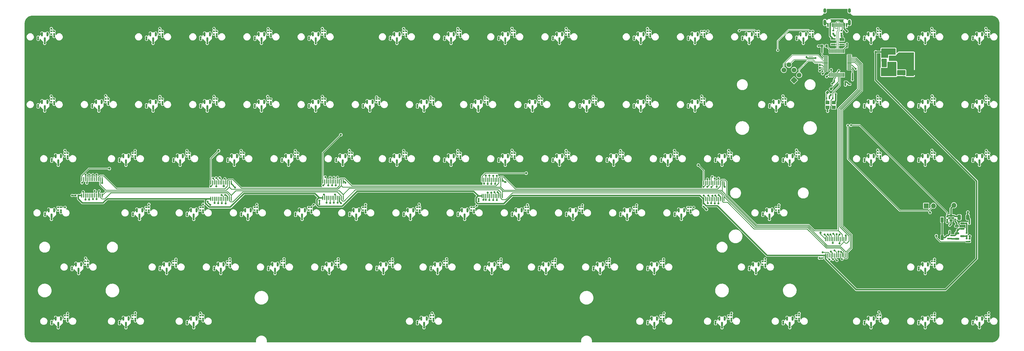
<source format=gbr>
%TF.GenerationSoftware,KiCad,Pcbnew,7.0.6*%
%TF.CreationDate,2024-01-08T21:04:37+01:00*%
%TF.ProjectId,KBD8X-MKII-HE,4b424438-582d-44d4-9b49-492d48452e6b,rev?*%
%TF.SameCoordinates,Original*%
%TF.FileFunction,Copper,L2,Bot*%
%TF.FilePolarity,Positive*%
%FSLAX46Y46*%
G04 Gerber Fmt 4.6, Leading zero omitted, Abs format (unit mm)*
G04 Created by KiCad (PCBNEW 7.0.6) date 2024-01-08 21:04:37*
%MOMM*%
%LPD*%
G01*
G04 APERTURE LIST*
G04 Aperture macros list*
%AMRoundRect*
0 Rectangle with rounded corners*
0 $1 Rounding radius*
0 $2 $3 $4 $5 $6 $7 $8 $9 X,Y pos of 4 corners*
0 Add a 4 corners polygon primitive as box body*
4,1,4,$2,$3,$4,$5,$6,$7,$8,$9,$2,$3,0*
0 Add four circle primitives for the rounded corners*
1,1,$1+$1,$2,$3*
1,1,$1+$1,$4,$5*
1,1,$1+$1,$6,$7*
1,1,$1+$1,$8,$9*
0 Add four rect primitives between the rounded corners*
20,1,$1+$1,$2,$3,$4,$5,0*
20,1,$1+$1,$4,$5,$6,$7,0*
20,1,$1+$1,$6,$7,$8,$9,0*
20,1,$1+$1,$8,$9,$2,$3,0*%
%AMHorizOval*
0 Thick line with rounded ends*
0 $1 width*
0 $2 $3 position (X,Y) of the first rounded end (center of the circle)*
0 $4 $5 position (X,Y) of the second rounded end (center of the circle)*
0 Add line between two ends*
20,1,$1,$2,$3,$4,$5,0*
0 Add two circle primitives to create the rounded ends*
1,1,$1,$2,$3*
1,1,$1,$4,$5*%
%AMRotRect*
0 Rectangle, with rotation*
0 The origin of the aperture is its center*
0 $1 length*
0 $2 width*
0 $3 Rotation angle, in degrees counterclockwise*
0 Add horizontal line*
21,1,$1,$2,0,0,$3*%
G04 Aperture macros list end*
%TA.AperFunction,SMDPad,CuDef*%
%ADD10R,1.700000X1.000000*%
%TD*%
%TA.AperFunction,SMDPad,CuDef*%
%ADD11R,1.700000X0.600000*%
%TD*%
%TA.AperFunction,SMDPad,CuDef*%
%ADD12RoundRect,0.150000X-0.150000X0.587500X-0.150000X-0.587500X0.150000X-0.587500X0.150000X0.587500X0*%
%TD*%
%TA.AperFunction,SMDPad,CuDef*%
%ADD13RoundRect,0.135000X-0.185000X0.135000X-0.185000X-0.135000X0.185000X-0.135000X0.185000X0.135000X0*%
%TD*%
%TA.AperFunction,SMDPad,CuDef*%
%ADD14RoundRect,0.140000X-0.170000X0.140000X-0.170000X-0.140000X0.170000X-0.140000X0.170000X0.140000X0*%
%TD*%
%TA.AperFunction,SMDPad,CuDef*%
%ADD15RoundRect,0.140000X0.140000X0.170000X-0.140000X0.170000X-0.140000X-0.170000X0.140000X-0.170000X0*%
%TD*%
%TA.AperFunction,SMDPad,CuDef*%
%ADD16RoundRect,0.250000X-0.325000X-0.650000X0.325000X-0.650000X0.325000X0.650000X-0.325000X0.650000X0*%
%TD*%
%TA.AperFunction,SMDPad,CuDef*%
%ADD17RoundRect,0.140000X0.170000X-0.140000X0.170000X0.140000X-0.170000X0.140000X-0.170000X-0.140000X0*%
%TD*%
%TA.AperFunction,SMDPad,CuDef*%
%ADD18RoundRect,0.140000X-0.140000X-0.170000X0.140000X-0.170000X0.140000X0.170000X-0.140000X0.170000X0*%
%TD*%
%TA.AperFunction,ComponentPad*%
%ADD19R,1.700000X1.700000*%
%TD*%
%TA.AperFunction,ComponentPad*%
%ADD20O,1.700000X1.700000*%
%TD*%
%TA.AperFunction,SMDPad,CuDef*%
%ADD21RoundRect,0.150000X-0.587500X-0.150000X0.587500X-0.150000X0.587500X0.150000X-0.587500X0.150000X0*%
%TD*%
%TA.AperFunction,SMDPad,CuDef*%
%ADD22RoundRect,0.135000X0.185000X-0.135000X0.185000X0.135000X-0.185000X0.135000X-0.185000X-0.135000X0*%
%TD*%
%TA.AperFunction,SMDPad,CuDef*%
%ADD23R,0.675000X0.200000*%
%TD*%
%TA.AperFunction,SMDPad,CuDef*%
%ADD24R,0.775000X0.400000*%
%TD*%
%TA.AperFunction,SMDPad,CuDef*%
%ADD25R,2.000000X1.500000*%
%TD*%
%TA.AperFunction,SMDPad,CuDef*%
%ADD26R,2.000000X3.800000*%
%TD*%
%TA.AperFunction,SMDPad,CuDef*%
%ADD27R,1.000000X1.700000*%
%TD*%
%TA.AperFunction,SMDPad,CuDef*%
%ADD28RoundRect,0.100000X-0.100000X0.637500X-0.100000X-0.637500X0.100000X-0.637500X0.100000X0.637500X0*%
%TD*%
%TA.AperFunction,SMDPad,CuDef*%
%ADD29RoundRect,0.250000X0.325000X0.650000X-0.325000X0.650000X-0.325000X-0.650000X0.325000X-0.650000X0*%
%TD*%
%TA.AperFunction,SMDPad,CuDef*%
%ADD30R,1.400000X1.200000*%
%TD*%
%TA.AperFunction,SMDPad,CuDef*%
%ADD31RoundRect,0.075000X0.075000X-0.662500X0.075000X0.662500X-0.075000X0.662500X-0.075000X-0.662500X0*%
%TD*%
%TA.AperFunction,SMDPad,CuDef*%
%ADD32RoundRect,0.075000X0.662500X-0.075000X0.662500X0.075000X-0.662500X0.075000X-0.662500X-0.075000X0*%
%TD*%
%TA.AperFunction,SMDPad,CuDef*%
%ADD33C,0.200000*%
%TD*%
%TA.AperFunction,SMDPad,CuDef*%
%ADD34RoundRect,0.237500X0.008839X0.344715X-0.344715X-0.008839X-0.008839X-0.344715X0.344715X0.008839X0*%
%TD*%
%TA.AperFunction,SMDPad,CuDef*%
%ADD35RoundRect,0.135000X-0.135000X-0.185000X0.135000X-0.185000X0.135000X0.185000X-0.135000X0.185000X0*%
%TD*%
%TA.AperFunction,SMDPad,CuDef*%
%ADD36R,0.600000X1.450000*%
%TD*%
%TA.AperFunction,SMDPad,CuDef*%
%ADD37R,0.300000X1.450000*%
%TD*%
%TA.AperFunction,ComponentPad*%
%ADD38O,1.000000X1.600000*%
%TD*%
%TA.AperFunction,ComponentPad*%
%ADD39O,1.000000X2.100000*%
%TD*%
%TA.AperFunction,SMDPad,CuDef*%
%ADD40RoundRect,0.150000X0.587500X0.150000X-0.587500X0.150000X-0.587500X-0.150000X0.587500X-0.150000X0*%
%TD*%
%TA.AperFunction,SMDPad,CuDef*%
%ADD41RoundRect,0.112500X-0.112500X0.187500X-0.112500X-0.187500X0.112500X-0.187500X0.112500X0.187500X0*%
%TD*%
%TA.AperFunction,SMDPad,CuDef*%
%ADD42RoundRect,0.200000X0.275000X-0.200000X0.275000X0.200000X-0.275000X0.200000X-0.275000X-0.200000X0*%
%TD*%
%TA.AperFunction,SMDPad,CuDef*%
%ADD43RoundRect,0.250000X-0.650000X0.325000X-0.650000X-0.325000X0.650000X-0.325000X0.650000X0.325000X0*%
%TD*%
%TA.AperFunction,SMDPad,CuDef*%
%ADD44RoundRect,0.250000X-0.625000X0.312500X-0.625000X-0.312500X0.625000X-0.312500X0.625000X0.312500X0*%
%TD*%
%TA.AperFunction,SMDPad,CuDef*%
%ADD45RoundRect,0.250000X0.312500X0.625000X-0.312500X0.625000X-0.312500X-0.625000X0.312500X-0.625000X0*%
%TD*%
%TA.AperFunction,ComponentPad*%
%ADD46RotRect,1.700000X1.700000X45.000000*%
%TD*%
%TA.AperFunction,ComponentPad*%
%ADD47HorizOval,1.700000X0.000000X0.000000X0.000000X0.000000X0*%
%TD*%
%TA.AperFunction,SMDPad,CuDef*%
%ADD48RoundRect,0.225000X0.225000X0.250000X-0.225000X0.250000X-0.225000X-0.250000X0.225000X-0.250000X0*%
%TD*%
%TA.AperFunction,ViaPad*%
%ADD49C,0.700000*%
%TD*%
%TA.AperFunction,ViaPad*%
%ADD50C,0.800000*%
%TD*%
%TA.AperFunction,Conductor*%
%ADD51C,0.500000*%
%TD*%
%TA.AperFunction,Conductor*%
%ADD52C,0.250000*%
%TD*%
%TA.AperFunction,Conductor*%
%ADD53C,0.400000*%
%TD*%
%TA.AperFunction,Conductor*%
%ADD54C,0.200000*%
%TD*%
%TA.AperFunction,Conductor*%
%ADD55C,0.300000*%
%TD*%
G04 APERTURE END LIST*
%TO.C,NT3*%
G36*
X357400000Y-90500000D02*
G01*
X358400000Y-90500000D01*
X358400000Y-88700000D01*
X357400000Y-88700000D01*
X357400000Y-90500000D01*
G37*
%TD*%
D10*
%TO.P,U9,1,GND*%
%TO.N,GND*%
X332320000Y-77970000D03*
D11*
%TO.P,U9,2,IO1*%
%TO.N,USB_D+*%
X332320000Y-79670000D03*
%TO.P,U9,3,IO2*%
%TO.N,USB_D-*%
X329320000Y-79670000D03*
%TO.P,U9,4,VCC*%
%TO.N,+5V*%
X329320000Y-77770000D03*
%TD*%
D12*
%TO.P,HALL34,1,VDD*%
%TO.N,+3V3*%
X55892500Y-118945000D03*
%TO.P,HALL34,2,GND*%
%TO.N,GND*%
X56842500Y-120820000D03*
%TO.P,HALL34,3,VOUT*%
%TO.N,Net-(HALL34-VOUT)*%
X57792500Y-118945000D03*
%TD*%
D13*
%TO.P,R87,1*%
%TO.N,/multiplexers/keys/KEYS_5_8*%
X363942500Y-175075000D03*
%TO.P,R87,2*%
%TO.N,Net-(HALL85-VOUT)*%
X363942500Y-176095000D03*
%TD*%
D14*
%TO.P,C104,1*%
%TO.N,/multiplexers/keys/KEYS_2_9*%
X236355000Y-117925000D03*
%TO.P,C104,2*%
%TO.N,GND*%
X236355000Y-118885000D03*
%TD*%
D12*
%TO.P,HALL13,1,VDD*%
%TO.N,+3V3*%
X317830000Y-76082500D03*
%TO.P,HALL13,2,GND*%
%TO.N,GND*%
X318780000Y-77957500D03*
%TO.P,HALL13,3,VOUT*%
%TO.N,Net-(HALL13-VOUT)*%
X319730000Y-76082500D03*
%TD*%
%TO.P,HALL17,1,VDD*%
%TO.N,+3V3*%
X51130000Y-99895000D03*
%TO.P,HALL17,2,GND*%
%TO.N,GND*%
X52080000Y-101770000D03*
%TO.P,HALL17,3,VOUT*%
%TO.N,Net-(HALL17-VOUT)*%
X53030000Y-99895000D03*
%TD*%
D15*
%TO.P,C11,1*%
%TO.N,+3V3*%
X335070000Y-80470000D03*
%TO.P,C11,2*%
%TO.N,GND*%
X334110000Y-80470000D03*
%TD*%
D16*
%TO.P,C191,1*%
%TO.N,/BOOT0*%
X373635000Y-140462000D03*
%TO.P,C191,2*%
%TO.N,GND*%
X376585000Y-140462000D03*
%TD*%
D13*
%TO.P,R15,1*%
%TO.N,/multiplexers/keys/KEYS_0_12*%
X321080000Y-75062500D03*
%TO.P,R15,2*%
%TO.N,Net-(HALL13-VOUT)*%
X321080000Y-76082500D03*
%TD*%
D14*
%TO.P,C182,1*%
%TO.N,/multiplexers/keys/KEYS_5_5*%
X293505000Y-175075000D03*
%TO.P,C182,2*%
%TO.N,GND*%
X293505000Y-176035000D03*
%TD*%
D13*
%TO.P,R27,1*%
%TO.N,/multiplexers/keys/KEYS_1_8*%
X206780000Y-98875000D03*
%TO.P,R27,2*%
%TO.N,Net-(HALL25-VOUT)*%
X206780000Y-99895000D03*
%TD*%
D14*
%TO.P,C108,1*%
%TO.N,/multiplexers/keys/KEYS_2_11*%
X274455000Y-117925000D03*
%TO.P,C108,2*%
%TO.N,GND*%
X274455000Y-118885000D03*
%TD*%
D12*
%TO.P,HALL55,1,VDD*%
%TO.N,+3V3*%
X141617500Y-137995000D03*
%TO.P,HALL55,2,GND*%
%TO.N,GND*%
X142567500Y-139870000D03*
%TO.P,HALL55,3,VOUT*%
%TO.N,Net-(HALL55-VOUT)*%
X143517500Y-137995000D03*
%TD*%
%TO.P,HALL32,1,VDD*%
%TO.N,+3V3*%
X360692500Y-99895000D03*
%TO.P,HALL32,2,GND*%
%TO.N,GND*%
X361642500Y-101770000D03*
%TO.P,HALL32,3,VOUT*%
%TO.N,Net-(HALL32-VOUT)*%
X362592500Y-99895000D03*
%TD*%
D17*
%TO.P,C185,1*%
%TO.N,GND*%
X340292500Y-177055000D03*
%TO.P,C185,2*%
%TO.N,+3V3*%
X340292500Y-176095000D03*
%TD*%
D14*
%TO.P,C66,1*%
%TO.N,/multiplexers/keys/KEYS_1_7*%
X188730000Y-98875000D03*
%TO.P,C66,2*%
%TO.N,GND*%
X188730000Y-99835000D03*
%TD*%
D17*
%TO.P,C103,1*%
%TO.N,GND*%
X230755000Y-119905000D03*
%TO.P,C103,2*%
%TO.N,+3V3*%
X230755000Y-118945000D03*
%TD*%
D13*
%TO.P,R8,1*%
%TO.N,/multiplexers/keys/KEYS_0_5*%
X178205000Y-75062500D03*
%TO.P,R8,2*%
%TO.N,Net-(HALL6-VOUT)*%
X178205000Y-76082500D03*
%TD*%
D17*
%TO.P,C83,1*%
%TO.N,GND*%
X378392500Y-100855000D03*
%TO.P,C83,2*%
%TO.N,+3V3*%
X378392500Y-99895000D03*
%TD*%
D12*
%TO.P,HALL77,1,VDD*%
%TO.N,+3V3*%
X55892500Y-176095000D03*
%TO.P,HALL77,2,GND*%
%TO.N,GND*%
X56842500Y-177970000D03*
%TO.P,HALL77,3,VOUT*%
%TO.N,Net-(HALL77-VOUT)*%
X57792500Y-176095000D03*
%TD*%
D17*
%TO.P,C111,1*%
%TO.N,GND*%
X311717500Y-119905000D03*
%TO.P,C111,2*%
%TO.N,+3V3*%
X311717500Y-118945000D03*
%TD*%
D18*
%TO.P,C7,1*%
%TO.N,+3V3*%
X335100000Y-91170000D03*
%TO.P,C7,2*%
%TO.N,GND*%
X336060000Y-91170000D03*
%TD*%
D13*
%TO.P,R60,1*%
%TO.N,/multiplexers/keys/KEYS_3_7*%
X202017500Y-136975000D03*
%TO.P,R60,2*%
%TO.N,Net-(HALL58-VOUT)*%
X202017500Y-137995000D03*
%TD*%
D14*
%TO.P,C122,1*%
%TO.N,/multiplexers/keys/KEYS_3_1*%
X88717500Y-136975000D03*
%TO.P,C122,2*%
%TO.N,GND*%
X88717500Y-137935000D03*
%TD*%
D13*
%TO.P,R66,1*%
%TO.N,/multiplexers/keys/KEYS_4_0*%
X66286250Y-156025000D03*
%TO.P,R66,2*%
%TO.N,Net-(HALL64-VOUT)*%
X66286250Y-157045000D03*
%TD*%
D12*
%TO.P,HALL4,1,VDD*%
%TO.N,+3V3*%
X127330000Y-76082500D03*
%TO.P,HALL4,2,GND*%
%TO.N,GND*%
X128280000Y-77957500D03*
%TO.P,HALL4,3,VOUT*%
%TO.N,Net-(HALL4-VOUT)*%
X129230000Y-76082500D03*
%TD*%
D19*
%TO.P,J3,1,Pin_1*%
%TO.N,+3V3*%
X369195000Y-136240000D03*
D20*
%TO.P,J3,2,Pin_2*%
%TO.N,/BOOT0*%
X371735000Y-136240000D03*
%TD*%
D17*
%TO.P,C143,1*%
%TO.N,GND*%
X304573750Y-138955000D03*
%TO.P,C143,2*%
%TO.N,+3V3*%
X304573750Y-137995000D03*
%TD*%
D14*
%TO.P,C64,1*%
%TO.N,/multiplexers/keys/KEYS_1_6*%
X169680000Y-98875000D03*
%TO.P,C64,2*%
%TO.N,GND*%
X169680000Y-99835000D03*
%TD*%
D13*
%TO.P,R38,1*%
%TO.N,/multiplexers/keys/KEYS_2_2*%
X102005000Y-117925000D03*
%TO.P,R38,2*%
%TO.N,Net-(HALL36-VOUT)*%
X102005000Y-118945000D03*
%TD*%
D14*
%TO.P,C166,1*%
%TO.N,/multiplexers/keys/KEYS_4_10*%
X269692500Y-156025000D03*
%TO.P,C166,2*%
%TO.N,GND*%
X269692500Y-156985000D03*
%TD*%
D13*
%TO.P,R48,1*%
%TO.N,/multiplexers/keys/KEYS_2_12*%
X292505000Y-117925000D03*
%TO.P,R48,2*%
%TO.N,Net-(HALL46-VOUT)*%
X292505000Y-118945000D03*
%TD*%
D17*
%TO.P,C121,1*%
%TO.N,GND*%
X83117500Y-138955000D03*
%TO.P,C121,2*%
%TO.N,+3V3*%
X83117500Y-137995000D03*
%TD*%
D14*
%TO.P,C176,1*%
%TO.N,/multiplexers/keys/KEYS_5_2*%
X107767500Y-175075000D03*
%TO.P,C176,2*%
%TO.N,GND*%
X107767500Y-176035000D03*
%TD*%
D17*
%TO.P,C45,1*%
%TO.N,GND*%
X340292500Y-77042500D03*
%TO.P,C45,2*%
%TO.N,+3V3*%
X340292500Y-76082500D03*
%TD*%
D12*
%TO.P,HALL59,1,VDD*%
%TO.N,+3V3*%
X217817500Y-137995000D03*
%TO.P,HALL59,2,GND*%
%TO.N,GND*%
X218767500Y-139870000D03*
%TO.P,HALL59,3,VOUT*%
%TO.N,Net-(HALL59-VOUT)*%
X219717500Y-137995000D03*
%TD*%
D17*
%TO.P,C169,1*%
%TO.N,GND*%
X359342500Y-158005000D03*
%TO.P,C169,2*%
%TO.N,+3V3*%
X359342500Y-157045000D03*
%TD*%
%TO.P,C91,1*%
%TO.N,GND*%
X116455000Y-119905000D03*
%TO.P,C91,2*%
%TO.N,+3V3*%
X116455000Y-118945000D03*
%TD*%
D14*
%TO.P,C114,1*%
%TO.N,/multiplexers/keys/KEYS_2_14*%
X345892500Y-117925000D03*
%TO.P,C114,2*%
%TO.N,GND*%
X345892500Y-118885000D03*
%TD*%
D17*
%TO.P,C157,1*%
%TO.N,GND*%
X187892500Y-158005000D03*
%TO.P,C157,2*%
%TO.N,+3V3*%
X187892500Y-157045000D03*
%TD*%
D12*
%TO.P,HALL86,1,VDD*%
%TO.N,+3V3*%
X379742500Y-176095000D03*
%TO.P,HALL86,2,GND*%
%TO.N,GND*%
X380692500Y-177970000D03*
%TO.P,HALL86,3,VOUT*%
%TO.N,Net-(HALL86-VOUT)*%
X381642500Y-176095000D03*
%TD*%
%TO.P,HALL8,1,VDD*%
%TO.N,+3V3*%
X213055000Y-76082500D03*
%TO.P,HALL8,2,GND*%
%TO.N,GND*%
X214005000Y-77957500D03*
%TO.P,HALL8,3,VOUT*%
%TO.N,Net-(HALL8-VOUT)*%
X214955000Y-76082500D03*
%TD*%
D17*
%TO.P,C89,1*%
%TO.N,GND*%
X97405000Y-119905000D03*
%TO.P,C89,2*%
%TO.N,+3V3*%
X97405000Y-118945000D03*
%TD*%
D14*
%TO.P,C96,1*%
%TO.N,/multiplexers/keys/KEYS_2_5*%
X160155000Y-117925000D03*
%TO.P,C96,2*%
%TO.N,GND*%
X160155000Y-118885000D03*
%TD*%
D13*
%TO.P,R9,1*%
%TO.N,/multiplexers/keys/KEYS_0_6*%
X197255000Y-75062500D03*
%TO.P,R9,2*%
%TO.N,Net-(HALL7-VOUT)*%
X197255000Y-76082500D03*
%TD*%
D17*
%TO.P,C129,1*%
%TO.N,GND*%
X159317500Y-138955000D03*
%TO.P,C129,2*%
%TO.N,+3V3*%
X159317500Y-137995000D03*
%TD*%
D13*
%TO.P,R46,1*%
%TO.N,/multiplexers/keys/KEYS_2_10*%
X254405000Y-117925000D03*
%TO.P,R46,2*%
%TO.N,Net-(HALL44-VOUT)*%
X254405000Y-118945000D03*
%TD*%
D14*
%TO.P,C86,1*%
%TO.N,/multiplexers/keys/KEYS_2_0*%
X60142500Y-117925000D03*
%TO.P,C86,2*%
%TO.N,GND*%
X60142500Y-118885000D03*
%TD*%
D13*
%TO.P,R20,1*%
%TO.N,/multiplexers/keys/KEYS_1_1*%
X73430000Y-98875000D03*
%TO.P,R20,2*%
%TO.N,Net-(HALL18-VOUT)*%
X73430000Y-99895000D03*
%TD*%
D12*
%TO.P,HALL64,1,VDD*%
%TO.N,+3V3*%
X63036250Y-157045000D03*
%TO.P,HALL64,2,GND*%
%TO.N,GND*%
X63986250Y-158920000D03*
%TO.P,HALL64,3,VOUT*%
%TO.N,Net-(HALL64-VOUT)*%
X64936250Y-157045000D03*
%TD*%
D17*
%TO.P,C41,1*%
%TO.N,GND*%
X297430000Y-77042500D03*
%TO.P,C41,2*%
%TO.N,+3V3*%
X297430000Y-76082500D03*
%TD*%
D14*
%TO.P,C34,1*%
%TO.N,/multiplexers/keys/KEYS_0_7*%
X217305000Y-75062500D03*
%TO.P,C34,2*%
%TO.N,GND*%
X217305000Y-76022500D03*
%TD*%
D12*
%TO.P,HALL35,1,VDD*%
%TO.N,+3V3*%
X79705000Y-118945000D03*
%TO.P,HALL35,2,GND*%
%TO.N,GND*%
X80655000Y-120820000D03*
%TO.P,HALL35,3,VOUT*%
%TO.N,Net-(HALL35-VOUT)*%
X81605000Y-118945000D03*
%TD*%
D14*
%TO.P,C17,1*%
%TO.N,+5V*%
X109370000Y-133950000D03*
%TO.P,C17,2*%
%TO.N,GND*%
X109370000Y-134910000D03*
%TD*%
D12*
%TO.P,HALL42,1,VDD*%
%TO.N,+3V3*%
X213055000Y-118945000D03*
%TO.P,HALL42,2,GND*%
%TO.N,GND*%
X214005000Y-120820000D03*
%TO.P,HALL42,3,VOUT*%
%TO.N,Net-(HALL42-VOUT)*%
X214955000Y-118945000D03*
%TD*%
%TO.P,HALL21,1,VDD*%
%TO.N,+3V3*%
X127330000Y-99895000D03*
%TO.P,HALL21,2,GND*%
%TO.N,GND*%
X128280000Y-101770000D03*
%TO.P,HALL21,3,VOUT*%
%TO.N,Net-(HALL21-VOUT)*%
X129230000Y-99895000D03*
%TD*%
D14*
%TO.P,C130,1*%
%TO.N,/multiplexers/keys/KEYS_3_5*%
X164917500Y-136975000D03*
%TO.P,C130,2*%
%TO.N,GND*%
X164917500Y-137935000D03*
%TD*%
D12*
%TO.P,HALL3,1,VDD*%
%TO.N,+3V3*%
X108280000Y-76082500D03*
%TO.P,HALL3,2,GND*%
%TO.N,GND*%
X109230000Y-77957500D03*
%TO.P,HALL3,3,VOUT*%
%TO.N,Net-(HALL3-VOUT)*%
X110180000Y-76082500D03*
%TD*%
D13*
%TO.P,R39,1*%
%TO.N,/multiplexers/keys/KEYS_2_3*%
X121055000Y-117925000D03*
%TO.P,R39,2*%
%TO.N,Net-(HALL37-VOUT)*%
X121055000Y-118945000D03*
%TD*%
D14*
%TO.P,C124,1*%
%TO.N,/multiplexers/keys/KEYS_3_2*%
X107767500Y-136975000D03*
%TO.P,C124,2*%
%TO.N,GND*%
X107767500Y-137935000D03*
%TD*%
D13*
%TO.P,R17,1*%
%TO.N,/multiplexers/keys/KEYS_0_14*%
X363942500Y-75062500D03*
%TO.P,R17,2*%
%TO.N,Net-(HALL15-VOUT)*%
X363942500Y-76082500D03*
%TD*%
D14*
%TO.P,C58,1*%
%TO.N,/multiplexers/keys/KEYS_1_3*%
X112530000Y-98875000D03*
%TO.P,C58,2*%
%TO.N,GND*%
X112530000Y-99835000D03*
%TD*%
D21*
%TO.P,Q2,1,G*%
%TO.N,Net-(Q2-G)*%
X372802500Y-148016000D03*
%TO.P,Q2,2,S*%
%TO.N,GND*%
X372802500Y-146116000D03*
%TO.P,Q2,3,D*%
%TO.N,Net-(Q2-D)*%
X374677500Y-147066000D03*
%TD*%
D12*
%TO.P,HALL20,1,VDD*%
%TO.N,+3V3*%
X108280000Y-99895000D03*
%TO.P,HALL20,2,GND*%
%TO.N,GND*%
X109230000Y-101770000D03*
%TO.P,HALL20,3,VOUT*%
%TO.N,Net-(HALL20-VOUT)*%
X110180000Y-99895000D03*
%TD*%
D17*
%TO.P,C147,1*%
%TO.N,GND*%
X92642500Y-158005000D03*
%TO.P,C147,2*%
%TO.N,+3V3*%
X92642500Y-157045000D03*
%TD*%
%TO.P,C155,1*%
%TO.N,GND*%
X168842500Y-158005000D03*
%TO.P,C155,2*%
%TO.N,+3V3*%
X168842500Y-157045000D03*
%TD*%
%TO.P,C73,1*%
%TO.N,GND*%
X259330000Y-100855000D03*
%TO.P,C73,2*%
%TO.N,+3V3*%
X259330000Y-99895000D03*
%TD*%
D22*
%TO.P,R2,1*%
%TO.N,GND*%
X332210000Y-75800000D03*
%TO.P,R2,2*%
%TO.N,Net-(J1-CC2)*%
X332210000Y-74780000D03*
%TD*%
D17*
%TO.P,C131,1*%
%TO.N,GND*%
X178367500Y-138955000D03*
%TO.P,C131,2*%
%TO.N,+3V3*%
X178367500Y-137995000D03*
%TD*%
D13*
%TO.P,R34,1*%
%TO.N,/multiplexers/keys/KEYS_1_15*%
X363942500Y-98875000D03*
%TO.P,R34,2*%
%TO.N,Net-(HALL32-VOUT)*%
X363942500Y-99895000D03*
%TD*%
D17*
%TO.P,C105,1*%
%TO.N,GND*%
X249805000Y-119905000D03*
%TO.P,C105,2*%
%TO.N,+3V3*%
X249805000Y-118945000D03*
%TD*%
D14*
%TO.P,C102,1*%
%TO.N,/multiplexers/keys/KEYS_2_8*%
X217305000Y-117925000D03*
%TO.P,C102,2*%
%TO.N,GND*%
X217305000Y-118885000D03*
%TD*%
D12*
%TO.P,HALL2,1,VDD*%
%TO.N,+3V3*%
X89230000Y-76082500D03*
%TO.P,HALL2,2,GND*%
%TO.N,GND*%
X90180000Y-77957500D03*
%TO.P,HALL2,3,VOUT*%
%TO.N,Net-(HALL2-VOUT)*%
X91130000Y-76082500D03*
%TD*%
D13*
%TO.P,R45,1*%
%TO.N,/multiplexers/keys/KEYS_2_9*%
X235355000Y-117925000D03*
%TO.P,R45,2*%
%TO.N,Net-(HALL43-VOUT)*%
X235355000Y-118945000D03*
%TD*%
D14*
%TO.P,C24,1*%
%TO.N,/multiplexers/keys/KEYS_0_2*%
X112530000Y-75062500D03*
%TO.P,C24,2*%
%TO.N,GND*%
X112530000Y-76022500D03*
%TD*%
D13*
%TO.P,R36,1*%
%TO.N,/multiplexers/keys/KEYS_2_0*%
X59142500Y-117925000D03*
%TO.P,R36,2*%
%TO.N,Net-(HALL34-VOUT)*%
X59142500Y-118945000D03*
%TD*%
D14*
%TO.P,C164,1*%
%TO.N,/multiplexers/keys/KEYS_4_9*%
X250642500Y-156025000D03*
%TO.P,C164,2*%
%TO.N,GND*%
X250642500Y-156985000D03*
%TD*%
D12*
%TO.P,HALL38,1,VDD*%
%TO.N,+3V3*%
X136855000Y-118945000D03*
%TO.P,HALL38,2,GND*%
%TO.N,GND*%
X137805000Y-120820000D03*
%TO.P,HALL38,3,VOUT*%
%TO.N,Net-(HALL38-VOUT)*%
X138755000Y-118945000D03*
%TD*%
%TO.P,HALL83,1,VDD*%
%TO.N,+3V3*%
X313067500Y-176095000D03*
%TO.P,HALL83,2,GND*%
%TO.N,GND*%
X314017500Y-177970000D03*
%TO.P,HALL83,3,VOUT*%
%TO.N,Net-(HALL83-VOUT)*%
X314967500Y-176095000D03*
%TD*%
D23*
%TO.P,U1,1,IO1*%
%TO.N,/SWCLK*%
X320950000Y-85440000D03*
%TO.P,U1,2,IO2*%
%TO.N,/SWDIO*%
X320950000Y-84940000D03*
D24*
%TO.P,U1,3,GND*%
%TO.N,GND*%
X321000000Y-84440000D03*
D23*
%TO.P,U1,4,D2+*%
%TO.N,unconnected-(U1-D2+-Pad4)*%
X320950000Y-83940000D03*
%TO.P,U1,5,D2-*%
%TO.N,/SWO*%
X320950000Y-83440000D03*
%TO.P,U1,6,NC*%
X321825000Y-83440000D03*
%TO.P,U1,7,NC*%
%TO.N,unconnected-(U1-D2+-Pad4)*%
X321825000Y-83940000D03*
D24*
%TO.P,U1,8,GND*%
%TO.N,GND*%
X321775000Y-84440000D03*
D23*
%TO.P,U1,9,NC*%
%TO.N,/SWDIO*%
X321825000Y-84940000D03*
%TO.P,U1,10,NC*%
%TO.N,/SWCLK*%
X321825000Y-85440000D03*
%TD*%
D12*
%TO.P,HALL65,1,VDD*%
%TO.N,+3V3*%
X93992500Y-157045000D03*
%TO.P,HALL65,2,GND*%
%TO.N,GND*%
X94942500Y-158920000D03*
%TO.P,HALL65,3,VOUT*%
%TO.N,Net-(HALL65-VOUT)*%
X95892500Y-157045000D03*
%TD*%
D13*
%TO.P,R72,1*%
%TO.N,/multiplexers/keys/KEYS_4_6*%
X192492500Y-156025000D03*
%TO.P,R72,2*%
%TO.N,Net-(HALL70-VOUT)*%
X192492500Y-157045000D03*
%TD*%
D25*
%TO.P,U10,1,GND*%
%TO.N,GND*%
X349943750Y-86875000D03*
%TO.P,U10,2,VO*%
%TO.N,/ldo_output*%
X349943750Y-84575000D03*
D26*
X356243750Y-84575000D03*
D25*
%TO.P,U10,3,VI*%
%TO.N,+5V*%
X349943750Y-82275000D03*
%TD*%
D13*
%TO.P,R49,1*%
%TO.N,/multiplexers/keys/KEYS_2_13*%
X316317500Y-117925000D03*
%TO.P,R49,2*%
%TO.N,Net-(HALL47-VOUT)*%
X316317500Y-118945000D03*
%TD*%
D12*
%TO.P,HALL85,1,VDD*%
%TO.N,+3V3*%
X360692500Y-176095000D03*
%TO.P,HALL85,2,GND*%
%TO.N,GND*%
X361642500Y-177970000D03*
%TO.P,HALL85,3,VOUT*%
%TO.N,Net-(HALL85-VOUT)*%
X362592500Y-176095000D03*
%TD*%
D22*
%TO.P,R1,1*%
%TO.N,GND*%
X329320000Y-75800000D03*
%TO.P,R1,2*%
%TO.N,Net-(J1-CC1)*%
X329320000Y-74780000D03*
%TD*%
D13*
%TO.P,R61,1*%
%TO.N,/multiplexers/keys/KEYS_3_8*%
X221067500Y-136975000D03*
%TO.P,R61,2*%
%TO.N,Net-(HALL59-VOUT)*%
X221067500Y-137995000D03*
%TD*%
D12*
%TO.P,HALL40,1,VDD*%
%TO.N,+3V3*%
X174955000Y-118945000D03*
%TO.P,HALL40,2,GND*%
%TO.N,GND*%
X175905000Y-120820000D03*
%TO.P,HALL40,3,VOUT*%
%TO.N,Net-(HALL40-VOUT)*%
X176855000Y-118945000D03*
%TD*%
D17*
%TO.P,C153,1*%
%TO.N,GND*%
X149792500Y-158005000D03*
%TO.P,C153,2*%
%TO.N,+3V3*%
X149792500Y-157045000D03*
%TD*%
D12*
%TO.P,HALL47,1,VDD*%
%TO.N,+3V3*%
X313067500Y-118945000D03*
%TO.P,HALL47,2,GND*%
%TO.N,GND*%
X314017500Y-120820000D03*
%TO.P,HALL47,3,VOUT*%
%TO.N,Net-(HALL47-VOUT)*%
X314967500Y-118945000D03*
%TD*%
%TO.P,HALL7,1,VDD*%
%TO.N,+3V3*%
X194005000Y-76082500D03*
%TO.P,HALL7,2,GND*%
%TO.N,GND*%
X194955000Y-77957500D03*
%TO.P,HALL7,3,VOUT*%
%TO.N,Net-(HALL7-VOUT)*%
X195905000Y-76082500D03*
%TD*%
D14*
%TO.P,C78,1*%
%TO.N,/multiplexers/keys/KEYS_1_13*%
X312555000Y-98875000D03*
%TO.P,C78,2*%
%TO.N,GND*%
X312555000Y-99835000D03*
%TD*%
D17*
%TO.P,C151,1*%
%TO.N,GND*%
X130742500Y-158005000D03*
%TO.P,C151,2*%
%TO.N,+3V3*%
X130742500Y-157045000D03*
%TD*%
%TO.P,C27,1*%
%TO.N,GND*%
X145030000Y-77042500D03*
%TO.P,C27,2*%
%TO.N,+3V3*%
X145030000Y-76082500D03*
%TD*%
D13*
%TO.P,R77,1*%
%TO.N,/multiplexers/keys/KEYS_4_11*%
X304411250Y-156025000D03*
%TO.P,R77,2*%
%TO.N,Net-(HALL75-VOUT)*%
X304411250Y-157045000D03*
%TD*%
%TO.P,R63,1*%
%TO.N,/multiplexers/keys/KEYS_3_10*%
X259167500Y-136975000D03*
%TO.P,R63,2*%
%TO.N,Net-(HALL61-VOUT)*%
X259167500Y-137995000D03*
%TD*%
D12*
%TO.P,HALL81,1,VDD*%
%TO.N,+3V3*%
X265442500Y-176095000D03*
%TO.P,HALL81,2,GND*%
%TO.N,GND*%
X266392500Y-177970000D03*
%TO.P,HALL81,3,VOUT*%
%TO.N,Net-(HALL81-VOUT)*%
X267342500Y-176095000D03*
%TD*%
D17*
%TO.P,C135,1*%
%TO.N,GND*%
X216467500Y-138955000D03*
%TO.P,C135,2*%
%TO.N,+3V3*%
X216467500Y-137995000D03*
%TD*%
%TO.P,C53,1*%
%TO.N,GND*%
X68830000Y-100855000D03*
%TO.P,C53,2*%
%TO.N,+3V3*%
X68830000Y-99895000D03*
%TD*%
%TO.P,C79,1*%
%TO.N,GND*%
X340292500Y-100855000D03*
%TO.P,C79,2*%
%TO.N,+3V3*%
X340292500Y-99895000D03*
%TD*%
D13*
%TO.P,R50,1*%
%TO.N,/multiplexers/keys/KEYS_2_14*%
X344892500Y-117925000D03*
%TO.P,R50,2*%
%TO.N,Net-(HALL48-VOUT)*%
X344892500Y-118945000D03*
%TD*%
D27*
%TO.P,SW1,1,A*%
%TO.N,+3V3*%
X363790000Y-141320000D03*
X363790000Y-147620000D03*
%TO.P,SW1,2,B*%
%TO.N,/reset/switch*%
X367590000Y-141320000D03*
X367590000Y-147620000D03*
%TD*%
D13*
%TO.P,R44,1*%
%TO.N,/multiplexers/keys/KEYS_2_8*%
X216305000Y-117925000D03*
%TO.P,R44,2*%
%TO.N,Net-(HALL42-VOUT)*%
X216305000Y-118945000D03*
%TD*%
D17*
%TO.P,C67,1*%
%TO.N,GND*%
X202180000Y-100855000D03*
%TO.P,C67,2*%
%TO.N,+3V3*%
X202180000Y-99895000D03*
%TD*%
D14*
%TO.P,C92,1*%
%TO.N,/multiplexers/keys/KEYS_2_3*%
X122055000Y-117925000D03*
%TO.P,C92,2*%
%TO.N,GND*%
X122055000Y-118885000D03*
%TD*%
%TO.P,C80,1*%
%TO.N,/multiplexers/keys/KEYS_1_14*%
X345892500Y-98875000D03*
%TO.P,C80,2*%
%TO.N,GND*%
X345892500Y-99835000D03*
%TD*%
D12*
%TO.P,HALL79,1,VDD*%
%TO.N,+3V3*%
X103517500Y-176095000D03*
%TO.P,HALL79,2,GND*%
%TO.N,GND*%
X104467500Y-177970000D03*
%TO.P,HALL79,3,VOUT*%
%TO.N,Net-(HALL79-VOUT)*%
X105417500Y-176095000D03*
%TD*%
D28*
%TO.P,U4,1,COM*%
%TO.N,ADC123_IN1*%
X110480000Y-128225000D03*
%TO.P,U4,2,I7*%
%TO.N,/multiplexers/keys/KEYS_2_2*%
X111130000Y-128225000D03*
%TO.P,U4,3,I6*%
%TO.N,/multiplexers/keys/KEYS_0_2*%
X111780000Y-128225000D03*
%TO.P,U4,4,I5*%
%TO.N,/multiplexers/keys/KEYS_1_2*%
X112430000Y-128225000D03*
%TO.P,U4,5,I4*%
%TO.N,/multiplexers/keys/KEYS_1_3*%
X113080000Y-128225000D03*
%TO.P,U4,6,I3*%
%TO.N,unconnected-(U4-I3-Pad6)*%
X113730000Y-128225000D03*
%TO.P,U4,7,I2*%
%TO.N,/multiplexers/keys/KEYS_0_3*%
X114380000Y-128225000D03*
%TO.P,U4,8,I1*%
%TO.N,/multiplexers/keys/KEYS_2_4*%
X115030000Y-128225000D03*
%TO.P,U4,9,I0*%
%TO.N,/multiplexers/keys/KEYS_2_3*%
X115680000Y-128225000D03*
%TO.P,U4,10,S0*%
%TO.N,MUX_S0*%
X116330000Y-128225000D03*
%TO.P,U4,11,S1*%
%TO.N,MUX_S1*%
X116980000Y-128225000D03*
%TO.P,U4,12,GND*%
%TO.N,GND*%
X117630000Y-128225000D03*
%TO.P,U4,13,S3*%
%TO.N,MUX_S3*%
X117630000Y-133950000D03*
%TO.P,U4,14,S2*%
%TO.N,MUX_S2*%
X116980000Y-133950000D03*
%TO.P,U4,15,~{E}*%
%TO.N,GND*%
X116330000Y-133950000D03*
%TO.P,U4,16,I15*%
%TO.N,/multiplexers/keys/KEYS_4_3*%
X115680000Y-133950000D03*
%TO.P,U4,17,I14*%
%TO.N,/multiplexers/keys/KEYS_3_3*%
X115030000Y-133950000D03*
%TO.P,U4,18,I13*%
%TO.N,/multiplexers/keys/KEYS_4_2*%
X114380000Y-133950000D03*
%TO.P,U4,19,I12*%
%TO.N,unconnected-(U4-I12-Pad19)*%
X113730000Y-133950000D03*
%TO.P,U4,20,I11*%
%TO.N,/multiplexers/keys/KEYS_5_2*%
X113080000Y-133950000D03*
%TO.P,U4,21,I10*%
%TO.N,unconnected-(U4-I10-Pad21)*%
X112430000Y-133950000D03*
%TO.P,U4,22,I9*%
%TO.N,/multiplexers/keys/KEYS_3_2*%
X111780000Y-133950000D03*
%TO.P,U4,23,I8*%
%TO.N,unconnected-(U4-I8-Pad23)*%
X111130000Y-133950000D03*
%TO.P,U4,24,VCC*%
%TO.N,+5V*%
X110480000Y-133950000D03*
%TD*%
D13*
%TO.P,R69,1*%
%TO.N,/multiplexers/keys/KEYS_4_3*%
X135342500Y-156025000D03*
%TO.P,R69,2*%
%TO.N,Net-(HALL67-VOUT)*%
X135342500Y-157045000D03*
%TD*%
D14*
%TO.P,C94,1*%
%TO.N,/multiplexers/keys/KEYS_2_4*%
X141105000Y-117925000D03*
%TO.P,C94,2*%
%TO.N,GND*%
X141105000Y-118885000D03*
%TD*%
D28*
%TO.P,U7,1,COM*%
%TO.N,ADC123_IN10*%
X283750000Y-128375000D03*
%TO.P,U7,2,I7*%
%TO.N,/multiplexers/keys/KEYS_2_10*%
X284400000Y-128375000D03*
%TO.P,U7,3,I6*%
%TO.N,/multiplexers/keys/KEYS_1_11*%
X285050000Y-128375000D03*
%TO.P,U7,4,I5*%
%TO.N,/multiplexers/keys/KEYS_0_9*%
X285700000Y-128375000D03*
%TO.P,U7,5,I4*%
%TO.N,/multiplexers/keys/KEYS_0_10*%
X286350000Y-128375000D03*
%TO.P,U7,6,I3*%
%TO.N,/multiplexers/keys/KEYS_2_11*%
X287000000Y-128375000D03*
%TO.P,U7,7,I2*%
%TO.N,/multiplexers/keys/KEYS_2_12*%
X287650000Y-128375000D03*
%TO.P,U7,8,I1*%
%TO.N,/multiplexers/keys/KEYS_1_12*%
X288300000Y-128375000D03*
%TO.P,U7,9,I0*%
%TO.N,/multiplexers/keys/KEYS_0_11*%
X288950000Y-128375000D03*
%TO.P,U7,10,S0*%
%TO.N,MUX_S0*%
X289600000Y-128375000D03*
%TO.P,U7,11,S1*%
%TO.N,MUX_S1*%
X290250000Y-128375000D03*
%TO.P,U7,12,GND*%
%TO.N,GND*%
X290900000Y-128375000D03*
%TO.P,U7,13,S3*%
%TO.N,MUX_S3*%
X290900000Y-134100000D03*
%TO.P,U7,14,S2*%
%TO.N,MUX_S2*%
X290250000Y-134100000D03*
%TO.P,U7,15,~{E}*%
%TO.N,GND*%
X289600000Y-134100000D03*
%TO.P,U7,16,I15*%
%TO.N,/multiplexers/keys/KEYS_5_6*%
X288950000Y-134100000D03*
%TO.P,U7,17,I14*%
%TO.N,/multiplexers/keys/KEYS_3_12*%
X288300000Y-134100000D03*
%TO.P,U7,18,I13*%
%TO.N,/multiplexers/keys/KEYS_4_11*%
X287650000Y-134100000D03*
%TO.P,U7,19,I12*%
%TO.N,/multiplexers/keys/KEYS_1_10*%
X287000000Y-134100000D03*
%TO.P,U7,20,I11*%
%TO.N,/multiplexers/keys/KEYS_5_5*%
X286350000Y-134100000D03*
%TO.P,U7,21,I10*%
%TO.N,/multiplexers/keys/KEYS_3_11*%
X285700000Y-134100000D03*
%TO.P,U7,22,I9*%
%TO.N,/multiplexers/keys/KEYS_5_4*%
X285050000Y-134100000D03*
%TO.P,U7,23,I8*%
%TO.N,/multiplexers/keys/KEYS_3_10*%
X284400000Y-134100000D03*
%TO.P,U7,24,VCC*%
%TO.N,+5V*%
X283750000Y-134100000D03*
%TD*%
D12*
%TO.P,HALL15,1,VDD*%
%TO.N,+3V3*%
X360692500Y-76082500D03*
%TO.P,HALL15,2,GND*%
%TO.N,GND*%
X361642500Y-77957500D03*
%TO.P,HALL15,3,VOUT*%
%TO.N,Net-(HALL15-VOUT)*%
X362592500Y-76082500D03*
%TD*%
D17*
%TO.P,C179,1*%
%TO.N,GND*%
X264092500Y-177055000D03*
%TO.P,C179,2*%
%TO.N,+3V3*%
X264092500Y-176095000D03*
%TD*%
D13*
%TO.P,R74,1*%
%TO.N,/multiplexers/keys/KEYS_4_8*%
X230592500Y-156025000D03*
%TO.P,R74,2*%
%TO.N,Net-(HALL72-VOUT)*%
X230592500Y-157045000D03*
%TD*%
D29*
%TO.P,C2,1*%
%TO.N,/ldo_output*%
X357075000Y-89600000D03*
%TO.P,C2,2*%
%TO.N,/out_esr*%
X354125000Y-89600000D03*
%TD*%
D14*
%TO.P,C60,1*%
%TO.N,/multiplexers/keys/KEYS_1_4*%
X131580000Y-98875000D03*
%TO.P,C60,2*%
%TO.N,GND*%
X131580000Y-99835000D03*
%TD*%
D12*
%TO.P,HALL25,1,VDD*%
%TO.N,+3V3*%
X203530000Y-99895000D03*
%TO.P,HALL25,2,GND*%
%TO.N,GND*%
X204480000Y-101770000D03*
%TO.P,HALL25,3,VOUT*%
%TO.N,Net-(HALL25-VOUT)*%
X205430000Y-99895000D03*
%TD*%
D14*
%TO.P,C26,1*%
%TO.N,/multiplexers/keys/KEYS_0_3*%
X131580000Y-75062500D03*
%TO.P,C26,2*%
%TO.N,GND*%
X131580000Y-76022500D03*
%TD*%
D12*
%TO.P,HALL58,1,VDD*%
%TO.N,+3V3*%
X198767500Y-137995000D03*
%TO.P,HALL58,2,GND*%
%TO.N,GND*%
X199717500Y-139870000D03*
%TO.P,HALL58,3,VOUT*%
%TO.N,Net-(HALL58-VOUT)*%
X200667500Y-137995000D03*
%TD*%
D30*
%TO.P,Y1,1,1*%
%TO.N,/OSC_IN*%
X329522500Y-101777500D03*
%TO.P,Y1,2,2*%
%TO.N,GND*%
X327322500Y-101777500D03*
%TO.P,Y1,3,3*%
%TO.N,Net-(C4-Pad2)*%
X327322500Y-100077500D03*
%TO.P,Y1,4,4*%
%TO.N,GND*%
X329522500Y-100077500D03*
%TD*%
D13*
%TO.P,R23,1*%
%TO.N,/multiplexers/keys/KEYS_1_4*%
X130580000Y-98875000D03*
%TO.P,R23,2*%
%TO.N,Net-(HALL21-VOUT)*%
X130580000Y-99895000D03*
%TD*%
D17*
%TO.P,C187,1*%
%TO.N,GND*%
X359342500Y-177055000D03*
%TO.P,C187,2*%
%TO.N,+3V3*%
X359342500Y-176095000D03*
%TD*%
D14*
%TO.P,C20,1*%
%TO.N,/multiplexers/keys/KEYS_0_0*%
X55380000Y-75062500D03*
%TO.P,C20,2*%
%TO.N,GND*%
X55380000Y-76022500D03*
%TD*%
D17*
%TO.P,C109,1*%
%TO.N,GND*%
X287905000Y-119905000D03*
%TO.P,C109,2*%
%TO.N,+3V3*%
X287905000Y-118945000D03*
%TD*%
D14*
%TO.P,C70,1*%
%TO.N,/multiplexers/keys/KEYS_1_9*%
X226830000Y-98875000D03*
%TO.P,C70,2*%
%TO.N,GND*%
X226830000Y-99835000D03*
%TD*%
D17*
%TO.P,C113,1*%
%TO.N,GND*%
X340292500Y-119905000D03*
%TO.P,C113,2*%
%TO.N,+3V3*%
X340292500Y-118945000D03*
%TD*%
D28*
%TO.P,U5,1,COM*%
%TO.N,ADC123_IN2*%
X149850000Y-127925000D03*
%TO.P,U5,2,I7*%
%TO.N,/multiplexers/keys/KEYS_1_4*%
X150500000Y-127925000D03*
%TO.P,U5,3,I6*%
%TO.N,/multiplexers/keys/KEYS_1_5*%
X151150000Y-127925000D03*
%TO.P,U5,4,I5*%
%TO.N,/multiplexers/keys/KEYS_0_5*%
X151800000Y-127925000D03*
%TO.P,U5,5,I4*%
%TO.N,/multiplexers/keys/KEYS_0_4*%
X152450000Y-127925000D03*
%TO.P,U5,6,I3*%
%TO.N,/multiplexers/keys/KEYS_4_7*%
X153100000Y-127925000D03*
%TO.P,U5,7,I2*%
%TO.N,/multiplexers/keys/KEYS_2_5*%
X153750000Y-127925000D03*
%TO.P,U5,8,I1*%
%TO.N,/multiplexers/keys/KEYS_3_6*%
X154400000Y-127925000D03*
%TO.P,U5,9,I0*%
%TO.N,/multiplexers/keys/KEYS_1_6*%
X155050000Y-127925000D03*
%TO.P,U5,10,S0*%
%TO.N,MUX_S0*%
X155700000Y-127925000D03*
%TO.P,U5,11,S1*%
%TO.N,MUX_S1*%
X156350000Y-127925000D03*
%TO.P,U5,12,GND*%
%TO.N,GND*%
X157000000Y-127925000D03*
%TO.P,U5,13,S3*%
%TO.N,MUX_S3*%
X157000000Y-133650000D03*
%TO.P,U5,14,S2*%
%TO.N,MUX_S2*%
X156350000Y-133650000D03*
%TO.P,U5,15,~{E}*%
%TO.N,GND*%
X155700000Y-133650000D03*
%TO.P,U5,16,I15*%
%TO.N,/multiplexers/keys/KEYS_4_6*%
X155050000Y-133650000D03*
%TO.P,U5,17,I14*%
%TO.N,/multiplexers/keys/KEYS_3_5*%
X154400000Y-133650000D03*
%TO.P,U5,18,I13*%
%TO.N,/multiplexers/keys/KEYS_4_5*%
X153750000Y-133650000D03*
%TO.P,U5,19,I12*%
%TO.N,unconnected-(U5-I12-Pad19)*%
X153100000Y-133650000D03*
%TO.P,U5,20,I11*%
%TO.N,/multiplexers/keys/KEYS_5_3*%
X152450000Y-133650000D03*
%TO.P,U5,21,I10*%
%TO.N,unconnected-(U5-I10-Pad21)*%
X151800000Y-133650000D03*
%TO.P,U5,22,I9*%
%TO.N,/multiplexers/keys/KEYS_4_4*%
X151150000Y-133650000D03*
%TO.P,U5,23,I8*%
%TO.N,/multiplexers/keys/KEYS_3_4*%
X150500000Y-133650000D03*
%TO.P,U5,24,VCC*%
%TO.N,+5V*%
X149850000Y-133650000D03*
%TD*%
D17*
%TO.P,C101,1*%
%TO.N,GND*%
X211705000Y-119905000D03*
%TO.P,C101,2*%
%TO.N,+3V3*%
X211705000Y-118945000D03*
%TD*%
D18*
%TO.P,C8,1*%
%TO.N,+3V3*%
X335100000Y-90070000D03*
%TO.P,C8,2*%
%TO.N,GND*%
X336060000Y-90070000D03*
%TD*%
D13*
%TO.P,R13,1*%
%TO.N,/multiplexers/keys/KEYS_0_10*%
X282980000Y-75062500D03*
%TO.P,R13,2*%
%TO.N,Net-(HALL11-VOUT)*%
X282980000Y-76082500D03*
%TD*%
%TO.P,R67,1*%
%TO.N,/multiplexers/keys/KEYS_4_1*%
X97242500Y-156025000D03*
%TO.P,R67,2*%
%TO.N,Net-(HALL65-VOUT)*%
X97242500Y-157045000D03*
%TD*%
D17*
%TO.P,C97,1*%
%TO.N,GND*%
X173605000Y-119905000D03*
%TO.P,C97,2*%
%TO.N,+3V3*%
X173605000Y-118945000D03*
%TD*%
D14*
%TO.P,C82,1*%
%TO.N,/multiplexers/keys/KEYS_1_15*%
X364942500Y-98875000D03*
%TO.P,C82,2*%
%TO.N,GND*%
X364942500Y-99835000D03*
%TD*%
D13*
%TO.P,R64,1*%
%TO.N,/multiplexers/keys/KEYS_3_11*%
X278217500Y-136975000D03*
%TO.P,R64,2*%
%TO.N,Net-(HALL62-VOUT)*%
X278217500Y-137995000D03*
%TD*%
D14*
%TO.P,C144,1*%
%TO.N,/multiplexers/keys/KEYS_3_12*%
X310173750Y-136975000D03*
%TO.P,C144,2*%
%TO.N,GND*%
X310173750Y-137935000D03*
%TD*%
D12*
%TO.P,HALL84,1,VDD*%
%TO.N,+3V3*%
X341642500Y-176095000D03*
%TO.P,HALL84,2,GND*%
%TO.N,GND*%
X342592500Y-177970000D03*
%TO.P,HALL84,3,VOUT*%
%TO.N,Net-(HALL84-VOUT)*%
X343542500Y-176095000D03*
%TD*%
D17*
%TO.P,C31,1*%
%TO.N,GND*%
X192655000Y-77042500D03*
%TO.P,C31,2*%
%TO.N,+3V3*%
X192655000Y-76082500D03*
%TD*%
D13*
%TO.P,R14,1*%
%TO.N,/multiplexers/keys/KEYS_0_11*%
X302030000Y-75062500D03*
%TO.P,R14,2*%
%TO.N,Net-(HALL12-VOUT)*%
X302030000Y-76082500D03*
%TD*%
D14*
%TO.P,C14,1*%
%TO.N,+5V*%
X204590000Y-133000000D03*
%TO.P,C14,2*%
%TO.N,GND*%
X204590000Y-133960000D03*
%TD*%
D17*
%TO.P,C139,1*%
%TO.N,GND*%
X254567500Y-138955000D03*
%TO.P,C139,2*%
%TO.N,+3V3*%
X254567500Y-137995000D03*
%TD*%
D14*
%TO.P,C118,1*%
%TO.N,/multiplexers/keys/KEYS_3_15*%
X383992500Y-117925000D03*
%TO.P,C118,2*%
%TO.N,GND*%
X383992500Y-118885000D03*
%TD*%
%TO.P,C30,1*%
%TO.N,/multiplexers/keys/KEYS_0_5*%
X179205000Y-75062500D03*
%TO.P,C30,2*%
%TO.N,GND*%
X179205000Y-76022500D03*
%TD*%
%TO.P,C36,1*%
%TO.N,/multiplexers/keys/KEYS_0_8*%
X236355000Y-75062500D03*
%TO.P,C36,2*%
%TO.N,GND*%
X236355000Y-76022500D03*
%TD*%
%TO.P,C52,1*%
%TO.N,/multiplexers/keys/KEYS_1_0*%
X55380000Y-98875000D03*
%TO.P,C52,2*%
%TO.N,GND*%
X55380000Y-99835000D03*
%TD*%
%TO.P,C162,1*%
%TO.N,/multiplexers/keys/KEYS_4_8*%
X231592500Y-156025000D03*
%TO.P,C162,2*%
%TO.N,GND*%
X231592500Y-156985000D03*
%TD*%
D13*
%TO.P,R90,1*%
%TO.N,/BOOT0*%
X369350000Y-140230000D03*
%TO.P,R90,2*%
%TO.N,GND*%
X369350000Y-141250000D03*
%TD*%
%TO.P,R81,1*%
%TO.N,/multiplexers/keys/KEYS_5_2*%
X106767500Y-175075000D03*
%TO.P,R81,2*%
%TO.N,Net-(HALL79-VOUT)*%
X106767500Y-176095000D03*
%TD*%
D17*
%TO.P,C173,1*%
%TO.N,GND*%
X78355000Y-177055000D03*
%TO.P,C173,2*%
%TO.N,+3V3*%
X78355000Y-176095000D03*
%TD*%
D12*
%TO.P,HALL71,1,VDD*%
%TO.N,+3V3*%
X208292500Y-157045000D03*
%TO.P,HALL71,2,GND*%
%TO.N,GND*%
X209242500Y-158920000D03*
%TO.P,HALL71,3,VOUT*%
%TO.N,Net-(HALL71-VOUT)*%
X210192500Y-157045000D03*
%TD*%
D28*
%TO.P,U8,1,COM*%
%TO.N,ADC123_IN11*%
X326580000Y-148142500D03*
%TO.P,U8,2,I7*%
%TO.N,/multiplexers/keys/KEYS_0_13*%
X327230000Y-148142500D03*
%TO.P,U8,3,I6*%
%TO.N,/multiplexers/keys/KEYS_1_14*%
X327880000Y-148142500D03*
%TO.P,U8,4,I5*%
%TO.N,/multiplexers/keys/KEYS_2_14*%
X328530000Y-148142500D03*
%TO.P,U8,5,I4*%
%TO.N,/multiplexers/keys/KEYS_3_14*%
X329180000Y-148142500D03*
%TO.P,U8,6,I3*%
%TO.N,/multiplexers/keys/KEYS_0_14*%
X329830000Y-148142500D03*
%TO.P,U8,7,I2*%
%TO.N,/multiplexers/keys/KEYS_1_15*%
X330480000Y-148142500D03*
%TO.P,U8,8,I1*%
%TO.N,/multiplexers/keys/KEYS_0_15*%
X331130000Y-148142500D03*
%TO.P,U8,9,I0*%
%TO.N,/multiplexers/keys/KEYS_2_15*%
X331780000Y-148142500D03*
%TO.P,U8,10,S0*%
%TO.N,MUX_S0*%
X332430000Y-148142500D03*
%TO.P,U8,11,S1*%
%TO.N,MUX_S1*%
X333080000Y-148142500D03*
%TO.P,U8,12,GND*%
%TO.N,GND*%
X333730000Y-148142500D03*
%TO.P,U8,13,S3*%
%TO.N,MUX_S3*%
X333730000Y-153867500D03*
%TO.P,U8,14,S2*%
%TO.N,MUX_S2*%
X333080000Y-153867500D03*
%TO.P,U8,15,~{E}*%
%TO.N,GND*%
X332430000Y-153867500D03*
%TO.P,U8,16,I15*%
%TO.N,/multiplexers/keys/KEYS_4_12*%
X331780000Y-153867500D03*
%TO.P,U8,17,I14*%
%TO.N,/multiplexers/keys/KEYS_3_15*%
X331130000Y-153867500D03*
%TO.P,U8,18,I13*%
%TO.N,/multiplexers/keys/KEYS_0_12*%
X330480000Y-153867500D03*
%TO.P,U8,19,I12*%
%TO.N,/multiplexers/keys/KEYS_5_9*%
X329830000Y-153867500D03*
%TO.P,U8,20,I11*%
%TO.N,/multiplexers/keys/KEYS_1_13*%
X329180000Y-153867500D03*
%TO.P,U8,21,I10*%
%TO.N,/multiplexers/keys/KEYS_5_8*%
X328530000Y-153867500D03*
%TO.P,U8,22,I9*%
%TO.N,/multiplexers/keys/KEYS_2_13*%
X327880000Y-153867500D03*
%TO.P,U8,23,I8*%
%TO.N,/multiplexers/keys/KEYS_5_7*%
X327230000Y-153867500D03*
%TO.P,U8,24,VCC*%
%TO.N,+5V*%
X326580000Y-153867500D03*
%TD*%
D13*
%TO.P,R10,1*%
%TO.N,/multiplexers/keys/KEYS_0_7*%
X216305000Y-75062500D03*
%TO.P,R10,2*%
%TO.N,Net-(HALL8-VOUT)*%
X216305000Y-76082500D03*
%TD*%
%TO.P,R41,1*%
%TO.N,/multiplexers/keys/KEYS_2_5*%
X159155000Y-117925000D03*
%TO.P,R41,2*%
%TO.N,Net-(HALL39-VOUT)*%
X159155000Y-118945000D03*
%TD*%
D12*
%TO.P,HALL80,1,VDD*%
%TO.N,+3V3*%
X184480000Y-176095000D03*
%TO.P,HALL80,2,GND*%
%TO.N,GND*%
X185430000Y-177970000D03*
%TO.P,HALL80,3,VOUT*%
%TO.N,Net-(HALL80-VOUT)*%
X186380000Y-176095000D03*
%TD*%
%TO.P,HALL14,1,VDD*%
%TO.N,+3V3*%
X341642500Y-76082500D03*
%TO.P,HALL14,2,GND*%
%TO.N,GND*%
X342592500Y-77957500D03*
%TO.P,HALL14,3,VOUT*%
%TO.N,Net-(HALL14-VOUT)*%
X343542500Y-76082500D03*
%TD*%
D14*
%TO.P,C76,1*%
%TO.N,/multiplexers/keys/KEYS_1_12*%
X283980000Y-98875000D03*
%TO.P,C76,2*%
%TO.N,GND*%
X283980000Y-99835000D03*
%TD*%
D12*
%TO.P,HALL43,1,VDD*%
%TO.N,+3V3*%
X232105000Y-118945000D03*
%TO.P,HALL43,2,GND*%
%TO.N,GND*%
X233055000Y-120820000D03*
%TO.P,HALL43,3,VOUT*%
%TO.N,Net-(HALL43-VOUT)*%
X234005000Y-118945000D03*
%TD*%
D13*
%TO.P,R94,1*%
%TO.N,Net-(Q2-D)*%
X376210000Y-147990000D03*
%TO.P,R94,2*%
%TO.N,/~{RESET}*%
X376210000Y-149010000D03*
%TD*%
D14*
%TO.P,C170,1*%
%TO.N,/multiplexers/keys/KEYS_4_12*%
X364942500Y-156025000D03*
%TO.P,C170,2*%
%TO.N,GND*%
X364942500Y-156985000D03*
%TD*%
D13*
%TO.P,R51,1*%
%TO.N,/multiplexers/keys/KEYS_3_14*%
X363942500Y-117925000D03*
%TO.P,R51,2*%
%TO.N,Net-(HALL49-VOUT)*%
X363942500Y-118945000D03*
%TD*%
D17*
%TO.P,C33,1*%
%TO.N,GND*%
X211705000Y-77042500D03*
%TO.P,C33,2*%
%TO.N,+3V3*%
X211705000Y-76082500D03*
%TD*%
D12*
%TO.P,HALL30,1,VDD*%
%TO.N,+3V3*%
X308305000Y-99895000D03*
%TO.P,HALL30,2,GND*%
%TO.N,GND*%
X309255000Y-101770000D03*
%TO.P,HALL30,3,VOUT*%
%TO.N,Net-(HALL30-VOUT)*%
X310205000Y-99895000D03*
%TD*%
D17*
%TO.P,C69,1*%
%TO.N,GND*%
X221230000Y-100855000D03*
%TO.P,C69,2*%
%TO.N,+3V3*%
X221230000Y-99895000D03*
%TD*%
D31*
%TO.P,U2,1,VBAT*%
%TO.N,+3V3*%
X333580000Y-90345000D03*
%TO.P,U2,2,PC13*%
%TO.N,unconnected-(U2-PC13-Pad2)*%
X333080000Y-90345000D03*
%TO.P,U2,3,PC14*%
%TO.N,unconnected-(U2-PC14-Pad3)*%
X332580000Y-90345000D03*
%TO.P,U2,4,PC15*%
%TO.N,unconnected-(U2-PC15-Pad4)*%
X332080000Y-90345000D03*
%TO.P,U2,5,PF0*%
%TO.N,/OSC_IN*%
X331580000Y-90345000D03*
%TO.P,U2,6,PF1*%
%TO.N,/OSC_OUT*%
X331080000Y-90345000D03*
%TO.P,U2,7,NRST*%
%TO.N,/~{RESET}*%
X330580000Y-90345000D03*
%TO.P,U2,8,VSSA*%
%TO.N,GND*%
X330080000Y-90345000D03*
%TO.P,U2,9,VDDA*%
%TO.N,+3V3*%
X329580000Y-90345000D03*
%TO.P,U2,10,PA0*%
%TO.N,unconnected-(U2-PA0-Pad10)*%
X329080000Y-90345000D03*
%TO.P,U2,11,PA1*%
%TO.N,ADC123_IN0*%
X328580000Y-90345000D03*
%TO.P,U2,12,PA2*%
%TO.N,ADC123_IN11*%
X328080000Y-90345000D03*
D32*
%TO.P,U2,13,PA3*%
%TO.N,ADC123_IN10*%
X326667500Y-88932500D03*
%TO.P,U2,14,PA4*%
%TO.N,ADC123_IN3*%
X326667500Y-88432500D03*
%TO.P,U2,15,PA5*%
%TO.N,ADC123_IN2*%
X326667500Y-87932500D03*
%TO.P,U2,16,PA6*%
%TO.N,ADC123_IN1*%
X326667500Y-87432500D03*
%TO.P,U2,17,PA7*%
%TO.N,unconnected-(U2-PA7-Pad17)*%
X326667500Y-86932500D03*
%TO.P,U2,18,PB0*%
%TO.N,/SWCLK*%
X326667500Y-86432500D03*
%TO.P,U2,19,PB1*%
%TO.N,/SWDIO*%
X326667500Y-85932500D03*
%TO.P,U2,20,PB2*%
%TO.N,/SWO*%
X326667500Y-85432500D03*
%TO.P,U2,21,PB10*%
%TO.N,unconnected-(U2-PB10-Pad21)*%
X326667500Y-84932500D03*
%TO.P,U2,22,PB11*%
%TO.N,unconnected-(U2-PB11-Pad22)*%
X326667500Y-84432500D03*
%TO.P,U2,23,VSS*%
%TO.N,GND*%
X326667500Y-83932500D03*
%TO.P,U2,24,VDD*%
%TO.N,+3V3*%
X326667500Y-83432500D03*
D31*
%TO.P,U2,25,PB12*%
%TO.N,/VCAP_1*%
X328080000Y-82020000D03*
%TO.P,U2,26,PB13*%
%TO.N,unconnected-(U2-PB13-Pad26)*%
X328580000Y-82020000D03*
%TO.P,U2,27,PB14*%
%TO.N,unconnected-(U2-PB14-Pad27)*%
X329080000Y-82020000D03*
%TO.P,U2,28,PB15*%
%TO.N,unconnected-(U2-PB15-Pad28)*%
X329580000Y-82020000D03*
%TO.P,U2,29,PA8*%
%TO.N,unconnected-(U2-PA8-Pad29)*%
X330080000Y-82020000D03*
%TO.P,U2,30,PA9*%
%TO.N,USB_D-*%
X330580000Y-82020000D03*
%TO.P,U2,31,PA10*%
%TO.N,USB_D+*%
X331080000Y-82020000D03*
%TO.P,U2,32,PA11*%
%TO.N,unconnected-(U2-PA11-Pad32)*%
X331580000Y-82020000D03*
%TO.P,U2,33,PA12*%
%TO.N,unconnected-(U2-PA12-Pad33)*%
X332080000Y-82020000D03*
%TO.P,U2,34,PA13*%
%TO.N,unconnected-(U2-PA13-Pad34)*%
X332580000Y-82020000D03*
%TO.P,U2,35,VSS*%
%TO.N,GND*%
X333080000Y-82020000D03*
%TO.P,U2,36,VDD*%
%TO.N,+3V3*%
X333580000Y-82020000D03*
D32*
%TO.P,U2,37,PA14*%
%TO.N,unconnected-(U2-PA14-Pad37)*%
X334992500Y-83432500D03*
%TO.P,U2,38,PA15*%
%TO.N,unconnected-(U2-PA15-Pad38)*%
X334992500Y-83932500D03*
%TO.P,U2,39,PB3*%
%TO.N,MUX_S2*%
X334992500Y-84432500D03*
%TO.P,U2,40,PB4*%
%TO.N,MUX_S3*%
X334992500Y-84932500D03*
%TO.P,U2,41,PB5*%
%TO.N,MUX_S1*%
X334992500Y-85432500D03*
%TO.P,U2,42,PB6*%
%TO.N,MUX_S0*%
X334992500Y-85932500D03*
%TO.P,U2,43,PB7*%
%TO.N,unconnected-(U2-PB7-Pad43)*%
X334992500Y-86432500D03*
%TO.P,U2,44,BOOT0*%
%TO.N,/BOOT0*%
X334992500Y-86932500D03*
%TO.P,U2,45,PB8*%
%TO.N,unconnected-(U2-PB8-Pad45)*%
X334992500Y-87432500D03*
%TO.P,U2,46,PB9*%
%TO.N,unconnected-(U2-PB9-Pad46)*%
X334992500Y-87932500D03*
%TO.P,U2,47,VSS*%
%TO.N,GND*%
X334992500Y-88432500D03*
%TO.P,U2,48,VDD*%
%TO.N,+3V3*%
X334992500Y-88932500D03*
%TD*%
D12*
%TO.P,HALL41,1,VDD*%
%TO.N,+3V3*%
X194005000Y-118945000D03*
%TO.P,HALL41,2,GND*%
%TO.N,GND*%
X194955000Y-120820000D03*
%TO.P,HALL41,3,VOUT*%
%TO.N,Net-(HALL41-VOUT)*%
X195905000Y-118945000D03*
%TD*%
D14*
%TO.P,C15,1*%
%TO.N,+5V*%
X325390000Y-153867500D03*
%TO.P,C15,2*%
%TO.N,GND*%
X325390000Y-154827500D03*
%TD*%
D12*
%TO.P,HALL16,1,VDD*%
%TO.N,+3V3*%
X379742500Y-76082500D03*
%TO.P,HALL16,2,GND*%
%TO.N,GND*%
X380692500Y-77957500D03*
%TO.P,HALL16,3,VOUT*%
%TO.N,Net-(HALL16-VOUT)*%
X381642500Y-76082500D03*
%TD*%
D14*
%TO.P,C54,1*%
%TO.N,/multiplexers/keys/KEYS_1_1*%
X74430000Y-98875000D03*
%TO.P,C54,2*%
%TO.N,GND*%
X74430000Y-99835000D03*
%TD*%
D13*
%TO.P,R32,1*%
%TO.N,/multiplexers/keys/KEYS_1_13*%
X311555000Y-98875000D03*
%TO.P,R32,2*%
%TO.N,Net-(HALL30-VOUT)*%
X311555000Y-99895000D03*
%TD*%
D14*
%TO.P,C42,1*%
%TO.N,/multiplexers/keys/KEYS_0_11*%
X303030000Y-75062500D03*
%TO.P,C42,2*%
%TO.N,GND*%
X303030000Y-76022500D03*
%TD*%
D17*
%TO.P,C181,1*%
%TO.N,GND*%
X287905000Y-177055000D03*
%TO.P,C181,2*%
%TO.N,+3V3*%
X287905000Y-176095000D03*
%TD*%
%TO.P,C85,1*%
%TO.N,GND*%
X54542500Y-119905000D03*
%TO.P,C85,2*%
%TO.N,+3V3*%
X54542500Y-118945000D03*
%TD*%
D15*
%TO.P,C4,1*%
%TO.N,GND*%
X327927500Y-98602500D03*
%TO.P,C4,2*%
%TO.N,Net-(C4-Pad2)*%
X326967500Y-98602500D03*
%TD*%
D17*
%TO.P,C141,1*%
%TO.N,GND*%
X273617500Y-138955000D03*
%TO.P,C141,2*%
%TO.N,+3V3*%
X273617500Y-137995000D03*
%TD*%
D33*
%TO.P,NT3,1,1*%
%TO.N,/ldo_output*%
X357400000Y-89600000D03*
%TO.P,NT3,2,2*%
%TO.N,+3V3*%
X358400000Y-89600000D03*
%TD*%
D28*
%TO.P,U6,1,COM*%
%TO.N,ADC123_IN3*%
X205850000Y-127275000D03*
%TO.P,U6,2,I7*%
%TO.N,/multiplexers/keys/KEYS_2_7*%
X206500000Y-127275000D03*
%TO.P,U6,3,I6*%
%TO.N,/multiplexers/keys/KEYS_1_8*%
X207150000Y-127275000D03*
%TO.P,U6,4,I5*%
%TO.N,/multiplexers/keys/KEYS_0_6*%
X207800000Y-127275000D03*
%TO.P,U6,5,I4*%
%TO.N,/multiplexers/keys/KEYS_0_7*%
X208450000Y-127275000D03*
%TO.P,U6,6,I3*%
%TO.N,/multiplexers/keys/KEYS_1_9*%
X209100000Y-127275000D03*
%TO.P,U6,7,I2*%
%TO.N,/multiplexers/keys/KEYS_0_8*%
X209750000Y-127275000D03*
%TO.P,U6,8,I1*%
%TO.N,/multiplexers/keys/KEYS_2_9*%
X210400000Y-127275000D03*
%TO.P,U6,9,I0*%
%TO.N,/multiplexers/keys/KEYS_2_8*%
X211050000Y-127275000D03*
%TO.P,U6,10,S0*%
%TO.N,MUX_S0*%
X211700000Y-127275000D03*
%TO.P,U6,11,S1*%
%TO.N,MUX_S1*%
X212350000Y-127275000D03*
%TO.P,U6,12,GND*%
%TO.N,GND*%
X213000000Y-127275000D03*
%TO.P,U6,13,S3*%
%TO.N,MUX_S3*%
X213000000Y-133000000D03*
%TO.P,U6,14,S2*%
%TO.N,MUX_S2*%
X212350000Y-133000000D03*
%TO.P,U6,15,~{E}*%
%TO.N,GND*%
X211700000Y-133000000D03*
%TO.P,U6,16,I15*%
%TO.N,/multiplexers/keys/KEYS_4_10*%
X211050000Y-133000000D03*
%TO.P,U6,17,I14*%
%TO.N,/multiplexers/keys/KEYS_3_9*%
X210400000Y-133000000D03*
%TO.P,U6,18,I13*%
%TO.N,/multiplexers/keys/KEYS_3_8*%
X209750000Y-133000000D03*
%TO.P,U6,19,I12*%
%TO.N,/multiplexers/keys/KEYS_1_7*%
X209100000Y-133000000D03*
%TO.P,U6,20,I11*%
%TO.N,/multiplexers/keys/KEYS_4_9*%
X208450000Y-133000000D03*
%TO.P,U6,21,I10*%
%TO.N,/multiplexers/keys/KEYS_2_6*%
X207800000Y-133000000D03*
%TO.P,U6,22,I9*%
%TO.N,/multiplexers/keys/KEYS_4_8*%
X207150000Y-133000000D03*
%TO.P,U6,23,I8*%
%TO.N,/multiplexers/keys/KEYS_3_7*%
X206500000Y-133000000D03*
%TO.P,U6,24,VCC*%
%TO.N,+5V*%
X205850000Y-133000000D03*
%TD*%
D17*
%TO.P,C93,1*%
%TO.N,GND*%
X135505000Y-119905000D03*
%TO.P,C93,2*%
%TO.N,+3V3*%
X135505000Y-118945000D03*
%TD*%
D34*
%TO.P,R105,1*%
%TO.N,/OSC_OUT*%
X328542735Y-95282265D03*
%TO.P,R105,2*%
%TO.N,Net-(C4-Pad2)*%
X327252265Y-96572735D03*
%TD*%
D13*
%TO.P,R57,1*%
%TO.N,/multiplexers/keys/KEYS_3_4*%
X144867500Y-136975000D03*
%TO.P,R57,2*%
%TO.N,Net-(HALL55-VOUT)*%
X144867500Y-137995000D03*
%TD*%
D17*
%TO.P,C107,1*%
%TO.N,GND*%
X268855000Y-119905000D03*
%TO.P,C107,2*%
%TO.N,+3V3*%
X268855000Y-118945000D03*
%TD*%
D14*
%TO.P,C100,1*%
%TO.N,/multiplexers/keys/KEYS_2_7*%
X198255000Y-117925000D03*
%TO.P,C100,2*%
%TO.N,GND*%
X198255000Y-118885000D03*
%TD*%
%TO.P,C110,1*%
%TO.N,/multiplexers/keys/KEYS_2_12*%
X293505000Y-117925000D03*
%TO.P,C110,2*%
%TO.N,GND*%
X293505000Y-118885000D03*
%TD*%
D35*
%TO.P,R93,1*%
%TO.N,Net-(Q1-G)*%
X376150000Y-142600000D03*
%TO.P,R93,2*%
%TO.N,GND*%
X377170000Y-142600000D03*
%TD*%
D17*
%TO.P,C35,1*%
%TO.N,GND*%
X230755000Y-77042500D03*
%TO.P,C35,2*%
%TO.N,+3V3*%
X230755000Y-76082500D03*
%TD*%
D14*
%TO.P,C116,1*%
%TO.N,/multiplexers/keys/KEYS_3_14*%
X364942500Y-117925000D03*
%TO.P,C116,2*%
%TO.N,GND*%
X364942500Y-118885000D03*
%TD*%
D17*
%TO.P,C29,1*%
%TO.N,GND*%
X173605000Y-77042500D03*
%TO.P,C29,2*%
%TO.N,+3V3*%
X173605000Y-76082500D03*
%TD*%
%TO.P,C25,1*%
%TO.N,GND*%
X125980000Y-77042500D03*
%TO.P,C25,2*%
%TO.N,+3V3*%
X125980000Y-76082500D03*
%TD*%
D12*
%TO.P,HALL27,1,VDD*%
%TO.N,+3V3*%
X241630000Y-99895000D03*
%TO.P,HALL27,2,GND*%
%TO.N,GND*%
X242580000Y-101770000D03*
%TO.P,HALL27,3,VOUT*%
%TO.N,Net-(HALL27-VOUT)*%
X243530000Y-99895000D03*
%TD*%
D14*
%TO.P,C188,1*%
%TO.N,/multiplexers/keys/KEYS_5_8*%
X364942500Y-175075000D03*
%TO.P,C188,2*%
%TO.N,GND*%
X364942500Y-176035000D03*
%TD*%
%TO.P,C178,1*%
%TO.N,/multiplexers/keys/KEYS_5_3*%
X188730000Y-175075000D03*
%TO.P,C178,2*%
%TO.N,GND*%
X188730000Y-176035000D03*
%TD*%
D13*
%TO.P,R68,1*%
%TO.N,/multiplexers/keys/KEYS_4_2*%
X116292500Y-156025000D03*
%TO.P,R68,2*%
%TO.N,Net-(HALL66-VOUT)*%
X116292500Y-157045000D03*
%TD*%
D17*
%TO.P,C87,1*%
%TO.N,GND*%
X78355000Y-119905000D03*
%TO.P,C87,2*%
%TO.N,+3V3*%
X78355000Y-118945000D03*
%TD*%
D13*
%TO.P,R65,1*%
%TO.N,/multiplexers/keys/KEYS_3_12*%
X309173750Y-136975000D03*
%TO.P,R65,2*%
%TO.N,Net-(HALL63-VOUT)*%
X309173750Y-137995000D03*
%TD*%
D36*
%TO.P,J1,A1,GND*%
%TO.N,GND*%
X327436742Y-72892386D03*
%TO.P,J1,A4,VBUS*%
%TO.N,+5V*%
X328236742Y-72892386D03*
D37*
%TO.P,J1,A5,CC1*%
%TO.N,Net-(J1-CC1)*%
X329436742Y-72892386D03*
%TO.P,J1,A6,D+*%
%TO.N,USB_D+*%
X330436742Y-72892386D03*
%TO.P,J1,A7,D-*%
%TO.N,USB_D-*%
X330936742Y-72892386D03*
%TO.P,J1,A8,SBU1*%
%TO.N,unconnected-(J1-SBU1-PadA8)*%
X331936742Y-72892386D03*
D36*
%TO.P,J1,A9,VBUS*%
%TO.N,+5V*%
X333136742Y-72892386D03*
%TO.P,J1,A12,GND*%
%TO.N,GND*%
X333936742Y-72892386D03*
%TO.P,J1,B1,GND*%
X333936742Y-72892386D03*
%TO.P,J1,B4,VBUS*%
%TO.N,+5V*%
X333136742Y-72892386D03*
D37*
%TO.P,J1,B5,CC2*%
%TO.N,Net-(J1-CC2)*%
X332436742Y-72892386D03*
%TO.P,J1,B6,D+*%
%TO.N,USB_D+*%
X331436742Y-72892386D03*
%TO.P,J1,B7,D-*%
%TO.N,USB_D-*%
X329936742Y-72892386D03*
%TO.P,J1,B8,SBU2*%
%TO.N,unconnected-(J1-SBU2-PadB8)*%
X328936742Y-72892386D03*
D36*
%TO.P,J1,B9,VBUS*%
%TO.N,+5V*%
X328236742Y-72892386D03*
%TO.P,J1,B12,GND*%
%TO.N,GND*%
X327436742Y-72892386D03*
D38*
%TO.P,J1,S1,SHIELD*%
X326366742Y-67797386D03*
D39*
X326366742Y-71977386D03*
D38*
X335006742Y-67797386D03*
D39*
X335006742Y-71977386D03*
%TD*%
D12*
%TO.P,HALL22,1,VDD*%
%TO.N,+3V3*%
X146380000Y-99895000D03*
%TO.P,HALL22,2,GND*%
%TO.N,GND*%
X147330000Y-101770000D03*
%TO.P,HALL22,3,VOUT*%
%TO.N,Net-(HALL22-VOUT)*%
X148280000Y-99895000D03*
%TD*%
D14*
%TO.P,C84,1*%
%TO.N,/multiplexers/keys/KEYS_2_15*%
X383992500Y-98875000D03*
%TO.P,C84,2*%
%TO.N,GND*%
X383992500Y-99835000D03*
%TD*%
%TO.P,C190,1*%
%TO.N,/multiplexers/keys/KEYS_5_9*%
X383992500Y-175075000D03*
%TO.P,C190,2*%
%TO.N,GND*%
X383992500Y-176035000D03*
%TD*%
%TO.P,C174,1*%
%TO.N,/multiplexers/keys/KEYS_5_1*%
X83955000Y-175075000D03*
%TO.P,C174,2*%
%TO.N,GND*%
X83955000Y-176035000D03*
%TD*%
%TO.P,C128,1*%
%TO.N,/multiplexers/keys/KEYS_3_4*%
X145867500Y-136975000D03*
%TO.P,C128,2*%
%TO.N,GND*%
X145867500Y-137935000D03*
%TD*%
D13*
%TO.P,R25,1*%
%TO.N,/multiplexers/keys/KEYS_1_6*%
X168680000Y-98875000D03*
%TO.P,R25,2*%
%TO.N,Net-(HALL23-VOUT)*%
X168680000Y-99895000D03*
%TD*%
%TO.P,R43,1*%
%TO.N,/multiplexers/keys/KEYS_2_7*%
X197255000Y-117925000D03*
%TO.P,R43,2*%
%TO.N,Net-(HALL41-VOUT)*%
X197255000Y-118945000D03*
%TD*%
D14*
%TO.P,C180,1*%
%TO.N,/multiplexers/keys/KEYS_5_4*%
X269692500Y-175075000D03*
%TO.P,C180,2*%
%TO.N,GND*%
X269692500Y-176035000D03*
%TD*%
D12*
%TO.P,HALL75,1,VDD*%
%TO.N,+3V3*%
X301161250Y-157045000D03*
%TO.P,HALL75,2,GND*%
%TO.N,GND*%
X302111250Y-158920000D03*
%TO.P,HALL75,3,VOUT*%
%TO.N,Net-(HALL75-VOUT)*%
X303061250Y-157045000D03*
%TD*%
%TO.P,HALL67,1,VDD*%
%TO.N,+3V3*%
X132092500Y-157045000D03*
%TO.P,HALL67,2,GND*%
%TO.N,GND*%
X133042500Y-158920000D03*
%TO.P,HALL67,3,VOUT*%
%TO.N,Net-(HALL67-VOUT)*%
X133992500Y-157045000D03*
%TD*%
%TO.P,HALL72,1,VDD*%
%TO.N,+3V3*%
X227342500Y-157045000D03*
%TO.P,HALL72,2,GND*%
%TO.N,GND*%
X228292500Y-158920000D03*
%TO.P,HALL72,3,VOUT*%
%TO.N,Net-(HALL72-VOUT)*%
X229242500Y-157045000D03*
%TD*%
%TO.P,HALL1,1,VDD*%
%TO.N,+3V3*%
X51130000Y-76082500D03*
%TO.P,HALL1,2,GND*%
%TO.N,GND*%
X52080000Y-77957500D03*
%TO.P,HALL1,3,VOUT*%
%TO.N,Net-(HALL1-VOUT)*%
X53030000Y-76082500D03*
%TD*%
D15*
%TO.P,C3,1*%
%TO.N,GND*%
X330127500Y-98612500D03*
%TO.P,C3,2*%
%TO.N,/OSC_IN*%
X329167500Y-98612500D03*
%TD*%
D14*
%TO.P,C48,1*%
%TO.N,/multiplexers/keys/KEYS_0_14*%
X364942500Y-75062500D03*
%TO.P,C48,2*%
%TO.N,GND*%
X364942500Y-76022500D03*
%TD*%
D12*
%TO.P,HALL76,1,VDD*%
%TO.N,+3V3*%
X360692500Y-157045000D03*
%TO.P,HALL76,2,GND*%
%TO.N,GND*%
X361642500Y-158920000D03*
%TO.P,HALL76,3,VOUT*%
%TO.N,Net-(HALL76-VOUT)*%
X362592500Y-157045000D03*
%TD*%
D17*
%TO.P,C177,1*%
%TO.N,GND*%
X183130000Y-177055000D03*
%TO.P,C177,2*%
%TO.N,+3V3*%
X183130000Y-176095000D03*
%TD*%
D12*
%TO.P,HALL10,1,VDD*%
%TO.N,+3V3*%
X260680000Y-76082500D03*
%TO.P,HALL10,2,GND*%
%TO.N,GND*%
X261630000Y-77957500D03*
%TO.P,HALL10,3,VOUT*%
%TO.N,Net-(HALL10-VOUT)*%
X262580000Y-76082500D03*
%TD*%
D14*
%TO.P,C44,1*%
%TO.N,/multiplexers/keys/KEYS_0_12*%
X322080000Y-75062500D03*
%TO.P,C44,2*%
%TO.N,GND*%
X322080000Y-76022500D03*
%TD*%
%TO.P,C112,1*%
%TO.N,/multiplexers/keys/KEYS_2_13*%
X317317500Y-117925000D03*
%TO.P,C112,2*%
%TO.N,GND*%
X317317500Y-118885000D03*
%TD*%
D12*
%TO.P,HALL31,1,VDD*%
%TO.N,+3V3*%
X341642500Y-99895000D03*
%TO.P,HALL31,2,GND*%
%TO.N,GND*%
X342592500Y-101770000D03*
%TO.P,HALL31,3,VOUT*%
%TO.N,Net-(HALL31-VOUT)*%
X343542500Y-99895000D03*
%TD*%
D13*
%TO.P,R35,1*%
%TO.N,/multiplexers/keys/KEYS_2_15*%
X382992500Y-98875000D03*
%TO.P,R35,2*%
%TO.N,Net-(HALL33-VOUT)*%
X382992500Y-99895000D03*
%TD*%
D14*
%TO.P,C6,1*%
%TO.N,+3V3*%
X335140000Y-92740000D03*
%TO.P,C6,2*%
%TO.N,GND*%
X335140000Y-93700000D03*
%TD*%
D12*
%TO.P,HALL50,1,VDD*%
%TO.N,+3V3*%
X379742500Y-118945000D03*
%TO.P,HALL50,2,GND*%
%TO.N,GND*%
X380692500Y-120820000D03*
%TO.P,HALL50,3,VOUT*%
%TO.N,Net-(HALL50-VOUT)*%
X381642500Y-118945000D03*
%TD*%
D14*
%TO.P,C138,1*%
%TO.N,/multiplexers/keys/KEYS_3_9*%
X241117500Y-136975000D03*
%TO.P,C138,2*%
%TO.N,GND*%
X241117500Y-137935000D03*
%TD*%
%TO.P,C68,1*%
%TO.N,/multiplexers/keys/KEYS_1_8*%
X207780000Y-98875000D03*
%TO.P,C68,2*%
%TO.N,GND*%
X207780000Y-99835000D03*
%TD*%
D22*
%TO.P,R96,1*%
%TO.N,Net-(Q2-G)*%
X370800000Y-147910000D03*
%TO.P,R96,2*%
%TO.N,GND*%
X370800000Y-146890000D03*
%TD*%
D12*
%TO.P,HALL57,1,VDD*%
%TO.N,+3V3*%
X179717500Y-137995000D03*
%TO.P,HALL57,2,GND*%
%TO.N,GND*%
X180667500Y-139870000D03*
%TO.P,HALL57,3,VOUT*%
%TO.N,Net-(HALL57-VOUT)*%
X181617500Y-137995000D03*
%TD*%
%TO.P,HALL48,1,VDD*%
%TO.N,+3V3*%
X341642500Y-118945000D03*
%TO.P,HALL48,2,GND*%
%TO.N,GND*%
X342592500Y-120820000D03*
%TO.P,HALL48,3,VOUT*%
%TO.N,Net-(HALL48-VOUT)*%
X343542500Y-118945000D03*
%TD*%
D13*
%TO.P,R70,1*%
%TO.N,/multiplexers/keys/KEYS_4_4*%
X154392500Y-156025000D03*
%TO.P,R70,2*%
%TO.N,Net-(HALL68-VOUT)*%
X154392500Y-157045000D03*
%TD*%
D14*
%TO.P,C142,1*%
%TO.N,/multiplexers/keys/KEYS_3_11*%
X279217500Y-136975000D03*
%TO.P,C142,2*%
%TO.N,GND*%
X279217500Y-137935000D03*
%TD*%
D12*
%TO.P,HALL26,1,VDD*%
%TO.N,+3V3*%
X222580000Y-99895000D03*
%TO.P,HALL26,2,GND*%
%TO.N,GND*%
X223530000Y-101770000D03*
%TO.P,HALL26,3,VOUT*%
%TO.N,Net-(HALL26-VOUT)*%
X224480000Y-99895000D03*
%TD*%
%TO.P,HALL23,1,VDD*%
%TO.N,+3V3*%
X165430000Y-99895000D03*
%TO.P,HALL23,2,GND*%
%TO.N,GND*%
X166380000Y-101770000D03*
%TO.P,HALL23,3,VOUT*%
%TO.N,Net-(HALL23-VOUT)*%
X167330000Y-99895000D03*
%TD*%
D14*
%TO.P,C40,1*%
%TO.N,/multiplexers/keys/KEYS_0_10*%
X283980000Y-75062500D03*
%TO.P,C40,2*%
%TO.N,GND*%
X283980000Y-76022500D03*
%TD*%
%TO.P,C13,1*%
%TO.N,+5V*%
X148610000Y-133650000D03*
%TO.P,C13,2*%
%TO.N,GND*%
X148610000Y-134610000D03*
%TD*%
D17*
%TO.P,C65,1*%
%TO.N,GND*%
X183130000Y-100855000D03*
%TO.P,C65,2*%
%TO.N,+3V3*%
X183130000Y-99895000D03*
%TD*%
D40*
%TO.P,Q1,1,G*%
%TO.N,Net-(Q1-G)*%
X374654500Y-142599000D03*
%TO.P,Q1,2,S*%
%TO.N,GND*%
X374654500Y-144499000D03*
%TO.P,Q1,3,D*%
%TO.N,Net-(Q1-D)*%
X372779500Y-143549000D03*
%TD*%
D14*
%TO.P,C46,1*%
%TO.N,/multiplexers/keys/KEYS_0_13*%
X345892500Y-75062500D03*
%TO.P,C46,2*%
%TO.N,GND*%
X345892500Y-76022500D03*
%TD*%
D13*
%TO.P,R6,1*%
%TO.N,/multiplexers/keys/KEYS_0_3*%
X130580000Y-75062500D03*
%TO.P,R6,2*%
%TO.N,Net-(HALL4-VOUT)*%
X130580000Y-76082500D03*
%TD*%
%TO.P,R54,1*%
%TO.N,/multiplexers/keys/KEYS_3_1*%
X87717500Y-136975000D03*
%TO.P,R54,2*%
%TO.N,Net-(HALL52-VOUT)*%
X87717500Y-137995000D03*
%TD*%
D17*
%TO.P,C115,1*%
%TO.N,GND*%
X359342500Y-119905000D03*
%TO.P,C115,2*%
%TO.N,+3V3*%
X359342500Y-118945000D03*
%TD*%
D14*
%TO.P,C154,1*%
%TO.N,/multiplexers/keys/KEYS_4_4*%
X155392500Y-156025000D03*
%TO.P,C154,2*%
%TO.N,GND*%
X155392500Y-156985000D03*
%TD*%
D12*
%TO.P,HALL45,1,VDD*%
%TO.N,+3V3*%
X270205000Y-118945000D03*
%TO.P,HALL45,2,GND*%
%TO.N,GND*%
X271155000Y-120820000D03*
%TO.P,HALL45,3,VOUT*%
%TO.N,Net-(HALL45-VOUT)*%
X272105000Y-118945000D03*
%TD*%
%TO.P,HALL74,1,VDD*%
%TO.N,+3V3*%
X265442500Y-157045000D03*
%TO.P,HALL74,2,GND*%
%TO.N,GND*%
X266392500Y-158920000D03*
%TO.P,HALL74,3,VOUT*%
%TO.N,Net-(HALL74-VOUT)*%
X267342500Y-157045000D03*
%TD*%
%TO.P,HALL82,1,VDD*%
%TO.N,+3V3*%
X289255000Y-176095000D03*
%TO.P,HALL82,2,GND*%
%TO.N,GND*%
X290205000Y-177970000D03*
%TO.P,HALL82,3,VOUT*%
%TO.N,Net-(HALL82-VOUT)*%
X291155000Y-176095000D03*
%TD*%
D13*
%TO.P,R62,1*%
%TO.N,/multiplexers/keys/KEYS_3_9*%
X240117500Y-136975000D03*
%TO.P,R62,2*%
%TO.N,Net-(HALL60-VOUT)*%
X240117500Y-137995000D03*
%TD*%
D17*
%TO.P,C117,1*%
%TO.N,GND*%
X378392500Y-119905000D03*
%TO.P,C117,2*%
%TO.N,+3V3*%
X378392500Y-118945000D03*
%TD*%
%TO.P,C57,1*%
%TO.N,GND*%
X106930000Y-100855000D03*
%TO.P,C57,2*%
%TO.N,+3V3*%
X106930000Y-99895000D03*
%TD*%
%TO.P,C149,1*%
%TO.N,GND*%
X111692500Y-158005000D03*
%TO.P,C149,2*%
%TO.N,+3V3*%
X111692500Y-157045000D03*
%TD*%
D22*
%TO.P,R92,1*%
%TO.N,Net-(Q2-D)*%
X376210000Y-147060000D03*
%TO.P,R92,2*%
%TO.N,Net-(Q1-G)*%
X376210000Y-146040000D03*
%TD*%
D15*
%TO.P,C18,1*%
%TO.N,+5V*%
X63905000Y-132785000D03*
%TO.P,C18,2*%
%TO.N,GND*%
X62945000Y-132785000D03*
%TD*%
D12*
%TO.P,HALL6,1,VDD*%
%TO.N,+3V3*%
X174955000Y-76082500D03*
%TO.P,HALL6,2,GND*%
%TO.N,GND*%
X175905000Y-77957500D03*
%TO.P,HALL6,3,VOUT*%
%TO.N,Net-(HALL6-VOUT)*%
X176855000Y-76082500D03*
%TD*%
D14*
%TO.P,C22,1*%
%TO.N,/multiplexers/keys/KEYS_0_1*%
X93480000Y-75062500D03*
%TO.P,C22,2*%
%TO.N,GND*%
X93480000Y-76022500D03*
%TD*%
%TO.P,C184,1*%
%TO.N,/multiplexers/keys/KEYS_5_6*%
X317317500Y-175075000D03*
%TO.P,C184,2*%
%TO.N,GND*%
X317317500Y-176035000D03*
%TD*%
D13*
%TO.P,R24,1*%
%TO.N,/multiplexers/keys/KEYS_1_5*%
X149630000Y-98875000D03*
%TO.P,R24,2*%
%TO.N,Net-(HALL22-VOUT)*%
X149630000Y-99895000D03*
%TD*%
D41*
%TO.P,D1,1,K*%
%TO.N,Net-(D1-K)*%
X370250000Y-143300000D03*
%TO.P,D1,2,A*%
%TO.N,/reset/switch*%
X370250000Y-145400000D03*
%TD*%
D17*
%TO.P,C127,1*%
%TO.N,GND*%
X140267500Y-138955000D03*
%TO.P,C127,2*%
%TO.N,+3V3*%
X140267500Y-137995000D03*
%TD*%
D13*
%TO.P,R88,1*%
%TO.N,/multiplexers/keys/KEYS_5_9*%
X382992500Y-175075000D03*
%TO.P,R88,2*%
%TO.N,Net-(HALL86-VOUT)*%
X382992500Y-176095000D03*
%TD*%
D14*
%TO.P,C150,1*%
%TO.N,/multiplexers/keys/KEYS_4_2*%
X117292500Y-156025000D03*
%TO.P,C150,2*%
%TO.N,GND*%
X117292500Y-156985000D03*
%TD*%
D13*
%TO.P,R75,1*%
%TO.N,/multiplexers/keys/KEYS_4_9*%
X249642500Y-156025000D03*
%TO.P,R75,2*%
%TO.N,Net-(HALL73-VOUT)*%
X249642500Y-157045000D03*
%TD*%
%TO.P,R59,1*%
%TO.N,/multiplexers/keys/KEYS_3_6*%
X182967500Y-136975000D03*
%TO.P,R59,2*%
%TO.N,Net-(HALL57-VOUT)*%
X182967500Y-137995000D03*
%TD*%
%TO.P,R37,1*%
%TO.N,/multiplexers/keys/KEYS_2_1*%
X82955000Y-117925000D03*
%TO.P,R37,2*%
%TO.N,Net-(HALL35-VOUT)*%
X82955000Y-118945000D03*
%TD*%
%TO.P,R53,1*%
%TO.N,/multiplexers/keys/KEYS_3_0*%
X56761250Y-136975000D03*
%TO.P,R53,2*%
%TO.N,Net-(HALL51-VOUT)*%
X56761250Y-137995000D03*
%TD*%
%TO.P,R52,1*%
%TO.N,/multiplexers/keys/KEYS_3_15*%
X382992500Y-117925000D03*
%TO.P,R52,2*%
%TO.N,Net-(HALL50-VOUT)*%
X382992500Y-118945000D03*
%TD*%
%TO.P,R95,1*%
%TO.N,/reset/switch*%
X369700000Y-146890000D03*
%TO.P,R95,2*%
%TO.N,Net-(Q2-G)*%
X369700000Y-147910000D03*
%TD*%
D15*
%TO.P,C9,1*%
%TO.N,+3V3*%
X326330000Y-82300000D03*
%TO.P,C9,2*%
%TO.N,GND*%
X325370000Y-82300000D03*
%TD*%
D12*
%TO.P,HALL12,1,VDD*%
%TO.N,+3V3*%
X298780000Y-76082500D03*
%TO.P,HALL12,2,GND*%
%TO.N,GND*%
X299730000Y-77957500D03*
%TO.P,HALL12,3,VOUT*%
%TO.N,Net-(HALL12-VOUT)*%
X300680000Y-76082500D03*
%TD*%
D13*
%TO.P,R33,1*%
%TO.N,/multiplexers/keys/KEYS_1_14*%
X344892500Y-98875000D03*
%TO.P,R33,2*%
%TO.N,Net-(HALL31-VOUT)*%
X344892500Y-99895000D03*
%TD*%
D14*
%TO.P,C148,1*%
%TO.N,/multiplexers/keys/KEYS_4_1*%
X98242500Y-156025000D03*
%TO.P,C148,2*%
%TO.N,GND*%
X98242500Y-156985000D03*
%TD*%
D17*
%TO.P,C192,1*%
%TO.N,/~{RESET}*%
X377260000Y-148980000D03*
%TO.P,C192,2*%
%TO.N,GND*%
X377260000Y-148020000D03*
%TD*%
D13*
%TO.P,R30,1*%
%TO.N,/multiplexers/keys/KEYS_1_11*%
X263930000Y-98875000D03*
%TO.P,R30,2*%
%TO.N,Net-(HALL28-VOUT)*%
X263930000Y-99895000D03*
%TD*%
%TO.P,R4,1*%
%TO.N,/multiplexers/keys/KEYS_0_1*%
X92480000Y-75062500D03*
%TO.P,R4,2*%
%TO.N,Net-(HALL2-VOUT)*%
X92480000Y-76082500D03*
%TD*%
D12*
%TO.P,HALL46,1,VDD*%
%TO.N,+3V3*%
X289255000Y-118945000D03*
%TO.P,HALL46,2,GND*%
%TO.N,GND*%
X290205000Y-120820000D03*
%TO.P,HALL46,3,VOUT*%
%TO.N,Net-(HALL46-VOUT)*%
X291155000Y-118945000D03*
%TD*%
D42*
%TO.P,R89,1*%
%TO.N,Net-(D1-K)*%
X370700000Y-141525000D03*
%TO.P,R89,2*%
%TO.N,/BOOT0*%
X370700000Y-139875000D03*
%TD*%
D14*
%TO.P,C132,1*%
%TO.N,/multiplexers/keys/KEYS_3_6*%
X183967500Y-136975000D03*
%TO.P,C132,2*%
%TO.N,GND*%
X183967500Y-137935000D03*
%TD*%
%TO.P,C172,1*%
%TO.N,/multiplexers/keys/KEYS_5_0*%
X60142500Y-175075000D03*
%TO.P,C172,2*%
%TO.N,GND*%
X60142500Y-176035000D03*
%TD*%
D13*
%TO.P,R19,1*%
%TO.N,/multiplexers/keys/KEYS_1_0*%
X54380000Y-98875000D03*
%TO.P,R19,2*%
%TO.N,Net-(HALL17-VOUT)*%
X54380000Y-99895000D03*
%TD*%
D12*
%TO.P,HALL73,1,VDD*%
%TO.N,+3V3*%
X246392500Y-157045000D03*
%TO.P,HALL73,2,GND*%
%TO.N,GND*%
X247342500Y-158920000D03*
%TO.P,HALL73,3,VOUT*%
%TO.N,Net-(HALL73-VOUT)*%
X248292500Y-157045000D03*
%TD*%
D14*
%TO.P,C136,1*%
%TO.N,/multiplexers/keys/KEYS_3_8*%
X222067500Y-136975000D03*
%TO.P,C136,2*%
%TO.N,GND*%
X222067500Y-137935000D03*
%TD*%
D13*
%TO.P,R26,1*%
%TO.N,/multiplexers/keys/KEYS_1_7*%
X187730000Y-98875000D03*
%TO.P,R26,2*%
%TO.N,Net-(HALL24-VOUT)*%
X187730000Y-99895000D03*
%TD*%
%TO.P,R84,1*%
%TO.N,/multiplexers/keys/KEYS_5_5*%
X292505000Y-175075000D03*
%TO.P,R84,2*%
%TO.N,Net-(HALL82-VOUT)*%
X292505000Y-176095000D03*
%TD*%
D17*
%TO.P,C183,1*%
%TO.N,GND*%
X311717500Y-177055000D03*
%TO.P,C183,2*%
%TO.N,+3V3*%
X311717500Y-176095000D03*
%TD*%
%TO.P,C55,1*%
%TO.N,GND*%
X87880000Y-100855000D03*
%TO.P,C55,2*%
%TO.N,+3V3*%
X87880000Y-99895000D03*
%TD*%
D13*
%TO.P,R83,1*%
%TO.N,/multiplexers/keys/KEYS_5_4*%
X268692500Y-175075000D03*
%TO.P,R83,2*%
%TO.N,Net-(HALL81-VOUT)*%
X268692500Y-176095000D03*
%TD*%
%TO.P,R71,1*%
%TO.N,/multiplexers/keys/KEYS_4_5*%
X173442500Y-156025000D03*
%TO.P,R71,2*%
%TO.N,Net-(HALL69-VOUT)*%
X173442500Y-157045000D03*
%TD*%
D17*
%TO.P,C123,1*%
%TO.N,GND*%
X102167500Y-138955000D03*
%TO.P,C123,2*%
%TO.N,+3V3*%
X102167500Y-137995000D03*
%TD*%
D12*
%TO.P,HALL78,1,VDD*%
%TO.N,+3V3*%
X79705000Y-176095000D03*
%TO.P,HALL78,2,GND*%
%TO.N,GND*%
X80655000Y-177970000D03*
%TO.P,HALL78,3,VOUT*%
%TO.N,Net-(HALL78-VOUT)*%
X81605000Y-176095000D03*
%TD*%
%TO.P,HALL33,1,VDD*%
%TO.N,+3V3*%
X379742500Y-99895000D03*
%TO.P,HALL33,2,GND*%
%TO.N,GND*%
X380692500Y-101770000D03*
%TO.P,HALL33,3,VOUT*%
%TO.N,Net-(HALL33-VOUT)*%
X381642500Y-99895000D03*
%TD*%
%TO.P,HALL11,1,VDD*%
%TO.N,+3V3*%
X279730000Y-76082500D03*
%TO.P,HALL11,2,GND*%
%TO.N,GND*%
X280680000Y-77957500D03*
%TO.P,HALL11,3,VOUT*%
%TO.N,Net-(HALL11-VOUT)*%
X281630000Y-76082500D03*
%TD*%
D13*
%TO.P,R16,1*%
%TO.N,/multiplexers/keys/KEYS_0_13*%
X344892500Y-75062500D03*
%TO.P,R16,2*%
%TO.N,Net-(HALL14-VOUT)*%
X344892500Y-76082500D03*
%TD*%
%TO.P,R85,1*%
%TO.N,/multiplexers/keys/KEYS_5_6*%
X316317500Y-175075000D03*
%TO.P,R85,2*%
%TO.N,Net-(HALL83-VOUT)*%
X316317500Y-176095000D03*
%TD*%
D12*
%TO.P,HALL39,1,VDD*%
%TO.N,+3V3*%
X155905000Y-118945000D03*
%TO.P,HALL39,2,GND*%
%TO.N,GND*%
X156855000Y-120820000D03*
%TO.P,HALL39,3,VOUT*%
%TO.N,Net-(HALL39-VOUT)*%
X157805000Y-118945000D03*
%TD*%
D14*
%TO.P,C50,1*%
%TO.N,/multiplexers/keys/KEYS_0_15*%
X383992500Y-75062500D03*
%TO.P,C50,2*%
%TO.N,GND*%
X383992500Y-76022500D03*
%TD*%
D43*
%TO.P,C1,1*%
%TO.N,+5V*%
X347200000Y-82325000D03*
%TO.P,C1,2*%
%TO.N,/in_esr*%
X347200000Y-85275000D03*
%TD*%
D17*
%TO.P,C137,1*%
%TO.N,GND*%
X235517500Y-138955000D03*
%TO.P,C137,2*%
%TO.N,+3V3*%
X235517500Y-137995000D03*
%TD*%
D12*
%TO.P,HALL36,1,VDD*%
%TO.N,+3V3*%
X98755000Y-118945000D03*
%TO.P,HALL36,2,GND*%
%TO.N,GND*%
X99705000Y-120820000D03*
%TO.P,HALL36,3,VOUT*%
%TO.N,Net-(HALL36-VOUT)*%
X100655000Y-118945000D03*
%TD*%
D14*
%TO.P,C160,1*%
%TO.N,/multiplexers/keys/KEYS_4_7*%
X212542500Y-156025000D03*
%TO.P,C160,2*%
%TO.N,GND*%
X212542500Y-156985000D03*
%TD*%
D12*
%TO.P,HALL18,1,VDD*%
%TO.N,+3V3*%
X70180000Y-99895000D03*
%TO.P,HALL18,2,GND*%
%TO.N,GND*%
X71130000Y-101770000D03*
%TO.P,HALL18,3,VOUT*%
%TO.N,Net-(HALL18-VOUT)*%
X72080000Y-99895000D03*
%TD*%
D14*
%TO.P,C62,1*%
%TO.N,/multiplexers/keys/KEYS_1_5*%
X150630000Y-98875000D03*
%TO.P,C62,2*%
%TO.N,GND*%
X150630000Y-99835000D03*
%TD*%
D12*
%TO.P,HALL5,1,VDD*%
%TO.N,+3V3*%
X146380000Y-76082500D03*
%TO.P,HALL5,2,GND*%
%TO.N,GND*%
X147330000Y-77957500D03*
%TO.P,HALL5,3,VOUT*%
%TO.N,Net-(HALL5-VOUT)*%
X148280000Y-76082500D03*
%TD*%
D17*
%TO.P,C159,1*%
%TO.N,GND*%
X206942500Y-158005000D03*
%TO.P,C159,2*%
%TO.N,+3V3*%
X206942500Y-157045000D03*
%TD*%
D12*
%TO.P,HALL54,1,VDD*%
%TO.N,+3V3*%
X122567500Y-137995000D03*
%TO.P,HALL54,2,GND*%
%TO.N,GND*%
X123517500Y-139870000D03*
%TO.P,HALL54,3,VOUT*%
%TO.N,Net-(HALL54-VOUT)*%
X124467500Y-137995000D03*
%TD*%
%TO.P,HALL52,1,VDD*%
%TO.N,+3V3*%
X84467500Y-137995000D03*
%TO.P,HALL52,2,GND*%
%TO.N,GND*%
X85417500Y-139870000D03*
%TO.P,HALL52,3,VOUT*%
%TO.N,Net-(HALL52-VOUT)*%
X86367500Y-137995000D03*
%TD*%
%TO.P,HALL61,1,VDD*%
%TO.N,+3V3*%
X255917500Y-137995000D03*
%TO.P,HALL61,2,GND*%
%TO.N,GND*%
X256867500Y-139870000D03*
%TO.P,HALL61,3,VOUT*%
%TO.N,Net-(HALL61-VOUT)*%
X257817500Y-137995000D03*
%TD*%
D19*
%TO.P,J2,1,Pin_1*%
%TO.N,GND*%
X361975000Y-136400000D03*
D20*
%TO.P,J2,2,Pin_2*%
%TO.N,/~{RESET}*%
X364515000Y-136400000D03*
%TD*%
D13*
%TO.P,R29,1*%
%TO.N,/multiplexers/keys/KEYS_1_10*%
X244880000Y-98875000D03*
%TO.P,R29,2*%
%TO.N,Net-(HALL27-VOUT)*%
X244880000Y-99895000D03*
%TD*%
D17*
%TO.P,C175,1*%
%TO.N,GND*%
X102167500Y-177055000D03*
%TO.P,C175,2*%
%TO.N,+3V3*%
X102167500Y-176095000D03*
%TD*%
D13*
%TO.P,R73,1*%
%TO.N,/multiplexers/keys/KEYS_4_7*%
X211542500Y-156025000D03*
%TO.P,R73,2*%
%TO.N,Net-(HALL71-VOUT)*%
X211542500Y-157045000D03*
%TD*%
D14*
%TO.P,C98,1*%
%TO.N,/multiplexers/keys/KEYS_2_6*%
X179205000Y-117925000D03*
%TO.P,C98,2*%
%TO.N,GND*%
X179205000Y-118885000D03*
%TD*%
D12*
%TO.P,HALL62,1,VDD*%
%TO.N,+3V3*%
X274967500Y-137995000D03*
%TO.P,HALL62,2,GND*%
%TO.N,GND*%
X275917500Y-139870000D03*
%TO.P,HALL62,3,VOUT*%
%TO.N,Net-(HALL62-VOUT)*%
X276867500Y-137995000D03*
%TD*%
D13*
%TO.P,R22,1*%
%TO.N,/multiplexers/keys/KEYS_1_3*%
X111530000Y-98875000D03*
%TO.P,R22,2*%
%TO.N,Net-(HALL20-VOUT)*%
X111530000Y-99895000D03*
%TD*%
%TO.P,R86,1*%
%TO.N,/multiplexers/keys/KEYS_5_7*%
X344892500Y-175075000D03*
%TO.P,R86,2*%
%TO.N,Net-(HALL84-VOUT)*%
X344892500Y-176095000D03*
%TD*%
D14*
%TO.P,C140,1*%
%TO.N,/multiplexers/keys/KEYS_3_10*%
X260167500Y-136975000D03*
%TO.P,C140,2*%
%TO.N,GND*%
X260167500Y-137935000D03*
%TD*%
D13*
%TO.P,R5,1*%
%TO.N,/multiplexers/keys/KEYS_0_2*%
X111530000Y-75062500D03*
%TO.P,R5,2*%
%TO.N,Net-(HALL3-VOUT)*%
X111530000Y-76082500D03*
%TD*%
D17*
%TO.P,C145,1*%
%TO.N,GND*%
X61686250Y-158005000D03*
%TO.P,C145,2*%
%TO.N,+3V3*%
X61686250Y-157045000D03*
%TD*%
D14*
%TO.P,C168,1*%
%TO.N,/multiplexers/keys/KEYS_4_11*%
X305411250Y-156025000D03*
%TO.P,C168,2*%
%TO.N,GND*%
X305411250Y-156985000D03*
%TD*%
D17*
%TO.P,C63,1*%
%TO.N,GND*%
X164080000Y-100855000D03*
%TO.P,C63,2*%
%TO.N,+3V3*%
X164080000Y-99895000D03*
%TD*%
D12*
%TO.P,HALL68,1,VDD*%
%TO.N,+3V3*%
X151142500Y-157045000D03*
%TO.P,HALL68,2,GND*%
%TO.N,GND*%
X152092500Y-158920000D03*
%TO.P,HALL68,3,VOUT*%
%TO.N,Net-(HALL68-VOUT)*%
X153042500Y-157045000D03*
%TD*%
%TO.P,HALL51,1,VDD*%
%TO.N,+3V3*%
X53511250Y-137995000D03*
%TO.P,HALL51,2,GND*%
%TO.N,GND*%
X54461250Y-139870000D03*
%TO.P,HALL51,3,VOUT*%
%TO.N,Net-(HALL51-VOUT)*%
X55411250Y-137995000D03*
%TD*%
D13*
%TO.P,R18,1*%
%TO.N,/multiplexers/keys/KEYS_0_15*%
X382992500Y-75062500D03*
%TO.P,R18,2*%
%TO.N,Net-(HALL16-VOUT)*%
X382992500Y-76082500D03*
%TD*%
D14*
%TO.P,C146,1*%
%TO.N,/multiplexers/keys/KEYS_4_0*%
X67286250Y-156025000D03*
%TO.P,C146,2*%
%TO.N,GND*%
X67286250Y-156985000D03*
%TD*%
D28*
%TO.P,U3,1,COM*%
%TO.N,ADC123_IN0*%
X65105000Y-127037500D03*
%TO.P,U3,2,I7*%
%TO.N,/multiplexers/keys/KEYS_2_0*%
X65755000Y-127037500D03*
%TO.P,U3,3,I6*%
%TO.N,/multiplexers/keys/KEYS_0_0*%
X66405000Y-127037500D03*
%TO.P,U3,4,I5*%
%TO.N,/multiplexers/keys/KEYS_1_0*%
X67055000Y-127037500D03*
%TO.P,U3,5,I4*%
%TO.N,/multiplexers/keys/KEYS_1_1*%
X67705000Y-127037500D03*
%TO.P,U3,6,I3*%
%TO.N,unconnected-(U3-I3-Pad6)*%
X68355000Y-127037500D03*
%TO.P,U3,7,I2*%
%TO.N,/multiplexers/keys/KEYS_0_1*%
X69005000Y-127037500D03*
%TO.P,U3,8,I1*%
%TO.N,unconnected-(U3-I1-Pad8)*%
X69655000Y-127037500D03*
%TO.P,U3,9,I0*%
%TO.N,/multiplexers/keys/KEYS_2_1*%
X70305000Y-127037500D03*
%TO.P,U3,10,S0*%
%TO.N,MUX_S0*%
X70955000Y-127037500D03*
%TO.P,U3,11,S1*%
%TO.N,MUX_S1*%
X71605000Y-127037500D03*
%TO.P,U3,12,GND*%
%TO.N,GND*%
X72255000Y-127037500D03*
%TO.P,U3,13,S3*%
%TO.N,MUX_S3*%
X72255000Y-132762500D03*
%TO.P,U3,14,S2*%
%TO.N,MUX_S2*%
X71605000Y-132762500D03*
%TO.P,U3,15,~{E}*%
%TO.N,GND*%
X70955000Y-132762500D03*
%TO.P,U3,16,I15*%
%TO.N,/multiplexers/keys/KEYS_4_1*%
X70305000Y-132762500D03*
%TO.P,U3,17,I14*%
%TO.N,/multiplexers/keys/KEYS_3_1*%
X69655000Y-132762500D03*
%TO.P,U3,18,I13*%
%TO.N,/multiplexers/keys/KEYS_5_1*%
X69005000Y-132762500D03*
%TO.P,U3,19,I12*%
%TO.N,unconnected-(U3-I12-Pad19)*%
X68355000Y-132762500D03*
%TO.P,U3,20,I11*%
%TO.N,/multiplexers/keys/KEYS_5_0*%
X67705000Y-132762500D03*
%TO.P,U3,21,I10*%
%TO.N,unconnected-(U3-I10-Pad21)*%
X67055000Y-132762500D03*
%TO.P,U3,22,I9*%
%TO.N,/multiplexers/keys/KEYS_4_0*%
X66405000Y-132762500D03*
%TO.P,U3,23,I8*%
%TO.N,/multiplexers/keys/KEYS_3_0*%
X65755000Y-132762500D03*
%TO.P,U3,24,VCC*%
%TO.N,+5V*%
X65105000Y-132762500D03*
%TD*%
D13*
%TO.P,R40,1*%
%TO.N,/multiplexers/keys/KEYS_2_4*%
X140105000Y-117925000D03*
%TO.P,R40,2*%
%TO.N,Net-(HALL38-VOUT)*%
X140105000Y-118945000D03*
%TD*%
D17*
%TO.P,C71,1*%
%TO.N,GND*%
X240280000Y-100855000D03*
%TO.P,C71,2*%
%TO.N,+3V3*%
X240280000Y-99895000D03*
%TD*%
%TO.P,C171,1*%
%TO.N,GND*%
X54542500Y-177055000D03*
%TO.P,C171,2*%
%TO.N,+3V3*%
X54542500Y-176095000D03*
%TD*%
D14*
%TO.P,C38,1*%
%TO.N,/multiplexers/keys/KEYS_0_9*%
X264930000Y-75062500D03*
%TO.P,C38,2*%
%TO.N,GND*%
X264930000Y-76022500D03*
%TD*%
D13*
%TO.P,R28,1*%
%TO.N,/multiplexers/keys/KEYS_1_9*%
X225830000Y-98875000D03*
%TO.P,R28,2*%
%TO.N,Net-(HALL26-VOUT)*%
X225830000Y-99895000D03*
%TD*%
D17*
%TO.P,C39,1*%
%TO.N,GND*%
X278380000Y-77042500D03*
%TO.P,C39,2*%
%TO.N,+3V3*%
X278380000Y-76082500D03*
%TD*%
D13*
%TO.P,R47,1*%
%TO.N,/multiplexers/keys/KEYS_2_11*%
X273455000Y-117925000D03*
%TO.P,R47,2*%
%TO.N,Net-(HALL45-VOUT)*%
X273455000Y-118945000D03*
%TD*%
%TO.P,R11,1*%
%TO.N,/multiplexers/keys/KEYS_0_8*%
X235355000Y-75062500D03*
%TO.P,R11,2*%
%TO.N,Net-(HALL9-VOUT)*%
X235355000Y-76082500D03*
%TD*%
%TO.P,R31,1*%
%TO.N,/multiplexers/keys/KEYS_1_12*%
X282980000Y-98875000D03*
%TO.P,R31,2*%
%TO.N,Net-(HALL29-VOUT)*%
X282980000Y-99895000D03*
%TD*%
D14*
%TO.P,C5,1*%
%TO.N,+3V3*%
X333580000Y-91900000D03*
%TO.P,C5,2*%
%TO.N,GND*%
X333580000Y-92860000D03*
%TD*%
D44*
%TO.P,R102,1*%
%TO.N,/in_esr*%
X347200000Y-87037500D03*
%TO.P,R102,2*%
%TO.N,GND*%
X347200000Y-89962500D03*
%TD*%
D12*
%TO.P,HALL37,1,VDD*%
%TO.N,+3V3*%
X117805000Y-118945000D03*
%TO.P,HALL37,2,GND*%
%TO.N,GND*%
X118755000Y-120820000D03*
%TO.P,HALL37,3,VOUT*%
%TO.N,Net-(HALL37-VOUT)*%
X119705000Y-118945000D03*
%TD*%
D14*
%TO.P,C106,1*%
%TO.N,/multiplexers/keys/KEYS_2_10*%
X255405000Y-117925000D03*
%TO.P,C106,2*%
%TO.N,GND*%
X255405000Y-118885000D03*
%TD*%
D17*
%TO.P,C19,1*%
%TO.N,GND*%
X49780000Y-77042500D03*
%TO.P,C19,2*%
%TO.N,+3V3*%
X49780000Y-76082500D03*
%TD*%
D14*
%TO.P,C28,1*%
%TO.N,/multiplexers/keys/KEYS_0_4*%
X150630000Y-75062500D03*
%TO.P,C28,2*%
%TO.N,GND*%
X150630000Y-76022500D03*
%TD*%
D13*
%TO.P,R80,1*%
%TO.N,/multiplexers/keys/KEYS_5_1*%
X82955000Y-175075000D03*
%TO.P,R80,2*%
%TO.N,Net-(HALL78-VOUT)*%
X82955000Y-176095000D03*
%TD*%
D12*
%TO.P,HALL9,1,VDD*%
%TO.N,+3V3*%
X232105000Y-76082500D03*
%TO.P,HALL9,2,GND*%
%TO.N,GND*%
X233055000Y-77957500D03*
%TO.P,HALL9,3,VOUT*%
%TO.N,Net-(HALL9-VOUT)*%
X234005000Y-76082500D03*
%TD*%
%TO.P,HALL19,1,VDD*%
%TO.N,+3V3*%
X89230000Y-99895000D03*
%TO.P,HALL19,2,GND*%
%TO.N,GND*%
X90180000Y-101770000D03*
%TO.P,HALL19,3,VOUT*%
%TO.N,Net-(HALL19-VOUT)*%
X91130000Y-99895000D03*
%TD*%
D17*
%TO.P,C51,1*%
%TO.N,GND*%
X49780000Y-100855000D03*
%TO.P,C51,2*%
%TO.N,+3V3*%
X49780000Y-99895000D03*
%TD*%
%TO.P,C23,1*%
%TO.N,GND*%
X106930000Y-77042500D03*
%TO.P,C23,2*%
%TO.N,+3V3*%
X106930000Y-76082500D03*
%TD*%
D18*
%TO.P,C12,1*%
%TO.N,+3V3*%
X328670000Y-92425000D03*
%TO.P,C12,2*%
%TO.N,GND*%
X329630000Y-92425000D03*
%TD*%
D17*
%TO.P,C99,1*%
%TO.N,GND*%
X192655000Y-119905000D03*
%TO.P,C99,2*%
%TO.N,+3V3*%
X192655000Y-118945000D03*
%TD*%
%TO.P,C61,1*%
%TO.N,GND*%
X145030000Y-100855000D03*
%TO.P,C61,2*%
%TO.N,+3V3*%
X145030000Y-99895000D03*
%TD*%
%TO.P,C59,1*%
%TO.N,GND*%
X125980000Y-100855000D03*
%TO.P,C59,2*%
%TO.N,+3V3*%
X125980000Y-99895000D03*
%TD*%
D13*
%TO.P,R7,1*%
%TO.N,/multiplexers/keys/KEYS_0_4*%
X149630000Y-75062500D03*
%TO.P,R7,2*%
%TO.N,Net-(HALL5-VOUT)*%
X149630000Y-76082500D03*
%TD*%
D17*
%TO.P,C163,1*%
%TO.N,GND*%
X245042500Y-158005000D03*
%TO.P,C163,2*%
%TO.N,+3V3*%
X245042500Y-157045000D03*
%TD*%
D12*
%TO.P,HALL60,1,VDD*%
%TO.N,+3V3*%
X236867500Y-137995000D03*
%TO.P,HALL60,2,GND*%
%TO.N,GND*%
X237817500Y-139870000D03*
%TO.P,HALL60,3,VOUT*%
%TO.N,Net-(HALL60-VOUT)*%
X238767500Y-137995000D03*
%TD*%
D17*
%TO.P,C189,1*%
%TO.N,GND*%
X378392500Y-177055000D03*
%TO.P,C189,2*%
%TO.N,+3V3*%
X378392500Y-176095000D03*
%TD*%
D14*
%TO.P,C158,1*%
%TO.N,/multiplexers/keys/KEYS_4_6*%
X193492500Y-156025000D03*
%TO.P,C158,2*%
%TO.N,GND*%
X193492500Y-156985000D03*
%TD*%
D12*
%TO.P,HALL63,1,VDD*%
%TO.N,+3V3*%
X305923750Y-137995000D03*
%TO.P,HALL63,2,GND*%
%TO.N,GND*%
X306873750Y-139870000D03*
%TO.P,HALL63,3,VOUT*%
%TO.N,Net-(HALL63-VOUT)*%
X307823750Y-137995000D03*
%TD*%
D13*
%TO.P,R21,1*%
%TO.N,/multiplexers/keys/KEYS_1_2*%
X92480000Y-98875000D03*
%TO.P,R21,2*%
%TO.N,Net-(HALL19-VOUT)*%
X92480000Y-99895000D03*
%TD*%
D22*
%TO.P,R91,1*%
%TO.N,Net-(Q1-D)*%
X372160000Y-141210000D03*
%TO.P,R91,2*%
%TO.N,/BOOT0*%
X372160000Y-140190000D03*
%TD*%
D14*
%TO.P,C152,1*%
%TO.N,/multiplexers/keys/KEYS_4_3*%
X136342500Y-156025000D03*
%TO.P,C152,2*%
%TO.N,GND*%
X136342500Y-156985000D03*
%TD*%
D13*
%TO.P,R76,1*%
%TO.N,/multiplexers/keys/KEYS_4_10*%
X268692500Y-156025000D03*
%TO.P,R76,2*%
%TO.N,Net-(HALL74-VOUT)*%
X268692500Y-157045000D03*
%TD*%
D17*
%TO.P,C165,1*%
%TO.N,GND*%
X264092500Y-158005000D03*
%TO.P,C165,2*%
%TO.N,+3V3*%
X264092500Y-157045000D03*
%TD*%
%TO.P,C167,1*%
%TO.N,GND*%
X299811250Y-158005000D03*
%TO.P,C167,2*%
%TO.N,+3V3*%
X299811250Y-157045000D03*
%TD*%
%TO.P,C133,1*%
%TO.N,GND*%
X197417500Y-138955000D03*
%TO.P,C133,2*%
%TO.N,+3V3*%
X197417500Y-137995000D03*
%TD*%
%TO.P,C49,1*%
%TO.N,GND*%
X378392500Y-77042500D03*
%TO.P,C49,2*%
%TO.N,+3V3*%
X378392500Y-76082500D03*
%TD*%
%TO.P,C81,1*%
%TO.N,GND*%
X359342500Y-100855000D03*
%TO.P,C81,2*%
%TO.N,+3V3*%
X359342500Y-99895000D03*
%TD*%
D12*
%TO.P,HALL69,1,VDD*%
%TO.N,+3V3*%
X170192500Y-157045000D03*
%TO.P,HALL69,2,GND*%
%TO.N,GND*%
X171142500Y-158920000D03*
%TO.P,HALL69,3,VOUT*%
%TO.N,Net-(HALL69-VOUT)*%
X172092500Y-157045000D03*
%TD*%
D14*
%TO.P,C72,1*%
%TO.N,/multiplexers/keys/KEYS_1_10*%
X245880000Y-98875000D03*
%TO.P,C72,2*%
%TO.N,GND*%
X245880000Y-99835000D03*
%TD*%
D17*
%TO.P,C75,1*%
%TO.N,GND*%
X278380000Y-100855000D03*
%TO.P,C75,2*%
%TO.N,+3V3*%
X278380000Y-99895000D03*
%TD*%
%TO.P,C47,1*%
%TO.N,GND*%
X359342500Y-77042500D03*
%TO.P,C47,2*%
%TO.N,+3V3*%
X359342500Y-76082500D03*
%TD*%
D12*
%TO.P,HALL70,1,VDD*%
%TO.N,+3V3*%
X189242500Y-157045000D03*
%TO.P,HALL70,2,GND*%
%TO.N,GND*%
X190192500Y-158920000D03*
%TO.P,HALL70,3,VOUT*%
%TO.N,Net-(HALL70-VOUT)*%
X191142500Y-157045000D03*
%TD*%
D13*
%TO.P,R56,1*%
%TO.N,/multiplexers/keys/KEYS_3_3*%
X125817500Y-136975000D03*
%TO.P,R56,2*%
%TO.N,Net-(HALL54-VOUT)*%
X125817500Y-137995000D03*
%TD*%
D14*
%TO.P,C186,1*%
%TO.N,/multiplexers/keys/KEYS_5_7*%
X345892500Y-175075000D03*
%TO.P,C186,2*%
%TO.N,GND*%
X345892500Y-176035000D03*
%TD*%
D12*
%TO.P,HALL28,1,VDD*%
%TO.N,+3V3*%
X260680000Y-99895000D03*
%TO.P,HALL28,2,GND*%
%TO.N,GND*%
X261630000Y-101770000D03*
%TO.P,HALL28,3,VOUT*%
%TO.N,Net-(HALL28-VOUT)*%
X262580000Y-99895000D03*
%TD*%
D17*
%TO.P,C119,1*%
%TO.N,GND*%
X52161250Y-138955000D03*
%TO.P,C119,2*%
%TO.N,+3V3*%
X52161250Y-137995000D03*
%TD*%
%TO.P,C95,1*%
%TO.N,GND*%
X154555000Y-119905000D03*
%TO.P,C95,2*%
%TO.N,+3V3*%
X154555000Y-118945000D03*
%TD*%
D13*
%TO.P,R58,1*%
%TO.N,/multiplexers/keys/KEYS_3_5*%
X163917500Y-136975000D03*
%TO.P,R58,2*%
%TO.N,Net-(HALL56-VOUT)*%
X163917500Y-137995000D03*
%TD*%
%TO.P,R55,1*%
%TO.N,/multiplexers/keys/KEYS_3_2*%
X106767500Y-136975000D03*
%TO.P,R55,2*%
%TO.N,Net-(HALL53-VOUT)*%
X106767500Y-137995000D03*
%TD*%
%TO.P,R82,1*%
%TO.N,/multiplexers/keys/KEYS_5_3*%
X187730000Y-175075000D03*
%TO.P,R82,2*%
%TO.N,Net-(HALL80-VOUT)*%
X187730000Y-176095000D03*
%TD*%
%TO.P,R79,1*%
%TO.N,/multiplexers/keys/KEYS_5_0*%
X59142500Y-175075000D03*
%TO.P,R79,2*%
%TO.N,Net-(HALL77-VOUT)*%
X59142500Y-176095000D03*
%TD*%
D14*
%TO.P,C56,1*%
%TO.N,/multiplexers/keys/KEYS_1_2*%
X93480000Y-98875000D03*
%TO.P,C56,2*%
%TO.N,GND*%
X93480000Y-99835000D03*
%TD*%
D13*
%TO.P,R42,1*%
%TO.N,/multiplexers/keys/KEYS_2_6*%
X178205000Y-117925000D03*
%TO.P,R42,2*%
%TO.N,Net-(HALL40-VOUT)*%
X178205000Y-118945000D03*
%TD*%
D45*
%TO.P,R103,1*%
%TO.N,/out_esr*%
X352362500Y-89600000D03*
%TO.P,R103,2*%
%TO.N,GND*%
X349437500Y-89600000D03*
%TD*%
D14*
%TO.P,C156,1*%
%TO.N,/multiplexers/keys/KEYS_4_5*%
X174442500Y-156025000D03*
%TO.P,C156,2*%
%TO.N,GND*%
X174442500Y-156985000D03*
%TD*%
D13*
%TO.P,R12,1*%
%TO.N,/multiplexers/keys/KEYS_0_9*%
X263930000Y-75062500D03*
%TO.P,R12,2*%
%TO.N,Net-(HALL10-VOUT)*%
X263930000Y-76082500D03*
%TD*%
D14*
%TO.P,C16,1*%
%TO.N,+5V*%
X283718000Y-135692000D03*
%TO.P,C16,2*%
%TO.N,GND*%
X283718000Y-136652000D03*
%TD*%
D17*
%TO.P,C125,1*%
%TO.N,GND*%
X121217500Y-138955000D03*
%TO.P,C125,2*%
%TO.N,+3V3*%
X121217500Y-137995000D03*
%TD*%
%TO.P,C161,1*%
%TO.N,GND*%
X225992500Y-158005000D03*
%TO.P,C161,2*%
%TO.N,+3V3*%
X225992500Y-157045000D03*
%TD*%
D14*
%TO.P,C134,1*%
%TO.N,/multiplexers/keys/KEYS_3_7*%
X203017500Y-136975000D03*
%TO.P,C134,2*%
%TO.N,GND*%
X203017500Y-137935000D03*
%TD*%
D12*
%TO.P,HALL56,1,VDD*%
%TO.N,+3V3*%
X160667500Y-137995000D03*
%TO.P,HALL56,2,GND*%
%TO.N,GND*%
X161617500Y-139870000D03*
%TO.P,HALL56,3,VOUT*%
%TO.N,Net-(HALL56-VOUT)*%
X162567500Y-137995000D03*
%TD*%
D13*
%TO.P,R3,1*%
%TO.N,/multiplexers/keys/KEYS_0_0*%
X54380000Y-75062500D03*
%TO.P,R3,2*%
%TO.N,Net-(HALL1-VOUT)*%
X54380000Y-76082500D03*
%TD*%
D17*
%TO.P,C21,1*%
%TO.N,GND*%
X87880000Y-77042500D03*
%TO.P,C21,2*%
%TO.N,+3V3*%
X87880000Y-76082500D03*
%TD*%
D14*
%TO.P,C74,1*%
%TO.N,/multiplexers/keys/KEYS_1_11*%
X264930000Y-98875000D03*
%TO.P,C74,2*%
%TO.N,GND*%
X264930000Y-99835000D03*
%TD*%
D12*
%TO.P,HALL29,1,VDD*%
%TO.N,+3V3*%
X279730000Y-99895000D03*
%TO.P,HALL29,2,GND*%
%TO.N,GND*%
X280680000Y-101770000D03*
%TO.P,HALL29,3,VOUT*%
%TO.N,Net-(HALL29-VOUT)*%
X281630000Y-99895000D03*
%TD*%
D46*
%TO.P,SWD1,1,Pin_1*%
%TO.N,GND*%
X315523949Y-92236051D03*
D47*
%TO.P,SWD1,2,Pin_2*%
%TO.N,/SWCLK*%
X317320000Y-90440000D03*
%TO.P,SWD1,3,Pin_3*%
%TO.N,+3V3*%
X313727898Y-90440000D03*
%TO.P,SWD1,4,Pin_4*%
%TO.N,GND*%
X315523949Y-88643949D03*
%TO.P,SWD1,5,Pin_5*%
%TO.N,/SWO*%
X311931847Y-88643949D03*
%TO.P,SWD1,6,Pin_6*%
%TO.N,/SWDIO*%
X313727898Y-86847897D03*
%TD*%
D12*
%TO.P,HALL49,1,VDD*%
%TO.N,+3V3*%
X360692500Y-118945000D03*
%TO.P,HALL49,2,GND*%
%TO.N,GND*%
X361642500Y-120820000D03*
%TO.P,HALL49,3,VOUT*%
%TO.N,Net-(HALL49-VOUT)*%
X362592500Y-118945000D03*
%TD*%
D17*
%TO.P,C37,1*%
%TO.N,GND*%
X259330000Y-77042500D03*
%TO.P,C37,2*%
%TO.N,+3V3*%
X259330000Y-76082500D03*
%TD*%
D14*
%TO.P,C120,1*%
%TO.N,/multiplexers/keys/KEYS_3_0*%
X57761250Y-136975000D03*
%TO.P,C120,2*%
%TO.N,GND*%
X57761250Y-137935000D03*
%TD*%
D17*
%TO.P,C43,1*%
%TO.N,GND*%
X316480000Y-77042500D03*
%TO.P,C43,2*%
%TO.N,+3V3*%
X316480000Y-76082500D03*
%TD*%
D13*
%TO.P,R78,1*%
%TO.N,/multiplexers/keys/KEYS_4_12*%
X363942500Y-156025000D03*
%TO.P,R78,2*%
%TO.N,Net-(HALL76-VOUT)*%
X363942500Y-157045000D03*
%TD*%
D17*
%TO.P,C77,1*%
%TO.N,GND*%
X306955000Y-100855000D03*
%TO.P,C77,2*%
%TO.N,+3V3*%
X306955000Y-99895000D03*
%TD*%
D12*
%TO.P,HALL53,1,VDD*%
%TO.N,+3V3*%
X103517500Y-137995000D03*
%TO.P,HALL53,2,GND*%
%TO.N,GND*%
X104467500Y-139870000D03*
%TO.P,HALL53,3,VOUT*%
%TO.N,Net-(HALL53-VOUT)*%
X105417500Y-137995000D03*
%TD*%
D48*
%TO.P,C10,1*%
%TO.N,/VCAP_1*%
X326925000Y-80250000D03*
%TO.P,C10,2*%
%TO.N,GND*%
X325375000Y-80250000D03*
%TD*%
D14*
%TO.P,C90,1*%
%TO.N,/multiplexers/keys/KEYS_2_2*%
X103005000Y-117925000D03*
%TO.P,C90,2*%
%TO.N,GND*%
X103005000Y-118885000D03*
%TD*%
%TO.P,C88,1*%
%TO.N,/multiplexers/keys/KEYS_2_1*%
X83955000Y-117925000D03*
%TO.P,C88,2*%
%TO.N,GND*%
X83955000Y-118885000D03*
%TD*%
D12*
%TO.P,HALL24,1,VDD*%
%TO.N,+3V3*%
X184480000Y-99895000D03*
%TO.P,HALL24,2,GND*%
%TO.N,GND*%
X185430000Y-101770000D03*
%TO.P,HALL24,3,VOUT*%
%TO.N,Net-(HALL24-VOUT)*%
X186380000Y-99895000D03*
%TD*%
D14*
%TO.P,C126,1*%
%TO.N,/multiplexers/keys/KEYS_3_3*%
X126817500Y-136975000D03*
%TO.P,C126,2*%
%TO.N,GND*%
X126817500Y-137935000D03*
%TD*%
D12*
%TO.P,HALL66,1,VDD*%
%TO.N,+3V3*%
X113042500Y-157045000D03*
%TO.P,HALL66,2,GND*%
%TO.N,GND*%
X113992500Y-158920000D03*
%TO.P,HALL66,3,VOUT*%
%TO.N,Net-(HALL66-VOUT)*%
X114942500Y-157045000D03*
%TD*%
D14*
%TO.P,C32,1*%
%TO.N,/multiplexers/keys/KEYS_0_6*%
X198255000Y-75062500D03*
%TO.P,C32,2*%
%TO.N,GND*%
X198255000Y-76022500D03*
%TD*%
D12*
%TO.P,HALL44,1,VDD*%
%TO.N,+3V3*%
X251155000Y-118945000D03*
%TO.P,HALL44,2,GND*%
%TO.N,GND*%
X252105000Y-120820000D03*
%TO.P,HALL44,3,VOUT*%
%TO.N,Net-(HALL44-VOUT)*%
X253055000Y-118945000D03*
%TD*%
D49*
%TO.N,GND*%
X346700000Y-88600000D03*
X324130000Y-80250000D03*
X110255000Y-136099500D03*
X328925000Y-93500000D03*
D50*
X284734000Y-137668000D03*
X332300000Y-76700000D03*
D49*
X350800000Y-90100000D03*
X137805000Y-122162500D03*
X180667500Y-141212500D03*
X145867500Y-138812500D03*
X72279500Y-128407000D03*
D50*
X376610000Y-138650000D03*
D49*
X291170000Y-129760000D03*
X230755000Y-77900000D03*
X361642500Y-122162500D03*
X199717500Y-141212500D03*
X359342500Y-177912500D03*
X140267500Y-139812500D03*
X156286437Y-135523609D03*
X183967500Y-138812500D03*
X60142500Y-176912500D03*
X68830000Y-101712500D03*
X90180000Y-79300000D03*
X119009000Y-129960500D03*
X160155000Y-119762500D03*
X264092500Y-158862500D03*
X380692500Y-79300000D03*
X204595000Y-134845000D03*
X330147500Y-97127500D03*
X125980000Y-101712500D03*
X297430000Y-77900000D03*
X107767500Y-138812500D03*
X223530000Y-103112500D03*
X247342500Y-160262500D03*
X49780000Y-101712500D03*
X241117500Y-138812500D03*
X214120000Y-128025500D03*
X218767500Y-141212500D03*
X283980000Y-76900000D03*
X323080000Y-84440000D03*
X328447500Y-97377500D03*
X179205000Y-119762500D03*
X148610000Y-135800000D03*
X156855000Y-122162500D03*
X92642500Y-158862500D03*
X252105000Y-122162500D03*
X256867500Y-141212500D03*
X264930000Y-100712500D03*
X217305000Y-119762500D03*
X55380000Y-100712500D03*
X147330000Y-103112500D03*
X290205000Y-179312500D03*
X380692500Y-122162500D03*
X142567500Y-141212500D03*
X287905000Y-177912500D03*
X364942500Y-119762500D03*
X236355000Y-119762500D03*
X56842500Y-179312500D03*
X212542500Y-157862500D03*
X83955000Y-119762500D03*
X336060000Y-92110000D03*
X83955000Y-176912500D03*
X236355000Y-76900000D03*
X264092500Y-177912500D03*
X378392500Y-177912500D03*
X183130000Y-101712500D03*
X266392500Y-160262500D03*
X364942500Y-157862500D03*
X345892500Y-119762500D03*
X104467500Y-141212500D03*
X347700000Y-88600000D03*
X266392500Y-179312500D03*
X278380000Y-101712500D03*
X359342500Y-120762500D03*
X333730000Y-146870000D03*
X383992500Y-100712500D03*
X279217500Y-138812500D03*
X311717500Y-120762500D03*
X155392500Y-157862500D03*
X173605000Y-77900000D03*
X49780000Y-77900000D03*
X175905000Y-122162500D03*
X85417500Y-141212500D03*
X207780000Y-100712500D03*
X152092500Y-160262500D03*
X57761250Y-138812500D03*
X309255000Y-103112500D03*
X202180000Y-101712500D03*
X306873750Y-141212500D03*
X78355000Y-177912500D03*
X93480000Y-76900000D03*
X290205000Y-122162500D03*
X324457146Y-154827268D03*
X342592500Y-79300000D03*
X54542500Y-120762500D03*
X361642500Y-160262500D03*
X93480000Y-100712500D03*
D50*
X369350000Y-142160000D03*
D49*
X214005000Y-122162500D03*
X342592500Y-122162500D03*
X334110000Y-79390000D03*
D50*
X329800000Y-76600000D03*
D49*
X383992500Y-119762500D03*
X327322500Y-103177500D03*
X193492500Y-157862500D03*
X314017500Y-179312500D03*
X171142500Y-160262500D03*
X289020000Y-132660000D03*
X74430000Y-100712500D03*
X178367500Y-139812500D03*
X61715000Y-132785000D03*
X361642500Y-103112500D03*
X293505000Y-119762500D03*
X159317500Y-139812500D03*
X361642500Y-79300000D03*
X345892500Y-76900000D03*
X150630000Y-100712500D03*
X185430000Y-103112500D03*
X87880000Y-101712500D03*
X112530000Y-76900000D03*
X206942500Y-158862500D03*
X87880000Y-77900000D03*
X157790000Y-128274500D03*
X125980000Y-77900000D03*
X235517500Y-139812500D03*
X122055000Y-119762500D03*
X333580000Y-93970000D03*
X52161250Y-139812500D03*
X221230000Y-101712500D03*
D50*
X377310000Y-147100000D03*
D49*
X306955000Y-101712500D03*
X188730000Y-100712500D03*
X311717500Y-177912500D03*
X245880000Y-100712500D03*
X312555000Y-100712500D03*
X135505000Y-120762500D03*
X216467500Y-139812500D03*
X198255000Y-119762500D03*
X80655000Y-179312500D03*
X211705000Y-120762500D03*
X310173750Y-138812500D03*
X194955000Y-122162500D03*
X183130000Y-177912500D03*
X302111250Y-160262500D03*
X340292500Y-77900000D03*
X275917500Y-141212500D03*
X225992500Y-158862500D03*
X115570000Y-132588000D03*
X264930000Y-76900000D03*
X130742500Y-158862500D03*
X242580000Y-103112500D03*
X103005000Y-119762500D03*
X56842500Y-122162500D03*
X378392500Y-120762500D03*
X102167500Y-177912500D03*
X60142500Y-119762500D03*
X380692500Y-179312500D03*
X228292500Y-160262500D03*
X342592500Y-179312500D03*
X380692500Y-103112500D03*
X261630000Y-103112500D03*
X54542500Y-177912500D03*
X67286250Y-157862500D03*
X364942500Y-76900000D03*
X149792500Y-158862500D03*
X168842500Y-158862500D03*
X345892500Y-100712500D03*
X118755000Y-122162500D03*
D50*
X373110000Y-144900000D03*
D49*
X52080000Y-79300000D03*
X261630000Y-79300000D03*
X145030000Y-101712500D03*
X145030000Y-77900000D03*
X278380000Y-77900000D03*
X340292500Y-120762500D03*
X350800000Y-89100000D03*
X175905000Y-79300000D03*
X174442500Y-157862500D03*
X280680000Y-103112500D03*
X359342500Y-158862500D03*
X304573750Y-139812500D03*
X111692500Y-158862500D03*
X322080000Y-76900000D03*
X109230000Y-103112500D03*
X274455000Y-119762500D03*
X316480000Y-77900000D03*
X128280000Y-79300000D03*
X273617500Y-139812500D03*
X169680000Y-100712500D03*
X112530000Y-100712500D03*
X233055000Y-79300000D03*
X345892500Y-176912500D03*
X131580000Y-100712500D03*
X80655000Y-122162500D03*
X383992500Y-176912500D03*
X259330000Y-101712500D03*
X63986250Y-160262500D03*
X280680000Y-79300000D03*
X136342500Y-157862500D03*
X299811250Y-158862500D03*
X133042500Y-160262500D03*
X359342500Y-101712500D03*
X179205000Y-76900000D03*
X154555000Y-120762500D03*
X123517500Y-141212500D03*
X378392500Y-101712500D03*
X150630000Y-76900000D03*
X230755000Y-120762500D03*
X88717500Y-138812500D03*
X240280000Y-101712500D03*
X131580000Y-76900000D03*
X203017500Y-138812500D03*
X113992500Y-160262500D03*
X187892500Y-158862500D03*
X260167500Y-138812500D03*
X71130000Y-103112500D03*
X141105000Y-119762500D03*
X55380000Y-76900000D03*
X109230000Y-79300000D03*
X299730000Y-79300000D03*
X121217500Y-139812500D03*
X364942500Y-176912500D03*
X255405000Y-119762500D03*
X78355000Y-120762500D03*
X340292500Y-101712500D03*
X190192500Y-160262500D03*
X245042500Y-158862500D03*
X83117500Y-139812500D03*
X128280000Y-103112500D03*
X90180000Y-103112500D03*
X71200000Y-131201000D03*
X317317500Y-176912500D03*
X164080000Y-101712500D03*
X361642500Y-179312500D03*
X318780000Y-79300000D03*
X383992500Y-76900000D03*
X61686250Y-158862500D03*
X283980000Y-100712500D03*
X214005000Y-79300000D03*
X364942500Y-100712500D03*
X359342500Y-77900000D03*
X268855000Y-120762500D03*
X340292500Y-177912500D03*
X250642500Y-157862500D03*
X54461250Y-141212500D03*
X204480000Y-103112500D03*
X222067500Y-138812500D03*
X117292500Y-157862500D03*
X97405000Y-120762500D03*
X237817500Y-141212500D03*
X233055000Y-122162500D03*
X106930000Y-101712500D03*
X102167500Y-139812500D03*
X188730000Y-176912500D03*
X173605000Y-120762500D03*
X209242500Y-160262500D03*
X303030000Y-76900000D03*
X332034441Y-152581174D03*
X217305000Y-76900000D03*
X271155000Y-122162500D03*
X52080000Y-103112500D03*
X211705000Y-77900000D03*
X342592500Y-103112500D03*
X317317500Y-119762500D03*
X116455000Y-120762500D03*
X104467500Y-179312500D03*
X269692500Y-176912500D03*
X319890000Y-84150000D03*
X192655000Y-120762500D03*
X269692500Y-157862500D03*
X378392500Y-77900000D03*
X164917500Y-138812500D03*
X197417500Y-139812500D03*
X166380000Y-103112500D03*
X249805000Y-120762500D03*
X287905000Y-120762500D03*
X293505000Y-176912500D03*
X211300000Y-131595000D03*
X126817500Y-138812500D03*
X226830000Y-100712500D03*
X254567500Y-139812500D03*
X98242500Y-157862500D03*
X259330000Y-77900000D03*
X185430000Y-179312500D03*
X194955000Y-79300000D03*
X107767500Y-176912500D03*
X198255000Y-76900000D03*
X99705000Y-122162500D03*
X231592500Y-157862500D03*
X192655000Y-77900000D03*
X305411250Y-157862500D03*
X94942500Y-160262500D03*
X106930000Y-77900000D03*
X161617500Y-141212500D03*
X147330000Y-79300000D03*
X314017500Y-122162500D03*
%TO.N,/multiplexers/keys/KEYS_0_13*%
X344939203Y-74113295D03*
X326273000Y-146482086D03*
%TO.N,/multiplexers/keys/KEYS_0_14*%
X329335000Y-146285000D03*
X363952331Y-74064658D03*
%TO.N,/multiplexers/keys/KEYS_0_15*%
X331508000Y-146542500D03*
X382979117Y-74046222D03*
%TO.N,/multiplexers/keys/KEYS_1_15*%
X364062000Y-97790000D03*
X330480000Y-146422500D03*
%TO.N,/multiplexers/keys/KEYS_2_15*%
X331485000Y-149615000D03*
X382980000Y-97900000D03*
%TO.N,/multiplexers/keys/KEYS_3_14*%
X329178000Y-149512500D03*
X363970000Y-116880000D03*
%TO.N,/multiplexers/keys/KEYS_3_15*%
X331135000Y-152495000D03*
X383112000Y-116977000D03*
%TO.N,/multiplexers/keys/KEYS_1_14*%
X327390000Y-146520000D03*
X344885000Y-97925000D03*
%TO.N,/multiplexers/keys/KEYS_0_0*%
X66430000Y-125450000D03*
X54410000Y-74090000D03*
%TO.N,/multiplexers/keys/KEYS_0_1*%
X92536000Y-74051000D03*
X69030000Y-125450000D03*
%TO.N,/multiplexers/keys/KEYS_0_2*%
X111586000Y-74051000D03*
X111269449Y-126770551D03*
%TO.N,/multiplexers/keys/KEYS_0_3*%
X130636000Y-74135000D03*
X113618000Y-126573000D03*
%TO.N,/multiplexers/keys/KEYS_0_4*%
X149686000Y-74085000D03*
X152450000Y-126450000D03*
%TO.N,/multiplexers/keys/KEYS_0_5*%
X151800000Y-129225000D03*
X178268460Y-74111716D03*
%TO.N,/multiplexers/keys/KEYS_0_6*%
X207800000Y-128700000D03*
X197323750Y-74123481D03*
%TO.N,/multiplexers/keys/KEYS_0_7*%
X208451575Y-125726608D03*
X216358590Y-74044012D03*
%TO.N,/multiplexers/keys/KEYS_0_8*%
X209750000Y-125865000D03*
X235419407Y-74057671D03*
%TO.N,/multiplexers/keys/KEYS_0_9*%
X263986000Y-74095000D03*
X285021898Y-129741643D03*
%TO.N,/multiplexers/keys/KEYS_0_10*%
X286766000Y-126190000D03*
X285225000Y-75000000D03*
%TO.N,/multiplexers/keys/KEYS_0_11*%
X288951800Y-126746000D03*
X296275000Y-74850000D03*
%TO.N,/multiplexers/keys/KEYS_1_1*%
X67730000Y-125450000D03*
X73486000Y-97673000D03*
%TO.N,/multiplexers/keys/KEYS_1_2*%
X92590000Y-98000000D03*
X112430000Y-129575000D03*
%TO.N,/multiplexers/keys/KEYS_1_3*%
X112366120Y-126616919D03*
X111586000Y-97927000D03*
%TO.N,/multiplexers/keys/KEYS_1_7*%
X187786000Y-98181000D03*
X209100000Y-131750000D03*
%TO.N,/multiplexers/keys/KEYS_1_8*%
X206836000Y-98181000D03*
X207150000Y-125765000D03*
%TO.N,/multiplexers/keys/KEYS_1_9*%
X209100000Y-128700000D03*
X225886000Y-97927000D03*
%TO.N,/multiplexers/keys/KEYS_1_10*%
X286778112Y-132844727D03*
X244936000Y-97927000D03*
%TO.N,/multiplexers/keys/KEYS_1_11*%
X264010000Y-97950000D03*
X285050000Y-127050000D03*
%TO.N,/multiplexers/keys/KEYS_2_0*%
X65200000Y-128324500D03*
X59190000Y-116970000D03*
%TO.N,/multiplexers/keys/KEYS_2_1*%
X70330000Y-125450000D03*
X83880000Y-116977000D03*
%TO.N,/multiplexers/keys/KEYS_2_2*%
X110437250Y-129617250D03*
X102080000Y-117000000D03*
%TO.N,/multiplexers/keys/KEYS_2_3*%
X115396000Y-126883000D03*
X121132750Y-117000844D03*
%TO.N,/multiplexers/keys/KEYS_2_5*%
X153750000Y-126450000D03*
X159193353Y-116941706D03*
%TO.N,/multiplexers/keys/KEYS_2_7*%
X206505000Y-128665000D03*
X197293668Y-116965551D03*
%TO.N,/multiplexers/keys/KEYS_2_8*%
X211050000Y-125865000D03*
X216380856Y-116888727D03*
%TO.N,/multiplexers/keys/KEYS_2_9*%
X210400000Y-128700000D03*
X235399077Y-117013872D03*
%TO.N,/multiplexers/keys/KEYS_2_10*%
X283695000Y-129755000D03*
X254500000Y-117020000D03*
%TO.N,/multiplexers/keys/KEYS_2_11*%
X286440000Y-129815500D03*
X273495485Y-116963537D03*
%TO.N,/multiplexers/keys/KEYS_2_12*%
X287650000Y-126746000D03*
X292546748Y-116968946D03*
%TO.N,/multiplexers/keys/KEYS_2_13*%
X325570000Y-152797500D03*
X316368071Y-116845578D03*
%TO.N,/multiplexers/keys/KEYS_2_14*%
X328303844Y-146479956D03*
X344932000Y-116840000D03*
%TO.N,/multiplexers/keys/KEYS_3_0*%
X65612000Y-131455000D03*
X59262000Y-136975000D03*
%TO.N,/multiplexers/keys/KEYS_3_1*%
X69680000Y-131150000D03*
X88706800Y-135902600D03*
%TO.N,/multiplexers/keys/KEYS_3_2*%
X111780000Y-135425000D03*
X107756800Y-135890000D03*
%TO.N,/multiplexers/keys/KEYS_3_3*%
X114300000Y-132663000D03*
X126660000Y-135955000D03*
%TO.N,/multiplexers/keys/KEYS_3_4*%
X146638000Y-136027000D03*
X150214811Y-132419435D03*
%TO.N,/multiplexers/keys/KEYS_3_5*%
X164900000Y-136000000D03*
X154156680Y-132439963D03*
%TO.N,/multiplexers/keys/KEYS_1_6*%
X155050000Y-126400000D03*
X168736000Y-98169000D03*
%TO.N,/multiplexers/keys/KEYS_1_4*%
X130490000Y-97960000D03*
X149963584Y-129261869D03*
%TO.N,/multiplexers/keys/KEYS_3_7*%
X203880000Y-136371800D03*
X206252428Y-134291097D03*
%TO.N,/multiplexers/keys/KEYS_4_12*%
X364942500Y-155195500D03*
X332374500Y-155195500D03*
%TO.N,/multiplexers/keys/KEYS_1_13*%
X328490771Y-152489729D03*
X311617197Y-97825265D03*
%TO.N,/multiplexers/keys/KEYS_3_9*%
X210195000Y-131645000D03*
X241122900Y-136117900D03*
%TO.N,/multiplexers/keys/KEYS_1_12*%
X283036000Y-97865000D03*
X288300000Y-129740000D03*
%TO.N,/multiplexers/keys/KEYS_3_11*%
X285341116Y-132789613D03*
X280270000Y-136975000D03*
D50*
%TO.N,/multiplexers/keys/KEYS_2_4*%
X115031800Y-129451000D03*
D49*
X140179909Y-116998080D03*
%TO.N,/multiplexers/keys/KEYS_4_0*%
X66430000Y-154822000D03*
X66430000Y-134250000D03*
%TO.N,/multiplexers/keys/KEYS_4_1*%
X70330000Y-134100000D03*
X98243400Y-155231543D03*
%TO.N,/multiplexers/keys/KEYS_4_2*%
X114380000Y-135475000D03*
X117190500Y-155060500D03*
%TO.N,/multiplexers/keys/KEYS_4_9*%
X208451800Y-134380000D03*
X250600000Y-155120000D03*
%TO.N,/multiplexers/keys/KEYS_4_3*%
X115680000Y-135575000D03*
X136240500Y-155060500D03*
%TO.N,/multiplexers/keys/KEYS_3_12*%
X287843075Y-132819703D03*
X310200000Y-136150000D03*
%TO.N,/multiplexers/keys/KEYS_5_3*%
X152455000Y-135405000D03*
X188294000Y-174127000D03*
%TO.N,/multiplexers/keys/KEYS_4_5*%
X174340500Y-155060500D03*
X153755000Y-135305000D03*
%TO.N,/multiplexers/keys/KEYS_4_6*%
X155051722Y-135313320D03*
X193390500Y-155060500D03*
%TO.N,/multiplexers/keys/KEYS_5_8*%
X329190000Y-155260000D03*
X364945634Y-174238487D03*
%TO.N,/multiplexers/keys/KEYS_5_0*%
X67730000Y-134200000D03*
X60142500Y-174212500D03*
%TO.N,/multiplexers/keys/KEYS_4_7*%
X153101800Y-129210000D03*
X212521800Y-155140000D03*
%TO.N,/multiplexers/keys/KEYS_2_6*%
X207800000Y-131815000D03*
X178270000Y-116980000D03*
%TO.N,/multiplexers/keys/KEYS_4_11*%
X287650000Y-135550000D03*
X305409600Y-155092400D03*
%TO.N,/multiplexers/keys/KEYS_4_8*%
X207150000Y-134350000D03*
X231600000Y-155200000D03*
%TO.N,/multiplexers/keys/KEYS_4_10*%
X211031800Y-134370000D03*
X269685200Y-155155200D03*
%TO.N,/multiplexers/keys/KEYS_5_1*%
X83962106Y-174079322D03*
X69030000Y-134100000D03*
%TO.N,/multiplexers/keys/KEYS_1_5*%
X150710000Y-126290000D03*
X149682000Y-97927000D03*
%TO.N,/multiplexers/keys/KEYS_5_2*%
X113080000Y-135475000D03*
X106850000Y-174140000D03*
%TO.N,/multiplexers/keys/KEYS_4_4*%
X151155000Y-135315000D03*
X155290500Y-155060500D03*
%TO.N,/multiplexers/keys/KEYS_3_10*%
X283788326Y-132763000D03*
X260171800Y-136130000D03*
%TO.N,/multiplexers/keys/KEYS_1_0*%
X66905900Y-128425900D03*
X54360000Y-97840000D03*
%TO.N,/multiplexers/keys/KEYS_5_4*%
X285225000Y-135485000D03*
X269828000Y-174127000D03*
%TO.N,/multiplexers/keys/KEYS_5_5*%
X286350000Y-135500000D03*
X293522400Y-174193200D03*
%TO.N,/multiplexers/keys/KEYS_0_12*%
X329733000Y-152057000D03*
X309800000Y-81708000D03*
%TO.N,/multiplexers/keys/KEYS_3_6*%
X154400000Y-129235000D03*
X183710000Y-135855000D03*
%TO.N,/multiplexers/keys/KEYS_5_6*%
X288950000Y-135550000D03*
X317317500Y-174244000D03*
%TO.N,/multiplexers/keys/KEYS_3_8*%
X221801800Y-136090000D03*
X209751800Y-134380000D03*
%TO.N,/multiplexers/keys/KEYS_5_7*%
X345365000Y-173765000D03*
X327950000Y-155320000D03*
%TO.N,/multiplexers/keys/KEYS_5_9*%
X330591000Y-155613000D03*
X383992891Y-174061672D03*
%TO.N,/~{RESET}*%
X334460000Y-108160000D03*
D50*
X365560000Y-146980000D03*
X363350000Y-138770000D03*
D49*
X331240000Y-88890000D03*
D50*
%TO.N,ADC123_IN0*%
X328580000Y-88610000D03*
X74800000Y-123350000D03*
%TO.N,ADC123_IN1*%
X324612781Y-86881610D03*
X113200000Y-117075000D03*
%TO.N,ADC123_IN2*%
X156200000Y-111450000D03*
X324609534Y-87881107D03*
%TO.N,ADC123_IN3*%
X324612000Y-88900000D03*
X221375000Y-124950000D03*
%TO.N,ADC123_IN10*%
X325600000Y-89975000D03*
X281875000Y-122100000D03*
%TO.N,ADC123_IN11*%
X324850000Y-145884405D03*
X327000000Y-90950000D03*
D49*
%TO.N,/BOOT0*%
X335550000Y-108100000D03*
X337172784Y-88275000D03*
%TO.N,+5V*%
X347700000Y-83700000D03*
X346700000Y-83700000D03*
D50*
X344214703Y-82300000D03*
X334030000Y-75040000D03*
%TD*%
D51*
%TO.N,+3V3*%
X379742500Y-76082500D02*
X378392500Y-76082500D01*
X335140000Y-92740000D02*
X334300000Y-91900000D01*
X251155000Y-118945000D02*
X249805000Y-118945000D01*
D52*
X326667500Y-82637500D02*
X326330000Y-82300000D01*
X333580000Y-90345000D02*
X333580000Y-91900000D01*
D51*
X79705000Y-176095000D02*
X78355000Y-176095000D01*
X55892500Y-176095000D02*
X54542500Y-176095000D01*
X360692500Y-76082500D02*
X359342500Y-76082500D01*
X341642500Y-76082500D02*
X340292500Y-76082500D01*
D52*
X334992500Y-88932500D02*
X334992500Y-89962500D01*
D51*
X89230000Y-76082500D02*
X87880000Y-76082500D01*
X334300000Y-91900000D02*
X333580000Y-91900000D01*
X305923750Y-137995000D02*
X304573750Y-137995000D01*
D52*
X329580000Y-90345000D02*
X329580000Y-91148185D01*
D51*
X279730000Y-99895000D02*
X278380000Y-99895000D01*
X51130000Y-99895000D02*
X49780000Y-99895000D01*
X241630000Y-99895000D02*
X240280000Y-99895000D01*
X184480000Y-176095000D02*
X183130000Y-176095000D01*
D52*
X333580000Y-82020000D02*
X335070000Y-80530000D01*
D51*
X222580000Y-99895000D02*
X221230000Y-99895000D01*
X360692500Y-99895000D02*
X359342500Y-99895000D01*
X213055000Y-118945000D02*
X211705000Y-118945000D01*
X232105000Y-118945000D02*
X230755000Y-118945000D01*
X379742500Y-176095000D02*
X378392500Y-176095000D01*
D52*
X335070000Y-80530000D02*
X335070000Y-80470000D01*
D51*
X165430000Y-99895000D02*
X164080000Y-99895000D01*
X298780000Y-76082500D02*
X297430000Y-76082500D01*
X313067500Y-118945000D02*
X311717500Y-118945000D01*
X141617500Y-137995000D02*
X140267500Y-137995000D01*
D52*
X328670000Y-92058185D02*
X328670000Y-92425000D01*
D51*
X289255000Y-176095000D02*
X287905000Y-176095000D01*
X335100000Y-90070000D02*
X335100000Y-91170000D01*
X360692500Y-157045000D02*
X359342500Y-157045000D01*
X236867500Y-137995000D02*
X235517500Y-137995000D01*
X174955000Y-76082500D02*
X173605000Y-76082500D01*
X379742500Y-118945000D02*
X378392500Y-118945000D01*
X98755000Y-118945000D02*
X97405000Y-118945000D01*
X108280000Y-99895000D02*
X106930000Y-99895000D01*
X53511250Y-137995000D02*
X52161250Y-137995000D01*
X341642500Y-176095000D02*
X340292500Y-176095000D01*
X227342500Y-157045000D02*
X225992500Y-157045000D01*
X279730000Y-76082500D02*
X278380000Y-76082500D01*
X113042500Y-157045000D02*
X111692500Y-157045000D01*
X265442500Y-176095000D02*
X264092500Y-176095000D01*
X289255000Y-118945000D02*
X287905000Y-118945000D01*
X341642500Y-99895000D02*
X340292500Y-99895000D01*
D52*
X334992500Y-89962500D02*
X335100000Y-90070000D01*
D51*
X146380000Y-99895000D02*
X145030000Y-99895000D01*
X170192500Y-157045000D02*
X168842500Y-157045000D01*
X265442500Y-157045000D02*
X264092500Y-157045000D01*
X103517500Y-176095000D02*
X102167500Y-176095000D01*
X79705000Y-118945000D02*
X78355000Y-118945000D01*
X208292500Y-157045000D02*
X206942500Y-157045000D01*
X179717500Y-137995000D02*
X178367500Y-137995000D01*
X55892500Y-118945000D02*
X54542500Y-118945000D01*
X360692500Y-118945000D02*
X359342500Y-118945000D01*
X122567500Y-137995000D02*
X121217500Y-137995000D01*
X270205000Y-118945000D02*
X268855000Y-118945000D01*
X260680000Y-76082500D02*
X259330000Y-76082500D01*
X379742500Y-99895000D02*
X378392500Y-99895000D01*
X232105000Y-76082500D02*
X230755000Y-76082500D01*
X108280000Y-76082500D02*
X106930000Y-76082500D01*
X174955000Y-118945000D02*
X173605000Y-118945000D01*
X189242500Y-157045000D02*
X187892500Y-157045000D01*
X255917500Y-137995000D02*
X254567500Y-137995000D01*
X246392500Y-157045000D02*
X245042500Y-157045000D01*
X70180000Y-99895000D02*
X68830000Y-99895000D01*
X127330000Y-99895000D02*
X125980000Y-99895000D01*
X274967500Y-137995000D02*
X273617500Y-137995000D01*
X341642500Y-118945000D02*
X340292500Y-118945000D01*
X203530000Y-99895000D02*
X202180000Y-99895000D01*
X184480000Y-99895000D02*
X183130000Y-99895000D01*
X260680000Y-99895000D02*
X259330000Y-99895000D01*
X198767500Y-137995000D02*
X197417500Y-137995000D01*
D52*
X329580000Y-91148185D02*
X328670000Y-92058185D01*
D51*
X160667500Y-137995000D02*
X159317500Y-137995000D01*
X313067500Y-176095000D02*
X311717500Y-176095000D01*
X194005000Y-118945000D02*
X192655000Y-118945000D01*
X63036250Y-157045000D02*
X61686250Y-157045000D01*
X132092500Y-157045000D02*
X130742500Y-157045000D01*
X308305000Y-99895000D02*
X306955000Y-99895000D01*
X217817500Y-137995000D02*
X216467500Y-137995000D01*
X51130000Y-76082500D02*
X49780000Y-76082500D01*
X93992500Y-157045000D02*
X92642500Y-157045000D01*
X155905000Y-118945000D02*
X154555000Y-118945000D01*
X103517500Y-137995000D02*
X102167500Y-137995000D01*
X194005000Y-76082500D02*
X192655000Y-76082500D01*
X146380000Y-76082500D02*
X145030000Y-76082500D01*
X360692500Y-176095000D02*
X359342500Y-176095000D01*
X151142500Y-157045000D02*
X149792500Y-157045000D01*
X213055000Y-76082500D02*
X211705000Y-76082500D01*
X301161250Y-157045000D02*
X299811250Y-157045000D01*
X136855000Y-118945000D02*
X135505000Y-118945000D01*
X317830000Y-76082500D02*
X316480000Y-76082500D01*
X127330000Y-76082500D02*
X125980000Y-76082500D01*
D52*
X326667500Y-83432500D02*
X326667500Y-82637500D01*
D51*
X89230000Y-99895000D02*
X87880000Y-99895000D01*
X84467500Y-137995000D02*
X83117500Y-137995000D01*
X117805000Y-118945000D02*
X116455000Y-118945000D01*
D53*
%TO.N,GND*%
X157440500Y-127925000D02*
X157790000Y-128274500D01*
X72255000Y-128382500D02*
X72255000Y-127037500D01*
X290900000Y-128375000D02*
X290900000Y-129490000D01*
X211700000Y-133000000D02*
X211700000Y-131995000D01*
D51*
X329630000Y-92795000D02*
X328925000Y-93500000D01*
D53*
X290900000Y-129490000D02*
X291170000Y-129760000D01*
D51*
X376585000Y-140462000D02*
X377170000Y-141047000D01*
X336060000Y-90070000D02*
X336060000Y-91170000D01*
D53*
X155700000Y-134937172D02*
X156286437Y-135523609D01*
D51*
X377310000Y-148000000D02*
X377290000Y-148020000D01*
X333980000Y-92860000D02*
X333580000Y-92860000D01*
X373110000Y-144900000D02*
X373260000Y-144900000D01*
X373260000Y-144900000D02*
X373661000Y-144499000D01*
D53*
X211700000Y-131995000D02*
X211300000Y-131595000D01*
D51*
X376710000Y-138650000D02*
X376610000Y-138750000D01*
X206942500Y-158005000D02*
X206942500Y-158862500D01*
X333580000Y-92860000D02*
X333580000Y-93970000D01*
X113992500Y-158920000D02*
X113992500Y-160262500D01*
X336060000Y-91170000D02*
X336060000Y-92110000D01*
X259330000Y-100855000D02*
X259330000Y-101712500D01*
X377290000Y-148020000D02*
X377260000Y-148020000D01*
X377310000Y-147100000D02*
X377310000Y-148000000D01*
D53*
X109370000Y-135214500D02*
X109370000Y-134910000D01*
D52*
X335795686Y-88432500D02*
X336060000Y-88696814D01*
D51*
X332300000Y-76700000D02*
X332320000Y-76720000D01*
X330127500Y-98612500D02*
X330127500Y-97147500D01*
X264930000Y-76022500D02*
X264930000Y-76900000D01*
D53*
X110255000Y-136099500D02*
X109370000Y-135214500D01*
D51*
X269692500Y-156985000D02*
X269692500Y-157862500D01*
X335140000Y-93700000D02*
X334820000Y-93700000D01*
D52*
X333080000Y-82020000D02*
X333080000Y-81216815D01*
D53*
X115570000Y-132588000D02*
X115762607Y-132588000D01*
D51*
X334820000Y-93700000D02*
X333980000Y-92860000D01*
X376610000Y-138650000D02*
X376710000Y-138650000D01*
X55380000Y-99835000D02*
X55380000Y-100712500D01*
X118755000Y-120820000D02*
X118755000Y-122162500D01*
D52*
X333936742Y-72692386D02*
X334091742Y-72692386D01*
D51*
X330127500Y-99472500D02*
X330127500Y-98612500D01*
D53*
X204590000Y-134840000D02*
X204590000Y-133960000D01*
D51*
X329320000Y-75800000D02*
X329320000Y-76120000D01*
D53*
X72279500Y-128407000D02*
X72255000Y-128382500D01*
D52*
X333826815Y-80470000D02*
X334110000Y-80470000D01*
D51*
X166380000Y-101770000D02*
X166380000Y-103112500D01*
X56842500Y-120820000D02*
X56842500Y-122162500D01*
X310173750Y-137935000D02*
X310173750Y-138812500D01*
D52*
X326667500Y-83932500D02*
X325864315Y-83932500D01*
D51*
X377170000Y-141047000D02*
X377170000Y-142600000D01*
D53*
X320180000Y-84440000D02*
X319890000Y-84150000D01*
D51*
X329320000Y-76120000D02*
X329800000Y-76600000D01*
X383992500Y-176035000D02*
X383992500Y-176912500D01*
X383992500Y-76022500D02*
X383992500Y-76900000D01*
X380692500Y-77957500D02*
X380692500Y-79300000D01*
X325375000Y-80250000D02*
X324130000Y-80250000D01*
X332300000Y-76700000D02*
X332210000Y-76610000D01*
X52080000Y-77957500D02*
X52080000Y-79300000D01*
X376610000Y-138750000D02*
X376610000Y-138650000D01*
X203017500Y-137935000D02*
X203017500Y-138812500D01*
X372802500Y-146116000D02*
X372802500Y-145357500D01*
X161617500Y-139870000D02*
X161617500Y-141212500D01*
X121217500Y-138955000D02*
X121217500Y-139812500D01*
D53*
X157000000Y-127925000D02*
X157440500Y-127925000D01*
D52*
X326366742Y-71777386D02*
X326521742Y-71777386D01*
D51*
X361642500Y-158920000D02*
X361642500Y-160262500D01*
X317317500Y-118885000D02*
X317317500Y-119762500D01*
X112530000Y-99835000D02*
X112530000Y-100712500D01*
X126817500Y-137935000D02*
X126817500Y-138812500D01*
X255405000Y-118885000D02*
X255405000Y-119762500D01*
D53*
X70955000Y-132762500D02*
X70955000Y-131446000D01*
D51*
X67286250Y-156985000D02*
X67286250Y-157862500D01*
X373110000Y-145050000D02*
X373110000Y-144900000D01*
X178367500Y-138955000D02*
X178367500Y-139812500D01*
X275917500Y-139870000D02*
X275917500Y-141212500D01*
X314017500Y-177970000D02*
X314017500Y-179312500D01*
X302111250Y-158920000D02*
X302111250Y-160262500D01*
X179205000Y-118885000D02*
X179205000Y-119762500D01*
X60142500Y-176035000D02*
X60142500Y-176912500D01*
D52*
X329630000Y-91734581D02*
X329630000Y-92425000D01*
D53*
X321000000Y-84440000D02*
X321775000Y-84440000D01*
D51*
X111692500Y-158005000D02*
X111692500Y-158862500D01*
X235517500Y-138955000D02*
X235517500Y-139812500D01*
X340292500Y-100855000D02*
X340292500Y-101712500D01*
D53*
X70955000Y-131446000D02*
X71200000Y-131201000D01*
D51*
X211705000Y-119905000D02*
X211705000Y-120762500D01*
X107767500Y-137935000D02*
X107767500Y-138812500D01*
D52*
X334091742Y-72692386D02*
X335006742Y-71777386D01*
D51*
X150630000Y-76022500D02*
X150630000Y-76900000D01*
X159317500Y-138955000D02*
X159317500Y-139812500D01*
X329522500Y-100077500D02*
X330127500Y-99472500D01*
X180667500Y-139870000D02*
X180667500Y-141212500D01*
D53*
X204595000Y-134845000D02*
X204590000Y-134840000D01*
D51*
X197417500Y-138955000D02*
X197417500Y-139812500D01*
X78355000Y-177055000D02*
X78355000Y-177912500D01*
D52*
X326521742Y-71777386D02*
X327436742Y-72692386D01*
D51*
X55380000Y-76022500D02*
X55380000Y-76900000D01*
X222067500Y-137935000D02*
X222067500Y-138812500D01*
D53*
X323080000Y-84440000D02*
X321775000Y-84440000D01*
D51*
X322080000Y-76022500D02*
X322080000Y-76900000D01*
X329630000Y-92425000D02*
X329630000Y-92795000D01*
X342592500Y-120820000D02*
X342592500Y-122162500D01*
X198255000Y-76022500D02*
X198255000Y-76900000D01*
X364942500Y-156985000D02*
X364942500Y-157862500D01*
D53*
X289600000Y-134100000D02*
X289600000Y-133240000D01*
D51*
X87880000Y-100855000D02*
X87880000Y-101712500D01*
D52*
X336060000Y-88696814D02*
X336060000Y-90070000D01*
D51*
X179205000Y-76022500D02*
X179205000Y-76900000D01*
X283718000Y-136652000D02*
X284734000Y-137668000D01*
D53*
X148610000Y-135800000D02*
X148610000Y-134610000D01*
D51*
X340292500Y-77042500D02*
X340292500Y-77900000D01*
X128280000Y-77957500D02*
X128280000Y-79300000D01*
X361642500Y-177970000D02*
X361642500Y-179312500D01*
X287905000Y-119905000D02*
X287905000Y-120762500D01*
X306955000Y-100855000D02*
X306955000Y-101712500D01*
D53*
X333730000Y-146870000D02*
X333730000Y-148142500D01*
D52*
X330080000Y-91284581D02*
X329630000Y-91734581D01*
D51*
X303030000Y-76022500D02*
X303030000Y-76900000D01*
X152092500Y-158920000D02*
X152092500Y-160262500D01*
X364942500Y-118885000D02*
X364942500Y-119762500D01*
X245042500Y-158005000D02*
X245042500Y-158862500D01*
D53*
X289600000Y-133240000D02*
X289020000Y-132660000D01*
D51*
X106930000Y-77042500D02*
X106930000Y-77900000D01*
X83955000Y-176035000D02*
X83955000Y-176912500D01*
D53*
X116330000Y-133155393D02*
X116330000Y-133950000D01*
D51*
X49780000Y-77042500D02*
X49780000Y-77900000D01*
X54542500Y-119905000D02*
X54542500Y-120762500D01*
X372802500Y-146116000D02*
X372028500Y-146890000D01*
X332210000Y-76610000D02*
X332210000Y-75800000D01*
X364942500Y-99835000D02*
X364942500Y-100712500D01*
X309255000Y-101770000D02*
X309255000Y-103112500D01*
D53*
X321000000Y-84440000D02*
X320180000Y-84440000D01*
D51*
X202180000Y-100855000D02*
X202180000Y-101712500D01*
X175905000Y-120820000D02*
X175905000Y-122162500D01*
X221230000Y-100855000D02*
X221230000Y-101712500D01*
X68830000Y-100855000D02*
X68830000Y-101712500D01*
X380692500Y-101770000D02*
X380692500Y-103112500D01*
X231592500Y-156985000D02*
X231592500Y-157862500D01*
D53*
X324457378Y-154827500D02*
X325390000Y-154827500D01*
X115762607Y-132588000D02*
X116330000Y-133155393D01*
D51*
X174442500Y-156985000D02*
X174442500Y-157862500D01*
X247342500Y-158920000D02*
X247342500Y-160262500D01*
X154555000Y-119905000D02*
X154555000Y-120762500D01*
X93480000Y-76022500D02*
X93480000Y-76900000D01*
X99705000Y-120820000D02*
X99705000Y-122162500D01*
D53*
X155700000Y-133650000D02*
X155700000Y-134937172D01*
D51*
X378392500Y-77042500D02*
X378392500Y-77900000D01*
X218767500Y-139870000D02*
X218767500Y-141212500D01*
X380692500Y-177970000D02*
X380692500Y-179312500D01*
X361642500Y-101770000D02*
X361642500Y-103112500D01*
X372802500Y-145357500D02*
X373110000Y-145050000D01*
X171142500Y-158920000D02*
X171142500Y-160262500D01*
X259330000Y-77042500D02*
X259330000Y-77900000D01*
X147330000Y-101770000D02*
X147330000Y-103112500D01*
X150630000Y-99835000D02*
X150630000Y-100712500D01*
D53*
X214120000Y-128025500D02*
X213750500Y-128025500D01*
D51*
X342592500Y-177970000D02*
X342592500Y-179312500D01*
X278380000Y-77042500D02*
X278380000Y-77900000D01*
D52*
X330080000Y-90345000D02*
X330080000Y-91284581D01*
D51*
X345892500Y-76022500D02*
X345892500Y-76900000D01*
X325370000Y-82300000D02*
X325370000Y-80255000D01*
X52080000Y-101770000D02*
X52080000Y-103112500D01*
X383992500Y-99835000D02*
X383992500Y-100712500D01*
X274455000Y-118885000D02*
X274455000Y-119762500D01*
X297430000Y-77042500D02*
X297430000Y-77900000D01*
D52*
X325370000Y-83438185D02*
X325370000Y-82300000D01*
D51*
X233055000Y-77957500D02*
X233055000Y-79300000D01*
X241117500Y-137935000D02*
X241117500Y-138812500D01*
X312555000Y-99835000D02*
X312555000Y-100712500D01*
X185430000Y-177970000D02*
X185430000Y-179312500D01*
X245880000Y-99835000D02*
X245880000Y-100712500D01*
X54542500Y-177055000D02*
X54542500Y-177912500D01*
X60142500Y-118885000D02*
X60142500Y-119762500D01*
X188730000Y-99835000D02*
X188730000Y-100712500D01*
D53*
X213750500Y-128025500D02*
X213000000Y-127275000D01*
D51*
X130742500Y-158005000D02*
X130742500Y-158862500D01*
X378392500Y-119905000D02*
X378392500Y-120762500D01*
X183130000Y-177055000D02*
X183130000Y-177912500D01*
X175905000Y-77957500D02*
X175905000Y-79300000D01*
X361642500Y-77957500D02*
X361642500Y-79300000D01*
X330127500Y-97147500D02*
X330147500Y-97127500D01*
X160155000Y-118885000D02*
X160155000Y-119762500D01*
X299811250Y-158005000D02*
X299811250Y-158862500D01*
X266392500Y-158920000D02*
X266392500Y-160262500D01*
D53*
X332034441Y-152581174D02*
X332430000Y-152976733D01*
D51*
X109230000Y-101770000D02*
X109230000Y-103112500D01*
X311717500Y-119905000D02*
X311717500Y-120762500D01*
X264092500Y-158005000D02*
X264092500Y-158862500D01*
X112530000Y-76022500D02*
X112530000Y-76900000D01*
X93480000Y-99835000D02*
X93480000Y-100712500D01*
X332320000Y-76720000D02*
X332320000Y-77970000D01*
X209242500Y-158920000D02*
X209242500Y-160262500D01*
X252105000Y-120820000D02*
X252105000Y-122162500D01*
X193492500Y-156985000D02*
X193492500Y-157862500D01*
X141105000Y-118885000D02*
X141105000Y-119762500D01*
X183130000Y-100855000D02*
X183130000Y-101712500D01*
X380692500Y-120820000D02*
X380692500Y-122162500D01*
X334110000Y-80470000D02*
X334110000Y-79390000D01*
X240280000Y-100855000D02*
X240280000Y-101712500D01*
X63986250Y-158920000D02*
X63986250Y-160262500D01*
X90180000Y-77957500D02*
X90180000Y-79300000D01*
X359342500Y-77042500D02*
X359342500Y-77900000D01*
X236355000Y-118885000D02*
X236355000Y-119762500D01*
X228292500Y-158920000D02*
X228292500Y-160262500D01*
X145030000Y-100855000D02*
X145030000Y-101712500D01*
D53*
X119009000Y-129960500D02*
X117630000Y-128581500D01*
D51*
X211705000Y-77042500D02*
X211705000Y-77900000D01*
X94942500Y-158920000D02*
X94942500Y-160262500D01*
X376585000Y-140462000D02*
X376585000Y-138775000D01*
X316480000Y-77042500D02*
X316480000Y-77900000D01*
X359342500Y-158005000D02*
X359342500Y-158862500D01*
X261630000Y-77957500D02*
X261630000Y-79300000D01*
X217305000Y-118885000D02*
X217305000Y-119762500D01*
X378392500Y-100855000D02*
X378392500Y-101712500D01*
X133042500Y-158920000D02*
X133042500Y-160262500D01*
X216467500Y-138955000D02*
X216467500Y-139812500D01*
X325370000Y-80255000D02*
X325375000Y-80250000D01*
X61686250Y-158005000D02*
X61686250Y-158862500D01*
D52*
X333080000Y-81216815D02*
X333826815Y-80470000D01*
D51*
X194955000Y-120820000D02*
X194955000Y-122162500D01*
X71130000Y-101770000D02*
X71130000Y-103112500D01*
X78355000Y-119905000D02*
X78355000Y-120762500D01*
X80655000Y-120820000D02*
X80655000Y-122162500D01*
X361642500Y-120820000D02*
X361642500Y-122162500D01*
X283980000Y-99835000D02*
X283980000Y-100712500D01*
X306873750Y-139870000D02*
X306873750Y-141212500D01*
X279217500Y-137935000D02*
X279217500Y-138812500D01*
X364942500Y-176035000D02*
X364942500Y-176912500D01*
X137805000Y-120820000D02*
X137805000Y-122162500D01*
X123517500Y-139870000D02*
X123517500Y-141212500D01*
X142567500Y-139870000D02*
X142567500Y-141212500D01*
X237817500Y-139870000D02*
X237817500Y-141212500D01*
X293505000Y-176035000D02*
X293505000Y-176912500D01*
X187892500Y-158005000D02*
X187892500Y-158862500D01*
X104467500Y-177970000D02*
X104467500Y-179312500D01*
X54461250Y-139870000D02*
X54461250Y-141212500D01*
D53*
X332430000Y-152976733D02*
X332430000Y-153867500D01*
D51*
X273617500Y-138955000D02*
X273617500Y-139812500D01*
X260167500Y-137935000D02*
X260167500Y-138812500D01*
X359342500Y-177055000D02*
X359342500Y-177912500D01*
X345892500Y-99835000D02*
X345892500Y-100712500D01*
X83955000Y-118885000D02*
X83955000Y-119762500D01*
X168842500Y-158005000D02*
X168842500Y-158862500D01*
X135505000Y-119905000D02*
X135505000Y-120762500D01*
X264930000Y-99835000D02*
X264930000Y-100712500D01*
D53*
X62945000Y-132785000D02*
X61715000Y-132785000D01*
D51*
X305411250Y-156985000D02*
X305411250Y-157862500D01*
X342592500Y-77957500D02*
X342592500Y-79300000D01*
X102167500Y-177055000D02*
X102167500Y-177912500D01*
X183967500Y-137935000D02*
X183967500Y-138812500D01*
X87880000Y-77042500D02*
X87880000Y-77900000D01*
X109230000Y-77957500D02*
X109230000Y-79300000D01*
X98242500Y-156985000D02*
X98242500Y-157862500D01*
X225992500Y-158005000D02*
X225992500Y-158862500D01*
X369350000Y-141250000D02*
X369350000Y-142160000D01*
X236355000Y-76022500D02*
X236355000Y-76900000D01*
X373661000Y-144499000D02*
X374654500Y-144499000D01*
X230755000Y-77042500D02*
X230755000Y-77900000D01*
X194955000Y-77957500D02*
X194955000Y-79300000D01*
X223530000Y-101770000D02*
X223530000Y-103112500D01*
X185430000Y-101770000D02*
X185430000Y-103112500D01*
X104467500Y-139870000D02*
X104467500Y-141212500D01*
X233055000Y-120820000D02*
X233055000Y-122162500D01*
X74430000Y-99835000D02*
X74430000Y-100712500D01*
X280680000Y-77957500D02*
X280680000Y-79300000D01*
X128280000Y-101770000D02*
X128280000Y-103112500D01*
X311717500Y-177055000D02*
X311717500Y-177912500D01*
X214005000Y-120820000D02*
X214005000Y-122162500D01*
X140267500Y-138955000D02*
X140267500Y-139812500D01*
X85417500Y-139870000D02*
X85417500Y-141212500D01*
X125980000Y-77042500D02*
X125980000Y-77900000D01*
X190192500Y-158920000D02*
X190192500Y-160262500D01*
X131580000Y-76022500D02*
X131580000Y-76900000D01*
X359342500Y-100855000D02*
X359342500Y-101712500D01*
X188730000Y-176035000D02*
X188730000Y-176912500D01*
X280680000Y-101770000D02*
X280680000Y-103112500D01*
X136342500Y-156985000D02*
X136342500Y-157862500D01*
X290205000Y-120820000D02*
X290205000Y-122162500D01*
X88717500Y-137935000D02*
X88717500Y-138812500D01*
X192655000Y-119905000D02*
X192655000Y-120762500D01*
X359342500Y-119905000D02*
X359342500Y-120762500D01*
X327322500Y-101777500D02*
X327322500Y-103177500D01*
X103005000Y-118885000D02*
X103005000Y-119762500D01*
X364942500Y-76022500D02*
X364942500Y-76900000D01*
X204480000Y-101770000D02*
X204480000Y-103112500D01*
D52*
X334992500Y-88432500D02*
X335795686Y-88432500D01*
D51*
X264092500Y-177055000D02*
X264092500Y-177912500D01*
X256867500Y-139870000D02*
X256867500Y-141212500D01*
X372028500Y-146890000D02*
X370800000Y-146890000D01*
X169680000Y-99835000D02*
X169680000Y-100712500D01*
X250642500Y-156985000D02*
X250642500Y-157862500D01*
X345892500Y-118885000D02*
X345892500Y-119762500D01*
X254567500Y-138955000D02*
X254567500Y-139812500D01*
X149792500Y-158005000D02*
X149792500Y-158862500D01*
X107767500Y-176035000D02*
X107767500Y-176912500D01*
X145030000Y-77042500D02*
X145030000Y-77900000D01*
X56842500Y-177970000D02*
X56842500Y-179312500D01*
X299730000Y-77957500D02*
X299730000Y-79300000D01*
X261630000Y-101770000D02*
X261630000Y-103112500D01*
X57761250Y-137935000D02*
X57761250Y-138812500D01*
X378392500Y-177055000D02*
X378392500Y-177912500D01*
X278380000Y-100855000D02*
X278380000Y-101712500D01*
X125980000Y-100855000D02*
X125980000Y-101712500D01*
D52*
X325864315Y-83932500D02*
X325370000Y-83438185D01*
D53*
X117630000Y-128581500D02*
X117630000Y-128225000D01*
D51*
X230755000Y-119905000D02*
X230755000Y-120762500D01*
X147330000Y-77957500D02*
X147330000Y-79300000D01*
X317317500Y-176035000D02*
X317317500Y-176912500D01*
X304573750Y-138955000D02*
X304573750Y-139812500D01*
X199717500Y-139870000D02*
X199717500Y-141212500D01*
X327927500Y-97897500D02*
X328447500Y-97377500D01*
X226830000Y-99835000D02*
X226830000Y-100712500D01*
X271155000Y-120820000D02*
X271155000Y-122162500D01*
X116455000Y-119905000D02*
X116455000Y-120762500D01*
X122055000Y-118885000D02*
X122055000Y-119762500D01*
X214005000Y-77957500D02*
X214005000Y-79300000D01*
X131580000Y-99835000D02*
X131580000Y-100712500D01*
X327927500Y-98602500D02*
X327927500Y-97897500D01*
X164080000Y-100855000D02*
X164080000Y-101712500D01*
X198255000Y-118885000D02*
X198255000Y-119762500D01*
X287905000Y-177055000D02*
X287905000Y-177912500D01*
X156855000Y-120820000D02*
X156855000Y-122162500D01*
X192655000Y-77042500D02*
X192655000Y-77900000D01*
X249805000Y-119905000D02*
X249805000Y-120762500D01*
X207780000Y-99835000D02*
X207780000Y-100712500D01*
X340292500Y-177055000D02*
X340292500Y-177912500D01*
X345892500Y-176035000D02*
X345892500Y-176912500D01*
X145867500Y-137935000D02*
X145867500Y-138812500D01*
X242580000Y-101770000D02*
X242580000Y-103112500D01*
X383992500Y-118885000D02*
X383992500Y-119762500D01*
X92642500Y-158005000D02*
X92642500Y-158862500D01*
X318780000Y-77957500D02*
X318780000Y-79300000D01*
X217305000Y-76022500D02*
X217305000Y-76900000D01*
X173605000Y-77042500D02*
X173605000Y-77900000D01*
X293505000Y-118885000D02*
X293505000Y-119762500D01*
X49780000Y-100855000D02*
X49780000Y-101712500D01*
X102167500Y-138955000D02*
X102167500Y-139812500D01*
X376585000Y-138775000D02*
X376610000Y-138750000D01*
X52161250Y-138955000D02*
X52161250Y-139812500D01*
X212542500Y-156985000D02*
X212542500Y-157862500D01*
X155392500Y-156985000D02*
X155392500Y-157862500D01*
X90180000Y-101770000D02*
X90180000Y-103112500D01*
X268855000Y-119905000D02*
X268855000Y-120762500D01*
X340292500Y-119905000D02*
X340292500Y-120762500D01*
X283980000Y-76022500D02*
X283980000Y-76900000D01*
X164917500Y-137935000D02*
X164917500Y-138812500D01*
X106930000Y-100855000D02*
X106930000Y-101712500D01*
X269692500Y-176035000D02*
X269692500Y-176912500D01*
X80655000Y-177970000D02*
X80655000Y-179312500D01*
X290205000Y-177970000D02*
X290205000Y-179312500D01*
X342592500Y-101770000D02*
X342592500Y-103112500D01*
X117292500Y-156985000D02*
X117292500Y-157862500D01*
X97405000Y-119905000D02*
X97405000Y-120762500D01*
X266392500Y-177970000D02*
X266392500Y-179312500D01*
X173605000Y-119905000D02*
X173605000Y-120762500D01*
X83117500Y-138955000D02*
X83117500Y-139812500D01*
X314017500Y-120820000D02*
X314017500Y-122162500D01*
D52*
%TO.N,/OSC_IN*%
X329167500Y-98612500D02*
X328497500Y-99282500D01*
X329422500Y-101777500D02*
X329522500Y-101777500D01*
X328497500Y-99282500D02*
X328497500Y-100852500D01*
X328497500Y-100852500D02*
X329422500Y-101777500D01*
X329167500Y-98612500D02*
X329175000Y-98605000D01*
X329175000Y-96575000D02*
X331580000Y-94170000D01*
X329175000Y-98605000D02*
X329175000Y-96575000D01*
X331580000Y-94170000D02*
X331580000Y-90345000D01*
%TO.N,Net-(C4-Pad2)*%
X326967500Y-99322500D02*
X327322500Y-99677500D01*
X326967500Y-96857500D02*
X326967500Y-98602500D01*
X327252265Y-96572735D02*
X326967500Y-96857500D01*
X327322500Y-99677500D02*
X327322500Y-100077500D01*
X326967500Y-98602500D02*
X326967500Y-99322500D01*
%TO.N,/VCAP_1*%
X328080000Y-82020000D02*
X328080000Y-81405000D01*
X328080000Y-81405000D02*
X326925000Y-80250000D01*
D51*
%TO.N,Net-(D1-K)*%
X370700000Y-141525000D02*
X370700000Y-142850000D01*
X370700000Y-142850000D02*
X370250000Y-143300000D01*
D54*
%TO.N,/multiplexers/keys/KEYS_0_13*%
X344943295Y-74113295D02*
X345892500Y-75062500D01*
X344939203Y-74113295D02*
X344943295Y-74113295D01*
D52*
X326273000Y-146482086D02*
X327230000Y-147439086D01*
X327230000Y-147439086D02*
X327230000Y-148142500D01*
D54*
X344892500Y-75062500D02*
X345892500Y-75062500D01*
%TO.N,/multiplexers/keys/KEYS_0_14*%
X363952331Y-74064658D02*
X364942500Y-75054827D01*
D52*
X329830000Y-146780000D02*
X329830000Y-148142500D01*
D54*
X364942500Y-75054827D02*
X364942500Y-75062500D01*
X363942500Y-75062500D02*
X364942500Y-75062500D01*
D52*
X329335000Y-146285000D02*
X329830000Y-146780000D01*
%TO.N,/multiplexers/keys/KEYS_0_15*%
X331508000Y-146542500D02*
X331130000Y-146920500D01*
D54*
X382979117Y-74046222D02*
X383992500Y-75059605D01*
D52*
X331130000Y-146920500D02*
X331130000Y-148142500D01*
D54*
X383992500Y-75059605D02*
X383992500Y-75062500D01*
X382992500Y-75062500D02*
X383992500Y-75062500D01*
%TO.N,/multiplexers/keys/KEYS_1_15*%
X364062000Y-97790000D02*
X364942500Y-98670500D01*
D52*
X330480000Y-148142500D02*
X330480000Y-146422500D01*
D54*
X364942500Y-98670500D02*
X364942500Y-98875000D01*
X363942500Y-98875000D02*
X364942500Y-98875000D01*
%TO.N,/multiplexers/keys/KEYS_2_15*%
X382980000Y-97900000D02*
X383017500Y-97900000D01*
D52*
X331780000Y-148831041D02*
X331780000Y-148142500D01*
D54*
X383017500Y-97900000D02*
X383992500Y-98875000D01*
D52*
X331485000Y-149126041D02*
X331780000Y-148831041D01*
X331485000Y-149615000D02*
X331485000Y-149126041D01*
D54*
X382992500Y-98875000D02*
X383992500Y-98875000D01*
D52*
%TO.N,/multiplexers/keys/KEYS_3_14*%
X329178000Y-149512500D02*
X329178000Y-148833041D01*
D54*
X364942500Y-117852500D02*
X364942500Y-117925000D01*
D52*
X329178000Y-148833041D02*
X329180000Y-148831041D01*
D54*
X363970000Y-116880000D02*
X364942500Y-117852500D01*
X363942500Y-117925000D02*
X364942500Y-117925000D01*
D52*
X329180000Y-148831041D02*
X329180000Y-148142500D01*
%TO.N,/multiplexers/keys/KEYS_3_15*%
X331130000Y-152500000D02*
X331130000Y-153867500D01*
D54*
X383112000Y-116977000D02*
X383992500Y-117857500D01*
D52*
X331135000Y-152495000D02*
X331130000Y-152500000D01*
D54*
X383992500Y-117857500D02*
X383992500Y-117925000D01*
X382992500Y-117925000D02*
X383992500Y-117925000D01*
%TO.N,Net-(HALL82-VOUT)*%
X291155000Y-176095000D02*
X292505000Y-176095000D01*
%TO.N,Net-(HALL83-VOUT)*%
X314967500Y-176095000D02*
X316317500Y-176095000D01*
%TO.N,Net-(HALL84-VOUT)*%
X343542500Y-176095000D02*
X344892500Y-176095000D01*
%TO.N,Net-(HALL85-VOUT)*%
X362592500Y-176095000D02*
X363942500Y-176095000D01*
%TO.N,Net-(HALL86-VOUT)*%
X381642500Y-176095000D02*
X382992500Y-176095000D01*
%TO.N,/multiplexers/keys/KEYS_1_14*%
X344942500Y-97925000D02*
X345892500Y-98875000D01*
D52*
X327390000Y-146520000D02*
X327880000Y-147010000D01*
D54*
X344885000Y-97925000D02*
X344942500Y-97925000D01*
X344892500Y-98875000D02*
X345892500Y-98875000D01*
D52*
X327880000Y-147010000D02*
X327880000Y-148142500D01*
D54*
%TO.N,/multiplexers/keys/KEYS_0_0*%
X54380000Y-75062500D02*
X55380000Y-75062500D01*
D55*
X66405000Y-125475000D02*
X66430000Y-125450000D01*
D54*
X55380000Y-75060000D02*
X55380000Y-75062500D01*
D55*
X66405000Y-127037500D02*
X66405000Y-125475000D01*
D54*
X54410000Y-74090000D02*
X55380000Y-75060000D01*
%TO.N,/multiplexers/keys/KEYS_0_1*%
X93480000Y-74995000D02*
X93480000Y-75062500D01*
X92536000Y-74051000D02*
X93480000Y-74995000D01*
D55*
X69005000Y-125475000D02*
X69030000Y-125450000D01*
X69005000Y-127037500D02*
X69005000Y-125475000D01*
D54*
X92480000Y-75062500D02*
X93480000Y-75062500D01*
D52*
%TO.N,/multiplexers/keys/KEYS_0_2*%
X111780000Y-127281102D02*
X111780000Y-128225000D01*
X111269449Y-126770551D02*
X111780000Y-127281102D01*
D54*
X111586000Y-74051000D02*
X112530000Y-74995000D01*
X111530000Y-75062500D02*
X112530000Y-75062500D01*
X112530000Y-74995000D02*
X112530000Y-75062500D01*
D52*
%TO.N,/multiplexers/keys/KEYS_0_3*%
X113618000Y-126573000D02*
X114380000Y-127335000D01*
D54*
X130636000Y-74135000D02*
X130652500Y-74135000D01*
X130580000Y-75062500D02*
X131580000Y-75062500D01*
X130652500Y-74135000D02*
X131580000Y-75062500D01*
D52*
X114380000Y-127335000D02*
X114380000Y-128225000D01*
%TO.N,/multiplexers/keys/KEYS_0_4*%
X152450000Y-127925000D02*
X152450000Y-126450000D01*
D54*
X150630000Y-75029000D02*
X150630000Y-75062500D01*
X149686000Y-74085000D02*
X150630000Y-75029000D01*
X149630000Y-75062500D02*
X150630000Y-75062500D01*
%TO.N,/multiplexers/keys/KEYS_0_5*%
X179205000Y-75048256D02*
X179205000Y-75062500D01*
X178205000Y-75062500D02*
X179205000Y-75062500D01*
D52*
X151800000Y-129225000D02*
X151800000Y-127925000D01*
D54*
X178268460Y-74111716D02*
X179205000Y-75048256D01*
%TO.N,/multiplexers/keys/KEYS_0_6*%
X198255000Y-75054731D02*
X198255000Y-75062500D01*
X197323750Y-74123481D02*
X198255000Y-75054731D01*
X197255000Y-75062500D02*
X198255000Y-75062500D01*
D52*
X207800000Y-127275000D02*
X207800000Y-128700000D01*
D54*
%TO.N,/multiplexers/keys/KEYS_0_7*%
X216358590Y-74044012D02*
X217305000Y-74990422D01*
D52*
X208450000Y-127275000D02*
X208450000Y-125728183D01*
X208450000Y-125728183D02*
X208451575Y-125726608D01*
D54*
X216305000Y-75062500D02*
X217305000Y-75062500D01*
X217305000Y-74990422D02*
X217305000Y-75062500D01*
D52*
%TO.N,/multiplexers/keys/KEYS_0_8*%
X209750000Y-125865000D02*
X209750000Y-127275000D01*
D54*
X235419407Y-74057671D02*
X236355000Y-74993264D01*
X235355000Y-75062500D02*
X236355000Y-75062500D01*
X236355000Y-74993264D02*
X236355000Y-75062500D01*
D52*
%TO.N,/multiplexers/keys/KEYS_0_9*%
X285700000Y-129063541D02*
X285700000Y-128375000D01*
X285021898Y-129741643D02*
X285700000Y-129063541D01*
D54*
X264930000Y-75039000D02*
X264930000Y-75062500D01*
X263930000Y-75062500D02*
X264930000Y-75062500D01*
X263986000Y-74095000D02*
X264930000Y-75039000D01*
D52*
%TO.N,/multiplexers/keys/KEYS_0_10*%
X286350000Y-126606000D02*
X286350000Y-128375000D01*
X286766000Y-126190000D02*
X286350000Y-126606000D01*
D54*
X282980000Y-75062500D02*
X283980000Y-75062500D01*
X284042500Y-75000000D02*
X283980000Y-75062500D01*
X285225000Y-75000000D02*
X284042500Y-75000000D01*
D52*
%TO.N,/multiplexers/keys/KEYS_0_11*%
X288951800Y-126746000D02*
X288950000Y-126747800D01*
X288950000Y-126747800D02*
X288950000Y-128375000D01*
D54*
X301517500Y-74550000D02*
X302030000Y-75062500D01*
X296275000Y-74850000D02*
X296575000Y-74550000D01*
X296575000Y-74550000D02*
X301517500Y-74550000D01*
X302030000Y-75062500D02*
X303030000Y-75062500D01*
%TO.N,/multiplexers/keys/KEYS_1_1*%
X73486000Y-97673000D02*
X74430000Y-98617000D01*
D55*
X67705000Y-127037500D02*
X67705000Y-125475000D01*
D54*
X74430000Y-98617000D02*
X74430000Y-98875000D01*
D55*
X67705000Y-125475000D02*
X67730000Y-125450000D01*
D54*
X73430000Y-98875000D02*
X74430000Y-98875000D01*
%TO.N,/multiplexers/keys/KEYS_1_2*%
X93465000Y-98875000D02*
X93480000Y-98875000D01*
X92590000Y-98000000D02*
X93465000Y-98875000D01*
X92480000Y-98875000D02*
X93480000Y-98875000D01*
D52*
X112430000Y-128225000D02*
X112430000Y-129575000D01*
%TO.N,/multiplexers/keys/KEYS_1_3*%
X112366120Y-126616919D02*
X113080000Y-127330799D01*
D54*
X112530000Y-98871000D02*
X112530000Y-98875000D01*
D52*
X113080000Y-127330799D02*
X113080000Y-128225000D01*
D54*
X111586000Y-97927000D02*
X112530000Y-98871000D01*
X111530000Y-98875000D02*
X112530000Y-98875000D01*
D52*
%TO.N,/multiplexers/keys/KEYS_1_7*%
X209100000Y-133000000D02*
X209100000Y-131750000D01*
D54*
X187786000Y-98181000D02*
X188036000Y-98181000D01*
X187730000Y-98875000D02*
X188730000Y-98875000D01*
X188036000Y-98181000D02*
X188730000Y-98875000D01*
%TO.N,/multiplexers/keys/KEYS_1_8*%
X207086000Y-98181000D02*
X207780000Y-98875000D01*
D52*
X207150000Y-125765000D02*
X207150000Y-127275000D01*
D54*
X206836000Y-98181000D02*
X207086000Y-98181000D01*
X206780000Y-98875000D02*
X207780000Y-98875000D01*
%TO.N,/multiplexers/keys/KEYS_1_9*%
X225886000Y-97927000D02*
X225886000Y-97931000D01*
D52*
X209100000Y-127275000D02*
X209100000Y-128700000D01*
D54*
X225886000Y-97931000D02*
X226830000Y-98875000D01*
X225830000Y-98875000D02*
X226830000Y-98875000D01*
D52*
%TO.N,/multiplexers/keys/KEYS_1_10*%
X287000000Y-133066615D02*
X287000000Y-134100000D01*
D54*
X244936000Y-97931000D02*
X245880000Y-98875000D01*
X244936000Y-97927000D02*
X244936000Y-97931000D01*
D52*
X286778112Y-132844727D02*
X287000000Y-133066615D01*
D54*
X244880000Y-98875000D02*
X245880000Y-98875000D01*
D52*
%TO.N,/multiplexers/keys/KEYS_1_11*%
X285050000Y-127050000D02*
X285050000Y-128375000D01*
D54*
X264010000Y-97950000D02*
X264930000Y-98870000D01*
X263930000Y-98875000D02*
X264930000Y-98875000D01*
X264930000Y-98870000D02*
X264930000Y-98875000D01*
%TO.N,/multiplexers/keys/KEYS_2_0*%
X59190000Y-116970000D02*
X60142500Y-117922500D01*
D52*
X65200000Y-128324500D02*
X65755000Y-127769500D01*
D54*
X59142500Y-117925000D02*
X60142500Y-117925000D01*
D52*
X65755000Y-127769500D02*
X65755000Y-127037500D01*
D54*
X60142500Y-117922500D02*
X60142500Y-117925000D01*
D55*
%TO.N,/multiplexers/keys/KEYS_2_1*%
X70305000Y-127037500D02*
X70305000Y-125475000D01*
D54*
X83880000Y-116977000D02*
X83955000Y-117052000D01*
X83955000Y-117052000D02*
X83955000Y-117925000D01*
X82955000Y-117925000D02*
X83955000Y-117925000D01*
D55*
X70305000Y-125475000D02*
X70330000Y-125450000D01*
D54*
%TO.N,/multiplexers/keys/KEYS_2_2*%
X102080000Y-117000000D02*
X103005000Y-117925000D01*
D52*
X111130000Y-128924500D02*
X111130000Y-128225000D01*
X110437250Y-129617250D02*
X111130000Y-128924500D01*
D54*
X102005000Y-117925000D02*
X103005000Y-117925000D01*
%TO.N,/multiplexers/keys/KEYS_2_3*%
X121132750Y-117000844D02*
X122055000Y-117923094D01*
X122055000Y-117923094D02*
X122055000Y-117925000D01*
D52*
X115396000Y-126883000D02*
X115680000Y-127167000D01*
X115680000Y-127167000D02*
X115680000Y-128225000D01*
D54*
X121055000Y-117925000D02*
X122055000Y-117925000D01*
%TO.N,/multiplexers/keys/KEYS_2_5*%
X159193353Y-116941706D02*
X160155000Y-117903353D01*
X159155000Y-117925000D02*
X160155000Y-117925000D01*
X160155000Y-117903353D02*
X160155000Y-117925000D01*
D52*
X153750000Y-127925000D02*
X153750000Y-126450000D01*
D54*
%TO.N,/multiplexers/keys/KEYS_2_7*%
X197295551Y-116965551D02*
X198255000Y-117925000D01*
D52*
X206505000Y-128665000D02*
X206500000Y-128660000D01*
D54*
X197293668Y-116965551D02*
X197295551Y-116965551D01*
X197255000Y-117925000D02*
X198255000Y-117925000D01*
D52*
X206500000Y-128660000D02*
X206500000Y-127275000D01*
D54*
%TO.N,/multiplexers/keys/KEYS_2_8*%
X216380856Y-116888727D02*
X217305000Y-117812871D01*
X217305000Y-117812871D02*
X217305000Y-117925000D01*
D52*
X211050000Y-125865000D02*
X211050000Y-127275000D01*
D54*
X216305000Y-117925000D02*
X217305000Y-117925000D01*
D52*
%TO.N,/multiplexers/keys/KEYS_2_9*%
X210400000Y-127275000D02*
X210400000Y-128700000D01*
D54*
X235399077Y-117013872D02*
X235443872Y-117013872D01*
X235355000Y-117925000D02*
X236355000Y-117925000D01*
X235443872Y-117013872D02*
X236355000Y-117925000D01*
D52*
%TO.N,/multiplexers/keys/KEYS_2_10*%
X283695000Y-129755000D02*
X283708541Y-129755000D01*
X283708541Y-129755000D02*
X284400000Y-129063541D01*
D54*
X254500000Y-117020000D02*
X255405000Y-117925000D01*
X254405000Y-117925000D02*
X255405000Y-117925000D01*
D52*
X284400000Y-129063541D02*
X284400000Y-128375000D01*
D54*
%TO.N,/multiplexers/keys/KEYS_2_11*%
X273495485Y-116963537D02*
X274455000Y-117923052D01*
D52*
X287000000Y-129255500D02*
X287000000Y-128375000D01*
D54*
X273455000Y-117925000D02*
X274455000Y-117925000D01*
D52*
X286440000Y-129815500D02*
X287000000Y-129255500D01*
D54*
X274455000Y-117923052D02*
X274455000Y-117925000D01*
D52*
%TO.N,/multiplexers/keys/KEYS_2_12*%
X287650000Y-126746000D02*
X287650000Y-128375000D01*
D54*
X292548946Y-116968946D02*
X293505000Y-117925000D01*
X292546748Y-116968946D02*
X292548946Y-116968946D01*
X292505000Y-117925000D02*
X293505000Y-117925000D01*
D52*
%TO.N,/multiplexers/keys/KEYS_2_13*%
X327498541Y-152797500D02*
X327880000Y-153178959D01*
X325570000Y-152797500D02*
X327498541Y-152797500D01*
D54*
X317317500Y-117795007D02*
X317317500Y-117925000D01*
D52*
X327880000Y-153178959D02*
X327880000Y-153867500D01*
D54*
X316368071Y-116845578D02*
X317317500Y-117795007D01*
X316317500Y-117925000D02*
X317317500Y-117925000D01*
D52*
%TO.N,/multiplexers/keys/KEYS_2_14*%
X328530000Y-146706112D02*
X328530000Y-148142500D01*
X328303844Y-146479956D02*
X328530000Y-146706112D01*
D54*
X344932000Y-116840000D02*
X345892500Y-117800500D01*
X344892500Y-117925000D02*
X345892500Y-117925000D01*
X345892500Y-117800500D02*
X345892500Y-117925000D01*
%TO.N,/multiplexers/keys/KEYS_3_0*%
X59262000Y-136975000D02*
X57761250Y-136975000D01*
D52*
X65755000Y-131598000D02*
X65755000Y-132762500D01*
X65612000Y-131455000D02*
X65755000Y-131598000D01*
D54*
X56761250Y-136975000D02*
X57761250Y-136975000D01*
%TO.N,/multiplexers/keys/KEYS_3_1*%
X88706800Y-135902600D02*
X88717500Y-135913300D01*
X88717500Y-135913300D02*
X88717500Y-136975000D01*
X87717500Y-136975000D02*
X88717500Y-136975000D01*
D52*
X69655000Y-132762500D02*
X69655000Y-131175000D01*
X69655000Y-131175000D02*
X69680000Y-131150000D01*
D54*
%TO.N,/multiplexers/keys/KEYS_3_2*%
X107767500Y-135900700D02*
X107767500Y-136975000D01*
X107756800Y-135890000D02*
X107767500Y-135900700D01*
D52*
X111780000Y-133950000D02*
X111780000Y-135425000D01*
D54*
X106767500Y-136975000D02*
X107767500Y-136975000D01*
D52*
%TO.N,/multiplexers/keys/KEYS_3_3*%
X114431541Y-132663000D02*
X114300000Y-132663000D01*
X115030000Y-133950000D02*
X115030000Y-133261459D01*
D54*
X126817500Y-136112500D02*
X126817500Y-136975000D01*
D52*
X115030000Y-133261459D02*
X114431541Y-132663000D01*
D54*
X125817500Y-136975000D02*
X126817500Y-136975000D01*
X126660000Y-135955000D02*
X126817500Y-136112500D01*
D52*
%TO.N,/multiplexers/keys/KEYS_3_4*%
X150500000Y-132704624D02*
X150500000Y-133650000D01*
D54*
X146638000Y-136027000D02*
X145867500Y-136797500D01*
X144867500Y-136975000D02*
X145867500Y-136975000D01*
D52*
X150214811Y-132419435D02*
X150500000Y-132704624D01*
D54*
X145867500Y-136797500D02*
X145867500Y-136975000D01*
D52*
%TO.N,/multiplexers/keys/KEYS_3_5*%
X154400000Y-133650000D02*
X154400000Y-132683283D01*
D54*
X164900000Y-136000000D02*
X164917500Y-136017500D01*
D52*
X154400000Y-132683283D02*
X154156680Y-132439963D01*
D54*
X164917500Y-136017500D02*
X164917500Y-136975000D01*
X163917500Y-136975000D02*
X164917500Y-136975000D01*
%TO.N,/multiplexers/keys/KEYS_1_6*%
X168736000Y-98169000D02*
X168974000Y-98169000D01*
X168974000Y-98169000D02*
X169680000Y-98875000D01*
D52*
X155050000Y-127925000D02*
X155050000Y-126400000D01*
D54*
X168680000Y-98875000D02*
X169680000Y-98875000D01*
D52*
%TO.N,/multiplexers/keys/KEYS_1_4*%
X149963584Y-129261869D02*
X150500000Y-128725453D01*
X150500000Y-128725453D02*
X150500000Y-127925000D01*
D54*
X131405000Y-98875000D02*
X131580000Y-98875000D01*
X130490000Y-97960000D02*
X131405000Y-98875000D01*
X130580000Y-98875000D02*
X131580000Y-98875000D01*
D52*
%TO.N,/multiplexers/keys/KEYS_3_7*%
X206254308Y-134291097D02*
X206500000Y-134045405D01*
D54*
X203880000Y-136371800D02*
X203276800Y-136975000D01*
X203276800Y-136975000D02*
X203017500Y-136975000D01*
D52*
X206500000Y-134045405D02*
X206500000Y-133000000D01*
X206252428Y-134291097D02*
X206254308Y-134291097D01*
D54*
X202017500Y-136975000D02*
X203017500Y-136975000D01*
D52*
%TO.N,/multiplexers/keys/KEYS_4_12*%
X331780000Y-154601000D02*
X331780000Y-153867500D01*
D54*
X364942500Y-155195500D02*
X364942500Y-156025000D01*
X363942500Y-156025000D02*
X364942500Y-156025000D01*
D52*
X332374500Y-155195500D02*
X331780000Y-154601000D01*
D54*
%TO.N,/multiplexers/keys/KEYS_1_13*%
X312555000Y-98763068D02*
X312555000Y-98875000D01*
D52*
X329180000Y-153178959D02*
X329180000Y-153867500D01*
X328490771Y-152489729D02*
X329180000Y-153178959D01*
D54*
X311555000Y-98875000D02*
X312555000Y-98875000D01*
X311617197Y-97825265D02*
X312555000Y-98763068D01*
D52*
%TO.N,/multiplexers/keys/KEYS_3_9*%
X210195000Y-131645000D02*
X210400000Y-131850000D01*
D54*
X241117500Y-136123300D02*
X241117500Y-136975000D01*
X240117500Y-136975000D02*
X241117500Y-136975000D01*
D52*
X210400000Y-131850000D02*
X210400000Y-133000000D01*
D54*
X241122900Y-136117900D02*
X241117500Y-136123300D01*
%TO.N,/multiplexers/keys/KEYS_1_12*%
X283980000Y-98809000D02*
X283980000Y-98875000D01*
D52*
X288300000Y-129740000D02*
X288300000Y-128375000D01*
D54*
X282980000Y-98875000D02*
X283980000Y-98875000D01*
X283036000Y-97865000D02*
X283980000Y-98809000D01*
D52*
%TO.N,/multiplexers/keys/KEYS_3_11*%
X285341116Y-132789613D02*
X285700000Y-133148497D01*
X285700000Y-133148497D02*
X285700000Y-134100000D01*
D54*
X280270000Y-136975000D02*
X279217500Y-136975000D01*
X278217500Y-136975000D02*
X279217500Y-136975000D01*
%TO.N,/multiplexers/keys/KEYS_2_4*%
X140105000Y-117925000D02*
X141105000Y-117925000D01*
X140179909Y-116998080D02*
X141105000Y-117923171D01*
D52*
X115030000Y-129449200D02*
X115030000Y-128225000D01*
D54*
X141105000Y-117923171D02*
X141105000Y-117925000D01*
D52*
X115031800Y-129451000D02*
X115030000Y-129449200D01*
%TO.N,/multiplexers/keys/KEYS_4_0*%
X66405000Y-134225000D02*
X66430000Y-134250000D01*
D54*
X66430000Y-154822000D02*
X67286250Y-155678250D01*
X67286250Y-155678250D02*
X67286250Y-156025000D01*
X66286250Y-156025000D02*
X67286250Y-156025000D01*
D52*
X66405000Y-132762500D02*
X66405000Y-134225000D01*
D54*
%TO.N,/multiplexers/keys/KEYS_4_1*%
X98243400Y-155231543D02*
X98242500Y-155232443D01*
D52*
X70305000Y-132762500D02*
X70305000Y-134075000D01*
X70305000Y-134075000D02*
X70330000Y-134100000D01*
D54*
X98242500Y-155232443D02*
X98242500Y-156025000D01*
X97242500Y-156025000D02*
X98242500Y-156025000D01*
%TO.N,/multiplexers/keys/KEYS_4_2*%
X117292500Y-155162500D02*
X117292500Y-156025000D01*
D52*
X114380000Y-133950000D02*
X114380000Y-135475000D01*
D54*
X117190500Y-155060500D02*
X117292500Y-155162500D01*
X116292500Y-156025000D02*
X117292500Y-156025000D01*
D52*
%TO.N,/multiplexers/keys/KEYS_4_9*%
X208450000Y-134378200D02*
X208451800Y-134380000D01*
D54*
X250642500Y-155162500D02*
X250642500Y-156025000D01*
X250600000Y-155120000D02*
X250642500Y-155162500D01*
X249642500Y-156025000D02*
X250642500Y-156025000D01*
D52*
X208450000Y-133000000D02*
X208450000Y-134378200D01*
D54*
%TO.N,/multiplexers/keys/KEYS_4_3*%
X136240500Y-155060500D02*
X136342500Y-155162500D01*
X136342500Y-155162500D02*
X136342500Y-156025000D01*
X135342500Y-156025000D02*
X136342500Y-156025000D01*
D52*
X115680000Y-133950000D02*
X115680000Y-135575000D01*
D54*
%TO.N,/multiplexers/keys/KEYS_3_12*%
X310200000Y-136150000D02*
X310173750Y-136176250D01*
D52*
X287843075Y-132819703D02*
X288300000Y-133276628D01*
D54*
X310173750Y-136176250D02*
X310173750Y-136975000D01*
D52*
X288300000Y-133276628D02*
X288300000Y-134100000D01*
D54*
X309173750Y-136975000D02*
X310173750Y-136975000D01*
D52*
%TO.N,/multiplexers/keys/KEYS_5_3*%
X152450000Y-135400000D02*
X152450000Y-133650000D01*
X152455000Y-135405000D02*
X152450000Y-135400000D01*
D54*
X187730000Y-175075000D02*
X188730000Y-175075000D01*
X188730000Y-174563000D02*
X188730000Y-175075000D01*
X188294000Y-174127000D02*
X188730000Y-174563000D01*
%TO.N,/multiplexers/keys/KEYS_4_5*%
X174340500Y-155060500D02*
X174442500Y-155162500D01*
D52*
X153755000Y-135305000D02*
X153750000Y-135300000D01*
D54*
X174442500Y-155162500D02*
X174442500Y-156025000D01*
D52*
X153750000Y-135300000D02*
X153750000Y-133650000D01*
D54*
X173442500Y-156025000D02*
X174442500Y-156025000D01*
D52*
%TO.N,/multiplexers/keys/KEYS_4_6*%
X155051722Y-135313320D02*
X155050000Y-135311598D01*
D54*
X193390500Y-155060500D02*
X193492500Y-155162500D01*
X192492500Y-156025000D02*
X193492500Y-156025000D01*
D52*
X155050000Y-135311598D02*
X155050000Y-133650000D01*
D54*
X193492500Y-155162500D02*
X193492500Y-156025000D01*
%TO.N,/multiplexers/keys/KEYS_5_8*%
X364945634Y-174238487D02*
X364942500Y-174241621D01*
D52*
X329190000Y-155260000D02*
X328530000Y-154600000D01*
D54*
X363942500Y-175075000D02*
X364942500Y-175075000D01*
X364942500Y-174241621D02*
X364942500Y-175075000D01*
D52*
X328530000Y-154600000D02*
X328530000Y-153867500D01*
%TO.N,/multiplexers/keys/KEYS_5_0*%
X67705000Y-132762500D02*
X67705000Y-134175000D01*
D54*
X59142500Y-175075000D02*
X60142500Y-175075000D01*
D52*
X67705000Y-134175000D02*
X67730000Y-134200000D01*
D54*
X60142500Y-174212500D02*
X60142500Y-175075000D01*
D52*
%TO.N,/multiplexers/keys/KEYS_4_7*%
X153100000Y-129208200D02*
X153101800Y-129210000D01*
D54*
X212542500Y-155160700D02*
X212542500Y-156025000D01*
X211542500Y-156025000D02*
X212542500Y-156025000D01*
X212521800Y-155140000D02*
X212542500Y-155160700D01*
D52*
X153100000Y-127925000D02*
X153100000Y-129208200D01*
D54*
%TO.N,/multiplexers/keys/KEYS_2_6*%
X179205000Y-117915000D02*
X179205000Y-117925000D01*
X178270000Y-116980000D02*
X179205000Y-117915000D01*
D52*
X207800000Y-131815000D02*
X207800000Y-133000000D01*
D54*
X178205000Y-117925000D02*
X179205000Y-117925000D01*
D52*
%TO.N,/multiplexers/keys/KEYS_4_11*%
X287650000Y-134100000D02*
X287650000Y-135550000D01*
D54*
X305411250Y-155094050D02*
X305411250Y-156025000D01*
X305409600Y-155092400D02*
X305411250Y-155094050D01*
X304411250Y-156025000D02*
X305411250Y-156025000D01*
D52*
%TO.N,/multiplexers/keys/KEYS_4_8*%
X207150000Y-133000000D02*
X207150000Y-134350000D01*
D54*
X230592500Y-156025000D02*
X231592500Y-156025000D01*
X231600000Y-155200000D02*
X231592500Y-155207500D01*
X231592500Y-155207500D02*
X231592500Y-156025000D01*
D52*
%TO.N,/multiplexers/keys/KEYS_4_10*%
X211050000Y-134351800D02*
X211031800Y-134370000D01*
D54*
X269685200Y-155155200D02*
X269692500Y-155162500D01*
X269692500Y-155162500D02*
X269692500Y-156025000D01*
D52*
X211050000Y-133000000D02*
X211050000Y-134351800D01*
D54*
X268692500Y-156025000D02*
X269692500Y-156025000D01*
D52*
%TO.N,/multiplexers/keys/KEYS_5_1*%
X69005000Y-132762500D02*
X69005000Y-134075000D01*
X69005000Y-134075000D02*
X69030000Y-134100000D01*
D54*
X83955000Y-174086428D02*
X83955000Y-175075000D01*
X82955000Y-175075000D02*
X83955000Y-175075000D01*
X83962106Y-174079322D02*
X83955000Y-174086428D01*
D52*
%TO.N,/multiplexers/keys/KEYS_1_5*%
X151150000Y-126730000D02*
X151150000Y-127925000D01*
X150710000Y-126290000D02*
X151150000Y-126730000D01*
D54*
X149682000Y-97927000D02*
X150630000Y-98875000D01*
X149630000Y-98875000D02*
X150630000Y-98875000D01*
%TO.N,/multiplexers/keys/KEYS_5_2*%
X107767500Y-175057500D02*
X107767500Y-175075000D01*
X106850000Y-174140000D02*
X107767500Y-175057500D01*
D52*
X113080000Y-133950000D02*
X113080000Y-135475000D01*
D54*
X106767500Y-175075000D02*
X107767500Y-175075000D01*
D52*
%TO.N,/multiplexers/keys/KEYS_4_4*%
X151155000Y-135315000D02*
X151150000Y-135310000D01*
D54*
X154392500Y-156025000D02*
X155392500Y-156025000D01*
D52*
X151150000Y-135310000D02*
X151150000Y-133650000D01*
D54*
X155290500Y-155060500D02*
X155392500Y-155162500D01*
X155392500Y-155162500D02*
X155392500Y-156025000D01*
%TO.N,/multiplexers/keys/KEYS_3_10*%
X260167500Y-136134300D02*
X260167500Y-136975000D01*
D52*
X284400000Y-133374674D02*
X284400000Y-134100000D01*
X283788326Y-132763000D02*
X284400000Y-133374674D01*
D54*
X260171800Y-136130000D02*
X260167500Y-136134300D01*
X259167500Y-136975000D02*
X260167500Y-136975000D01*
D55*
%TO.N,/multiplexers/keys/KEYS_1_0*%
X67055000Y-128276800D02*
X67055000Y-127037500D01*
D54*
X54380000Y-98875000D02*
X55380000Y-98875000D01*
D55*
X66905900Y-128425900D02*
X67055000Y-128276800D01*
D54*
X55380000Y-98860000D02*
X55380000Y-98875000D01*
X54360000Y-97840000D02*
X55380000Y-98860000D01*
%TO.N,/multiplexers/keys/KEYS_5_4*%
X269692500Y-174262500D02*
X269692500Y-175075000D01*
D52*
X285050000Y-134100000D02*
X285050000Y-135310000D01*
X285050000Y-135310000D02*
X285225000Y-135485000D01*
D54*
X268692500Y-175075000D02*
X269692500Y-175075000D01*
X269828000Y-174127000D02*
X269692500Y-174262500D01*
D52*
%TO.N,/multiplexers/keys/KEYS_5_5*%
X286350000Y-134100000D02*
X286350000Y-135500000D01*
D54*
X293522400Y-174193200D02*
X293505000Y-174210600D01*
X293505000Y-174210600D02*
X293505000Y-175075000D01*
X292505000Y-175075000D02*
X293505000Y-175075000D01*
%TO.N,/multiplexers/keys/KEYS_0_12*%
X320617500Y-74600000D02*
X321080000Y-75062500D01*
X313600000Y-74600000D02*
X320617500Y-74600000D01*
X309800000Y-81708000D02*
X309800000Y-78400000D01*
X321080000Y-75062500D02*
X322080000Y-75062500D01*
D52*
X329733000Y-152057000D02*
X330480000Y-152804000D01*
X330480000Y-152804000D02*
X330480000Y-153867500D01*
D54*
X309800000Y-78400000D02*
X313600000Y-74600000D01*
D52*
%TO.N,/multiplexers/keys/KEYS_3_6*%
X154400000Y-129235000D02*
X154400000Y-127925000D01*
D54*
X183710000Y-135855000D02*
X183967500Y-136112500D01*
X183967500Y-136112500D02*
X183967500Y-136975000D01*
X182967500Y-136975000D02*
X183967500Y-136975000D01*
D52*
%TO.N,/multiplexers/keys/KEYS_5_6*%
X288950000Y-134100000D02*
X288950000Y-135550000D01*
D54*
X317317500Y-174244000D02*
X317317500Y-175075000D01*
X316317500Y-175075000D02*
X317317500Y-175075000D01*
D52*
%TO.N,/multiplexers/keys/KEYS_3_8*%
X209750000Y-134378200D02*
X209751800Y-134380000D01*
X209750000Y-133000000D02*
X209750000Y-134378200D01*
D54*
X221801800Y-136090000D02*
X222067500Y-136355700D01*
X222067500Y-136355700D02*
X222067500Y-136975000D01*
X221067500Y-136975000D02*
X222067500Y-136975000D01*
%TO.N,/multiplexers/keys/KEYS_5_7*%
X345365000Y-173765000D02*
X345892500Y-174292500D01*
X345892500Y-174292500D02*
X345892500Y-175075000D01*
X344892500Y-175075000D02*
X345892500Y-175075000D01*
D52*
X327230000Y-154600000D02*
X327230000Y-153867500D01*
X327950000Y-155320000D02*
X327230000Y-154600000D01*
D54*
%TO.N,/multiplexers/keys/KEYS_5_9*%
X383992500Y-174062063D02*
X383992500Y-175075000D01*
D52*
X330591000Y-155613000D02*
X329830000Y-154852000D01*
X329830000Y-154852000D02*
X329830000Y-153867500D01*
D54*
X383992891Y-174061672D02*
X383992500Y-174062063D01*
X382992500Y-175075000D02*
X383992500Y-175075000D01*
D52*
%TO.N,/~{RESET}*%
X362745000Y-138170000D02*
X363345000Y-138770000D01*
X331231815Y-88890000D02*
X331240000Y-88890000D01*
X334460000Y-108160000D02*
X334460000Y-119850000D01*
D51*
X377230000Y-149010000D02*
X377260000Y-148980000D01*
D52*
X366980000Y-149010000D02*
X376210000Y-149010000D01*
X362745000Y-138170000D02*
X364515000Y-136400000D01*
X334460000Y-119850000D02*
X352780000Y-138170000D01*
X352780000Y-138170000D02*
X362745000Y-138170000D01*
X365560000Y-147590000D02*
X366980000Y-149010000D01*
X330580000Y-90345000D02*
X330580000Y-89541815D01*
X330580000Y-89541815D02*
X331231815Y-88890000D01*
D51*
X376210000Y-149010000D02*
X377230000Y-149010000D01*
D52*
X363345000Y-138770000D02*
X363350000Y-138770000D01*
X365560000Y-146980000D02*
X365560000Y-147590000D01*
%TO.N,ADC123_IN0*%
X67575405Y-123350000D02*
X74800000Y-123350000D01*
X65105000Y-127037500D02*
X65105000Y-125820405D01*
X65105000Y-125820405D02*
X67575405Y-123350000D01*
X328580000Y-90345000D02*
X328580000Y-88610000D01*
D54*
%TO.N,Net-(HALL1-VOUT)*%
X53030000Y-76082500D02*
X54380000Y-76082500D01*
%TO.N,Net-(HALL2-VOUT)*%
X91130000Y-76082500D02*
X92480000Y-76082500D01*
%TO.N,Net-(HALL3-VOUT)*%
X110180000Y-76082500D02*
X111530000Y-76082500D01*
D52*
%TO.N,ADC123_IN1*%
X325598185Y-87173185D02*
X325605000Y-87173185D01*
X324612781Y-86881610D02*
X325306610Y-86881610D01*
X110480000Y-128225000D02*
X110480000Y-119795000D01*
X325864315Y-87432500D02*
X326667500Y-87432500D01*
X110480000Y-119795000D02*
X113200000Y-117075000D01*
X325605000Y-87173185D02*
X325864315Y-87432500D01*
X325306610Y-86881610D02*
X325598185Y-87173185D01*
%TO.N,ADC123_IN2*%
X149850000Y-117800000D02*
X156200000Y-111450000D01*
X149850000Y-127925000D02*
X149850000Y-117800000D01*
X324609534Y-87881107D02*
X324660927Y-87932500D01*
X324660927Y-87932500D02*
X326667500Y-87932500D01*
%TO.N,ADC123_IN3*%
X207010405Y-124950000D02*
X221375000Y-124950000D01*
X324612000Y-88900000D02*
X325079500Y-88432500D01*
X205850000Y-126110405D02*
X207010405Y-124950000D01*
X325079500Y-88432500D02*
X326667500Y-88432500D01*
X205850000Y-127275000D02*
X205850000Y-126110405D01*
D54*
%TO.N,Net-(HALL4-VOUT)*%
X129230000Y-76082500D02*
X130580000Y-76082500D01*
%TO.N,Net-(HALL5-VOUT)*%
X148280000Y-76082500D02*
X149630000Y-76082500D01*
%TO.N,Net-(HALL6-VOUT)*%
X176855000Y-76082500D02*
X178205000Y-76082500D01*
%TO.N,Net-(HALL7-VOUT)*%
X195905000Y-76082500D02*
X197255000Y-76082500D01*
D52*
%TO.N,ADC123_IN10*%
X283750000Y-123975000D02*
X281875000Y-122100000D01*
X325600000Y-89975000D02*
X325625000Y-89975000D01*
X283750000Y-128375000D02*
X283750000Y-123975000D01*
X325625000Y-89975000D02*
X326667500Y-88932500D01*
%TO.N,ADC123_IN11*%
X324850000Y-145884405D02*
X324850000Y-146412500D01*
X328080000Y-90345000D02*
X327605000Y-90345000D01*
X324850000Y-146412500D02*
X326580000Y-148142500D01*
X327605000Y-90345000D02*
X327000000Y-90950000D01*
D54*
%TO.N,Net-(HALL8-VOUT)*%
X214955000Y-76082500D02*
X216305000Y-76082500D01*
%TO.N,Net-(HALL9-VOUT)*%
X234005000Y-76082500D02*
X235355000Y-76082500D01*
%TO.N,Net-(HALL10-VOUT)*%
X262580000Y-76082500D02*
X263930000Y-76082500D01*
%TO.N,Net-(HALL11-VOUT)*%
X281630000Y-76082500D02*
X282980000Y-76082500D01*
%TO.N,Net-(HALL12-VOUT)*%
X300680000Y-76082500D02*
X302030000Y-76082500D01*
%TO.N,Net-(HALL13-VOUT)*%
X319730000Y-76082500D02*
X321080000Y-76082500D01*
%TO.N,Net-(HALL14-VOUT)*%
X343542500Y-76082500D02*
X344892500Y-76082500D01*
%TO.N,Net-(HALL15-VOUT)*%
X362592500Y-76082500D02*
X363942500Y-76082500D01*
%TO.N,Net-(HALL16-VOUT)*%
X381642500Y-76082500D02*
X382992500Y-76082500D01*
%TO.N,Net-(HALL17-VOUT)*%
X53030000Y-99895000D02*
X54380000Y-99895000D01*
%TO.N,Net-(HALL18-VOUT)*%
X72080000Y-99895000D02*
X73430000Y-99895000D01*
%TO.N,Net-(HALL19-VOUT)*%
X91130000Y-99895000D02*
X92480000Y-99895000D01*
%TO.N,Net-(HALL20-VOUT)*%
X110180000Y-99895000D02*
X111530000Y-99895000D01*
%TO.N,Net-(HALL21-VOUT)*%
X129230000Y-99895000D02*
X130580000Y-99895000D01*
%TO.N,Net-(HALL22-VOUT)*%
X148280000Y-99895000D02*
X149630000Y-99895000D01*
%TO.N,Net-(HALL23-VOUT)*%
X167330000Y-99895000D02*
X168680000Y-99895000D01*
%TO.N,Net-(HALL24-VOUT)*%
X186380000Y-99895000D02*
X187730000Y-99895000D01*
%TO.N,Net-(HALL25-VOUT)*%
X205430000Y-99895000D02*
X206780000Y-99895000D01*
%TO.N,Net-(HALL26-VOUT)*%
X224480000Y-99895000D02*
X225830000Y-99895000D01*
%TO.N,Net-(HALL27-VOUT)*%
X243530000Y-99895000D02*
X244880000Y-99895000D01*
%TO.N,Net-(HALL28-VOUT)*%
X262580000Y-99895000D02*
X263930000Y-99895000D01*
%TO.N,Net-(HALL29-VOUT)*%
X281630000Y-99895000D02*
X282980000Y-99895000D01*
%TO.N,Net-(HALL30-VOUT)*%
X310205000Y-99895000D02*
X311555000Y-99895000D01*
%TO.N,Net-(HALL31-VOUT)*%
X343542500Y-99895000D02*
X344892500Y-99895000D01*
%TO.N,Net-(HALL32-VOUT)*%
X362592500Y-99895000D02*
X363942500Y-99895000D01*
%TO.N,Net-(HALL33-VOUT)*%
X381642500Y-99895000D02*
X382992500Y-99895000D01*
%TO.N,Net-(HALL34-VOUT)*%
X57792500Y-118945000D02*
X59142500Y-118945000D01*
%TO.N,Net-(HALL35-VOUT)*%
X81605000Y-118945000D02*
X82955000Y-118945000D01*
%TO.N,Net-(HALL36-VOUT)*%
X100655000Y-118945000D02*
X102005000Y-118945000D01*
%TO.N,Net-(HALL37-VOUT)*%
X119705000Y-118945000D02*
X121055000Y-118945000D01*
%TO.N,Net-(HALL38-VOUT)*%
X138755000Y-118945000D02*
X140105000Y-118945000D01*
%TO.N,Net-(HALL39-VOUT)*%
X157805000Y-118945000D02*
X159155000Y-118945000D01*
%TO.N,Net-(HALL40-VOUT)*%
X176855000Y-118945000D02*
X178205000Y-118945000D01*
%TO.N,Net-(HALL41-VOUT)*%
X195905000Y-118945000D02*
X197255000Y-118945000D01*
%TO.N,Net-(HALL42-VOUT)*%
X214955000Y-118945000D02*
X216305000Y-118945000D01*
%TO.N,Net-(HALL43-VOUT)*%
X234005000Y-118945000D02*
X235355000Y-118945000D01*
%TO.N,Net-(HALL44-VOUT)*%
X253055000Y-118945000D02*
X254405000Y-118945000D01*
%TO.N,Net-(HALL45-VOUT)*%
X272105000Y-118945000D02*
X273455000Y-118945000D01*
%TO.N,Net-(HALL46-VOUT)*%
X291155000Y-118945000D02*
X292505000Y-118945000D01*
%TO.N,Net-(HALL47-VOUT)*%
X314967500Y-118945000D02*
X316317500Y-118945000D01*
%TO.N,Net-(HALL48-VOUT)*%
X343542500Y-118945000D02*
X344892500Y-118945000D01*
%TO.N,Net-(HALL49-VOUT)*%
X362592500Y-118945000D02*
X363942500Y-118945000D01*
%TO.N,Net-(HALL50-VOUT)*%
X381642500Y-118945000D02*
X382992500Y-118945000D01*
%TO.N,Net-(HALL51-VOUT)*%
X55411250Y-137995000D02*
X56761250Y-137995000D01*
%TO.N,Net-(HALL52-VOUT)*%
X86367500Y-137995000D02*
X87717500Y-137995000D01*
%TO.N,Net-(HALL53-VOUT)*%
X105417500Y-137995000D02*
X106767500Y-137995000D01*
%TO.N,Net-(HALL54-VOUT)*%
X124467500Y-137995000D02*
X125817500Y-137995000D01*
%TO.N,Net-(HALL55-VOUT)*%
X143517500Y-137995000D02*
X144867500Y-137995000D01*
%TO.N,Net-(HALL56-VOUT)*%
X162567500Y-137995000D02*
X163917500Y-137995000D01*
%TO.N,Net-(HALL57-VOUT)*%
X181617500Y-137995000D02*
X182967500Y-137995000D01*
%TO.N,Net-(HALL58-VOUT)*%
X200667500Y-137995000D02*
X202017500Y-137995000D01*
%TO.N,Net-(HALL59-VOUT)*%
X219717500Y-137995000D02*
X221067500Y-137995000D01*
%TO.N,Net-(HALL60-VOUT)*%
X238767500Y-137995000D02*
X240117500Y-137995000D01*
%TO.N,Net-(HALL61-VOUT)*%
X257817500Y-137995000D02*
X259167500Y-137995000D01*
%TO.N,Net-(HALL62-VOUT)*%
X276867500Y-137995000D02*
X278217500Y-137995000D01*
%TO.N,Net-(HALL63-VOUT)*%
X307823750Y-137995000D02*
X309173750Y-137995000D01*
%TO.N,Net-(HALL64-VOUT)*%
X64936250Y-157045000D02*
X66286250Y-157045000D01*
%TO.N,Net-(HALL65-VOUT)*%
X95892500Y-157045000D02*
X97242500Y-157045000D01*
%TO.N,Net-(HALL66-VOUT)*%
X114942500Y-157045000D02*
X116292500Y-157045000D01*
%TO.N,Net-(HALL67-VOUT)*%
X133992500Y-157045000D02*
X135342500Y-157045000D01*
%TO.N,Net-(HALL68-VOUT)*%
X153042500Y-157045000D02*
X154392500Y-157045000D01*
%TO.N,Net-(HALL69-VOUT)*%
X172092500Y-157045000D02*
X173442500Y-157045000D01*
%TO.N,Net-(HALL70-VOUT)*%
X191142500Y-157045000D02*
X192492500Y-157045000D01*
%TO.N,Net-(HALL71-VOUT)*%
X210192500Y-157045000D02*
X211542500Y-157045000D01*
%TO.N,Net-(HALL72-VOUT)*%
X229242500Y-157045000D02*
X230592500Y-157045000D01*
%TO.N,Net-(HALL73-VOUT)*%
X248292500Y-157045000D02*
X249642500Y-157045000D01*
%TO.N,Net-(HALL74-VOUT)*%
X267342500Y-157045000D02*
X268692500Y-157045000D01*
%TO.N,Net-(HALL75-VOUT)*%
X303061250Y-157045000D02*
X304411250Y-157045000D01*
%TO.N,Net-(HALL76-VOUT)*%
X362592500Y-157045000D02*
X363942500Y-157045000D01*
%TO.N,Net-(HALL77-VOUT)*%
X57792500Y-176095000D02*
X59142500Y-176095000D01*
%TO.N,Net-(HALL78-VOUT)*%
X81605000Y-176095000D02*
X82955000Y-176095000D01*
%TO.N,Net-(HALL79-VOUT)*%
X105417500Y-176095000D02*
X106767500Y-176095000D01*
%TO.N,Net-(HALL80-VOUT)*%
X186380000Y-176095000D02*
X187730000Y-176095000D01*
%TO.N,Net-(HALL81-VOUT)*%
X267342500Y-176095000D02*
X268692500Y-176095000D01*
D51*
%TO.N,/BOOT0*%
X372160000Y-140190000D02*
X373363000Y-140190000D01*
X373363000Y-140190000D02*
X373635000Y-140462000D01*
D52*
X369350000Y-140230000D02*
X369350000Y-138800000D01*
D51*
X370700000Y-139875000D02*
X371845000Y-139875000D01*
X369350000Y-140230000D02*
X369710000Y-139870000D01*
X370695000Y-139870000D02*
X370700000Y-139875000D01*
D52*
X369350000Y-138800000D02*
X338650000Y-108100000D01*
D51*
X370700000Y-139875000D02*
X370700000Y-137275000D01*
D52*
X338650000Y-108100000D02*
X335550000Y-108100000D01*
D51*
X370700000Y-137275000D02*
X371735000Y-136240000D01*
X369710000Y-139870000D02*
X370695000Y-139870000D01*
D52*
X337172784Y-88275000D02*
X335830284Y-86932500D01*
X335830284Y-86932500D02*
X334992500Y-86932500D01*
D51*
X371845000Y-139875000D02*
X372160000Y-140190000D01*
%TO.N,+5V*%
X283718000Y-134132000D02*
X283718000Y-135692000D01*
X203795000Y-135176371D02*
X204263629Y-135645000D01*
X283718000Y-135692000D02*
X283902386Y-135692000D01*
X109923629Y-136899500D02*
X117350500Y-136899500D01*
X326580000Y-153867500D02*
X325390000Y-153867500D01*
X213528172Y-135645000D02*
X216373172Y-132800000D01*
X288551000Y-136405000D02*
X306013500Y-153867500D01*
X108610000Y-135585871D02*
X109923629Y-136899500D01*
X148278629Y-136600000D02*
X156650000Y-136600000D01*
X63927500Y-132762500D02*
X63905000Y-132785000D01*
X110480000Y-133950000D02*
X109370000Y-133950000D01*
X161910000Y-131340000D02*
X202930000Y-131340000D01*
X148425614Y-133650000D02*
X147810000Y-134265614D01*
X63905000Y-133965000D02*
X65340000Y-135400000D01*
X326580000Y-155110000D02*
X326580000Y-153867500D01*
X282450000Y-132800000D02*
X283750000Y-134100000D01*
X149850000Y-133650000D02*
X148610000Y-133650000D01*
X306013500Y-153867500D02*
X325390000Y-153867500D01*
X379730000Y-127762000D02*
X379730000Y-154940000D01*
X205850000Y-133000000D02*
X204590000Y-133000000D01*
X73399462Y-134570000D02*
X73470172Y-134570000D01*
X63905000Y-132785000D02*
X63905000Y-133965000D01*
X117350500Y-136899500D02*
X122140000Y-132110000D01*
X156650000Y-136600000D02*
X161910000Y-131340000D01*
X379730000Y-154940000D02*
X368750000Y-165920000D01*
X108610000Y-134525614D02*
X108610000Y-135585871D01*
X73470172Y-134570000D02*
X74090172Y-133950000D01*
X344239703Y-82325000D02*
X344214703Y-82300000D01*
X74090172Y-133950000D02*
X109370000Y-133950000D01*
X334030000Y-75040000D02*
X333136742Y-74146742D01*
X216373172Y-132800000D02*
X282450000Y-132800000D01*
X203795000Y-133610614D02*
X203795000Y-135176371D01*
X344214703Y-92246703D02*
X379730000Y-127762000D01*
X368750000Y-165920000D02*
X337390000Y-165920000D01*
X147070000Y-132110000D02*
X148610000Y-133650000D01*
X333136742Y-74146742D02*
X333136742Y-72892386D01*
X337390000Y-165920000D02*
X326580000Y-155110000D01*
X65105000Y-132762500D02*
X63927500Y-132762500D01*
X344214703Y-82300000D02*
X344214703Y-92246703D01*
X204263629Y-135645000D02*
X213528172Y-135645000D01*
X202930000Y-131340000D02*
X204590000Y-133000000D01*
X283902386Y-135692000D02*
X284615386Y-136405000D01*
X65340000Y-135400000D02*
X72569462Y-135400000D01*
X329320000Y-77770000D02*
X328236742Y-76686742D01*
X204405614Y-133000000D02*
X203795000Y-133610614D01*
X147810000Y-136131371D02*
X148278629Y-136600000D01*
X109185614Y-133950000D02*
X108610000Y-134525614D01*
X328236742Y-76686742D02*
X328236742Y-72892386D01*
X347200000Y-82325000D02*
X344239703Y-82325000D01*
X204590000Y-133000000D02*
X204405614Y-133000000D01*
X283750000Y-134100000D02*
X283718000Y-134132000D01*
X122140000Y-132110000D02*
X147070000Y-132110000D01*
X147810000Y-134265614D02*
X147810000Y-136131371D01*
X72569462Y-135400000D02*
X73399462Y-134570000D01*
X284615386Y-136405000D02*
X288551000Y-136405000D01*
X109370000Y-133950000D02*
X109185614Y-133950000D01*
D52*
%TO.N,Net-(J1-CC1)*%
X329436742Y-74663258D02*
X329320000Y-74780000D01*
X329436742Y-72692386D02*
X329436742Y-74663258D01*
D54*
%TO.N,USB_D+*%
X331055000Y-80888749D02*
X331080000Y-80913749D01*
X331085000Y-79670000D02*
X332320000Y-79670000D01*
X331436742Y-73979887D02*
X331411742Y-74004887D01*
X330436742Y-72892386D02*
X330436742Y-71917386D01*
X331055000Y-79700000D02*
X331085000Y-79670000D01*
X330654128Y-71700000D02*
X331219356Y-71700000D01*
X331055000Y-79700000D02*
X331055000Y-80888749D01*
X331436742Y-71917386D02*
X331436742Y-72892386D01*
X331219356Y-71700000D02*
X331436742Y-71917386D01*
X331411742Y-75006458D02*
X331055000Y-75363200D01*
X331411742Y-74004887D02*
X331411742Y-75006458D01*
X331055000Y-75363200D02*
X331055000Y-79700000D01*
X331436742Y-72892386D02*
X331436742Y-73979887D01*
X331080000Y-80913749D02*
X331080000Y-82020000D01*
X330436742Y-71917386D02*
X330654128Y-71700000D01*
%TO.N,USB_D-*%
X330580000Y-80913749D02*
X330580000Y-82020000D01*
X330799241Y-74004887D02*
X330074243Y-74004887D01*
X330936742Y-73979887D02*
X330961742Y-74004887D01*
X330575000Y-79670000D02*
X330605000Y-79700000D01*
X330074243Y-74004887D02*
X329936742Y-73867386D01*
X330936742Y-72892386D02*
X330936742Y-73867386D01*
X329936742Y-73867386D02*
X329936742Y-72892386D01*
X330961742Y-74004887D02*
X330961742Y-74820058D01*
X330605000Y-80888749D02*
X330580000Y-80913749D01*
X330961742Y-74820058D02*
X330605000Y-75176800D01*
X329320000Y-79670000D02*
X330575000Y-79670000D01*
X330936742Y-72892386D02*
X330936742Y-73979887D01*
X330605000Y-75176800D02*
X330605000Y-79700000D01*
X330605000Y-79700000D02*
X330605000Y-80888749D01*
X330936742Y-73867386D02*
X330799241Y-74004887D01*
D52*
%TO.N,Net-(J1-CC2)*%
X332210000Y-74780000D02*
X332436742Y-74553258D01*
X332436742Y-74553258D02*
X332436742Y-72692386D01*
D51*
%TO.N,/reset/switch*%
X367590000Y-147620000D02*
X367590000Y-141320000D01*
X369700000Y-146890000D02*
X369300000Y-146890000D01*
X370250000Y-146292685D02*
X370250000Y-145400000D01*
X369300000Y-146890000D02*
X368570000Y-147620000D01*
X368570000Y-147620000D02*
X367590000Y-147620000D01*
X369700000Y-146842685D02*
X370250000Y-146292685D01*
X369700000Y-146890000D02*
X369700000Y-146842685D01*
%TO.N,Net-(Q1-G)*%
X376149000Y-142599000D02*
X376150000Y-142600000D01*
X374654500Y-142599000D02*
X376149000Y-142599000D01*
X376210000Y-142660000D02*
X376150000Y-142600000D01*
X376210000Y-146040000D02*
X376210000Y-142660000D01*
%TO.N,Net-(Q1-D)*%
X372160000Y-141210000D02*
X372160000Y-141900000D01*
X372160000Y-141900000D02*
X372779500Y-142519500D01*
X372779500Y-142519500D02*
X372779500Y-143549000D01*
%TO.N,Net-(Q2-G)*%
X369700000Y-147910000D02*
X370800000Y-147910000D01*
X370906000Y-148016000D02*
X370800000Y-147910000D01*
X372802500Y-148016000D02*
X370906000Y-148016000D01*
%TO.N,Net-(Q2-D)*%
X376210000Y-147060000D02*
X376210000Y-147990000D01*
X376204000Y-147066000D02*
X376210000Y-147060000D01*
X374677500Y-147066000D02*
X376204000Y-147066000D01*
D52*
%TO.N,MUX_S2*%
X216520000Y-131840000D02*
X289513604Y-131840000D01*
X290250000Y-134788541D02*
X290623959Y-135162500D01*
X156350000Y-133650000D02*
X156350000Y-134338541D01*
X334255000Y-152725000D02*
X335750000Y-151230000D01*
X290250000Y-134100000D02*
X290250000Y-134788541D01*
X156350000Y-134338541D02*
X156723959Y-134712500D01*
X339400000Y-95925000D02*
X339400000Y-86550000D01*
X212882500Y-134270000D02*
X214090000Y-134270000D01*
X331745000Y-151265000D02*
X333080000Y-152600000D01*
X157332500Y-134712500D02*
X161280000Y-130765000D01*
X117353959Y-135012500D02*
X118232500Y-135012500D01*
X290623959Y-135162500D02*
X292134500Y-135162500D01*
X335750000Y-146650000D02*
X332580000Y-143480000D01*
X337282500Y-84432500D02*
X334992500Y-84432500D01*
X333080000Y-152600000D02*
X333080000Y-153867500D01*
X290250000Y-132576396D02*
X290250000Y-134100000D01*
X212350000Y-131690405D02*
X212350000Y-133000000D01*
X118232500Y-135012500D02*
X121710000Y-131535000D01*
X212350000Y-133737500D02*
X212882500Y-134270000D01*
X116100000Y-131905000D02*
X116980000Y-132785000D01*
X333080000Y-154556041D02*
X333453959Y-154930000D01*
X154923541Y-131535000D02*
X156350000Y-132961459D01*
X292134500Y-135162500D02*
X301498000Y-144526000D01*
X75322000Y-131905000D02*
X116100000Y-131905000D01*
X121710000Y-131535000D02*
X154923541Y-131535000D01*
X156723959Y-134712500D02*
X157332500Y-134712500D01*
X71605000Y-133451041D02*
X72148959Y-133995000D01*
X156350000Y-132961459D02*
X156350000Y-133650000D01*
X332580000Y-102745000D02*
X339400000Y-95925000D01*
X116980000Y-133950000D02*
X116980000Y-134638541D01*
X339400000Y-86550000D02*
X337282500Y-84432500D01*
X320116000Y-144526000D02*
X326855000Y-151265000D01*
X161280000Y-130765000D02*
X211424595Y-130765000D01*
X333080000Y-153867500D02*
X333080000Y-154556041D01*
X212350000Y-133000000D02*
X212350000Y-133737500D01*
X116980000Y-134638541D02*
X117353959Y-135012500D01*
X116980000Y-132785000D02*
X116980000Y-133950000D01*
X334006041Y-154930000D02*
X334255000Y-154681041D01*
X71605000Y-132762500D02*
X71605000Y-133451041D01*
X289513604Y-131840000D02*
X290250000Y-132576396D01*
X332580000Y-143480000D02*
X332580000Y-102745000D01*
X326855000Y-151265000D02*
X331745000Y-151265000D01*
X214090000Y-134270000D02*
X216520000Y-131840000D01*
X334255000Y-154681041D02*
X334255000Y-152725000D01*
X72148959Y-133995000D02*
X73232000Y-133995000D01*
X333453959Y-154930000D02*
X334006041Y-154930000D01*
X73232000Y-133995000D02*
X75322000Y-131905000D01*
X301498000Y-144526000D02*
X320116000Y-144526000D01*
X211424595Y-130765000D02*
X212350000Y-131690405D01*
X335750000Y-151230000D02*
X335750000Y-146650000D01*
%TO.N,MUX_S3*%
X290900000Y-132590000D02*
X290900000Y-133166000D01*
X213000000Y-131111396D02*
X213000000Y-131704009D01*
X117630000Y-133950000D02*
X117630000Y-132685000D01*
X332080000Y-102608604D02*
X338950000Y-95738604D01*
X335300000Y-151043604D02*
X335300000Y-146849009D01*
X290900000Y-132590000D02*
X290900000Y-134100000D01*
X157000000Y-132419000D02*
X159144000Y-130275000D01*
X155666000Y-131085000D02*
X157000000Y-132419000D01*
X337146104Y-84932500D02*
X334992500Y-84932500D01*
X116412000Y-131455000D02*
X117630000Y-132673000D01*
X289700000Y-131390000D02*
X290900000Y-132590000D01*
X335300000Y-146849009D02*
X332080000Y-143629009D01*
X213000000Y-131111396D02*
X213278604Y-131390000D01*
X213000000Y-131704009D02*
X213000000Y-133000000D01*
X212163604Y-130275000D02*
X213000000Y-131111396D01*
X327041396Y-150815000D02*
X331931396Y-150815000D01*
X290900000Y-133166000D02*
X301810000Y-144076000D01*
X119230000Y-131085000D02*
X155666000Y-131085000D01*
X72255000Y-132762500D02*
X73562500Y-131455000D01*
X213278604Y-131390000D02*
X289700000Y-131390000D01*
X338950000Y-86736396D02*
X337146104Y-84932500D01*
X338950000Y-95738604D02*
X338950000Y-86736396D01*
X331931396Y-150815000D02*
X333730000Y-152613604D01*
X333730000Y-152613604D02*
X333730000Y-153867500D01*
X117630000Y-132673000D02*
X117630000Y-133950000D01*
X333730000Y-152613604D02*
X335300000Y-151043604D01*
X159144000Y-130275000D02*
X212163604Y-130275000D01*
X73562500Y-131455000D02*
X116412000Y-131455000D01*
X301810000Y-144076000D02*
X320302396Y-144076000D01*
X117630000Y-132685000D02*
X119230000Y-131085000D01*
X157000000Y-133650000D02*
X157000000Y-132419000D01*
X320302396Y-144076000D02*
X327041396Y-150815000D01*
X332080000Y-143629009D02*
X332080000Y-102608604D01*
%TO.N,MUX_S1*%
X331580000Y-143765405D02*
X331580000Y-102472208D01*
X289886396Y-130940000D02*
X213465000Y-130940000D01*
X331580000Y-102472208D02*
X338500000Y-95552208D01*
X320488792Y-143626000D02*
X327227792Y-150365000D01*
X302124792Y-143626000D02*
X320488792Y-143626000D01*
X73559744Y-130947000D02*
X115904000Y-130947000D01*
X212350000Y-128340991D02*
X212350000Y-127275000D01*
X337007500Y-85432500D02*
X334992500Y-85432500D01*
X333603000Y-149553000D02*
X334063000Y-149553000D01*
X338500000Y-95552208D02*
X338500000Y-86925000D01*
X115904000Y-130947000D02*
X116980000Y-129871000D01*
X291350000Y-132851208D02*
X302124792Y-143626000D01*
X290250000Y-130435000D02*
X290250000Y-131303604D01*
X156350000Y-127925000D02*
X156350000Y-129363000D01*
X212350000Y-129825000D02*
X212350000Y-128340991D01*
X71605000Y-127037500D02*
X71605000Y-128992256D01*
X156350000Y-129363000D02*
X155078000Y-130635000D01*
X290250000Y-131303604D02*
X289886396Y-130940000D01*
X334850000Y-147035405D02*
X331580000Y-143765405D01*
X116980000Y-128225000D02*
X116980000Y-129871000D01*
X334850000Y-148766000D02*
X334850000Y-147035405D01*
X327227792Y-150365000D02*
X331745000Y-150365000D01*
X338500000Y-86925000D02*
X337007500Y-85432500D01*
X117744000Y-130635000D02*
X116980000Y-129871000D01*
X333080000Y-149030000D02*
X333603000Y-149553000D01*
X334063000Y-149553000D02*
X334850000Y-148766000D01*
X155078000Y-130635000D02*
X117744000Y-130635000D01*
X291350000Y-132403604D02*
X291350000Y-132851208D01*
X156812000Y-129825000D02*
X212350000Y-129825000D01*
X156350000Y-129363000D02*
X156812000Y-129825000D01*
X290250000Y-128375000D02*
X290250000Y-130435000D01*
X71605000Y-128992256D02*
X73559744Y-130947000D01*
X331745000Y-150365000D02*
X333080000Y-149030000D01*
X213465000Y-130940000D02*
X212350000Y-129825000D01*
X290250000Y-131303604D02*
X291350000Y-132403604D01*
X333080000Y-149030000D02*
X333080000Y-148142500D01*
%TO.N,MUX_S0*%
X210679595Y-129375000D02*
X211700000Y-128354595D01*
X154819165Y-130185000D02*
X155700000Y-129304165D01*
X116330000Y-129505000D02*
X115396000Y-130439000D01*
X289973959Y-127312500D02*
X291176041Y-127312500D01*
X331080000Y-145159905D02*
X331080000Y-102335812D01*
X115396000Y-130439000D02*
X77359500Y-130439000D01*
X320675188Y-143176000D02*
X322659093Y-145159905D01*
X155700000Y-127236459D02*
X156073959Y-126862500D01*
X116330000Y-127536459D02*
X116703959Y-127162500D01*
X211700000Y-127275000D02*
X211700000Y-126586459D01*
X217580000Y-130490000D02*
X288620000Y-130490000D01*
X288620000Y-130490000D02*
X289600000Y-129510000D01*
X338050000Y-87111396D02*
X336871104Y-85932500D01*
X211700000Y-126586459D02*
X212073959Y-126212500D01*
X116330000Y-128225000D02*
X116330000Y-129505000D01*
X77359500Y-130439000D02*
X72787500Y-125867000D01*
X331310095Y-145390000D02*
X332430000Y-146509905D01*
X291845000Y-132709812D02*
X302311188Y-143176000D01*
X155700000Y-127925000D02*
X155700000Y-127236459D01*
X289600000Y-128375000D02*
X289600000Y-127686459D01*
X157547500Y-126862500D02*
X160060000Y-129375000D01*
X212073959Y-126212500D02*
X213302500Y-126212500D01*
X289600000Y-129510000D02*
X289600000Y-128375000D01*
X332430000Y-148142500D02*
X332430000Y-146509905D01*
X72787500Y-125867000D02*
X71436959Y-125867000D01*
X336871104Y-85932500D02*
X334992500Y-85932500D01*
X71436959Y-125867000D02*
X70955000Y-126348959D01*
X291845000Y-127981459D02*
X291845000Y-132709812D01*
X116703959Y-127162500D02*
X118157500Y-127162500D01*
X121180000Y-130185000D02*
X154819165Y-130185000D01*
X322659093Y-145159905D02*
X331080000Y-145159905D01*
X289600000Y-127686459D02*
X289973959Y-127312500D01*
X291176041Y-127312500D02*
X291845000Y-127981459D01*
X155700000Y-129304165D02*
X155700000Y-127925000D01*
X70955000Y-126348959D02*
X70955000Y-127037500D01*
X160060000Y-129375000D02*
X210679595Y-129375000D01*
X338050000Y-95365812D02*
X338050000Y-87111396D01*
X118157500Y-127162500D02*
X121180000Y-130185000D01*
X331080000Y-102335812D02*
X338050000Y-95365812D01*
X213302500Y-126212500D02*
X217580000Y-130490000D01*
X156073959Y-126862500D02*
X157547500Y-126862500D01*
X331310095Y-145390000D02*
X331080000Y-145159905D01*
X211700000Y-128354595D02*
X211700000Y-127275000D01*
X302311188Y-143176000D02*
X320675188Y-143176000D01*
X116330000Y-128225000D02*
X116330000Y-127536459D01*
D54*
%TO.N,/SWCLK*%
X325772500Y-86432500D02*
X325521610Y-86181610D01*
X322901610Y-86181610D02*
X322160000Y-85440000D01*
X321825000Y-85440000D02*
X320950000Y-85440000D01*
X317320000Y-88505686D02*
X317320000Y-90440000D01*
X320385686Y-85440000D02*
X317320000Y-88505686D01*
X322160000Y-85440000D02*
X321825000Y-85440000D01*
X320950000Y-85440000D02*
X320385686Y-85440000D01*
X325521610Y-86181610D02*
X322901610Y-86181610D01*
X326667500Y-86432500D02*
X325772500Y-86432500D01*
%TO.N,/SWO*%
X320950000Y-83440000D02*
X314990000Y-83440000D01*
X311931847Y-86498153D02*
X311931847Y-88643949D01*
X326667500Y-85432500D02*
X325899670Y-85432500D01*
X314990000Y-83440000D02*
X311931847Y-86498153D01*
X321825000Y-83440000D02*
X320950000Y-83440000D01*
X325899670Y-85432500D02*
X323907170Y-83440000D01*
X323907170Y-83440000D02*
X321825000Y-83440000D01*
%TO.N,/SWDIO*%
X315635795Y-84940000D02*
X313727898Y-86847897D01*
X322225686Y-84940000D02*
X321825000Y-84940000D01*
X325838186Y-85932500D02*
X325675686Y-85770000D01*
X323055686Y-85770000D02*
X322225686Y-84940000D01*
X326667500Y-85932500D02*
X325838186Y-85932500D01*
X325675686Y-85770000D02*
X323055686Y-85770000D01*
X321825000Y-84940000D02*
X320950000Y-84940000D01*
X320950000Y-84940000D02*
X315635795Y-84940000D01*
D52*
%TO.N,/OSC_OUT*%
X331080000Y-92745000D02*
X328542735Y-95282265D01*
X331080000Y-90345000D02*
X331080000Y-92745000D01*
D54*
%TO.N,unconnected-(U1-D2+-Pad4)*%
X320950000Y-83940000D02*
X321825000Y-83940000D01*
%TD*%
%TA.AperFunction,Conductor*%
%TO.N,+5V*%
G36*
X333107374Y-70818352D02*
G01*
X333121726Y-70853000D01*
X333108367Y-70886626D01*
X332990842Y-71011194D01*
X332990838Y-71011200D01*
X332906042Y-71158071D01*
X332906041Y-71158074D01*
X332857400Y-71320547D01*
X332857399Y-71320549D01*
X332847961Y-71482606D01*
X332847539Y-71489857D01*
X332876989Y-71656878D01*
X332929398Y-71778375D01*
X332944164Y-71812607D01*
X333001440Y-71889542D01*
X333045440Y-71948644D01*
X333175359Y-72057659D01*
X333259924Y-72100129D01*
X333326915Y-72133773D01*
X333326917Y-72133774D01*
X333398542Y-72150749D01*
X333428947Y-72172704D01*
X333436242Y-72198428D01*
X333436242Y-73040334D01*
X333421890Y-73074982D01*
X333387316Y-73089334D01*
X332836316Y-73090167D01*
X332801646Y-73075868D01*
X332787242Y-73041241D01*
X332787242Y-72147641D01*
X332787242Y-72147638D01*
X332775609Y-72089155D01*
X332749043Y-72049398D01*
X332731294Y-72022833D01*
X332683141Y-71990659D01*
X332664973Y-71978519D01*
X332606490Y-71966886D01*
X332266994Y-71966886D01*
X332237752Y-71972702D01*
X332208508Y-71978519D01*
X332205490Y-71979770D01*
X332167994Y-71979770D01*
X332164975Y-71978519D01*
X332141579Y-71973865D01*
X332106490Y-71966886D01*
X331786638Y-71966886D01*
X331751990Y-71952534D01*
X331737690Y-71920147D01*
X331737268Y-71911009D01*
X331737242Y-71909878D01*
X331737242Y-71889543D01*
X331736964Y-71888058D01*
X331736268Y-71884339D01*
X331735878Y-71880970D01*
X331735687Y-71876839D01*
X331734327Y-71847394D01*
X331728014Y-71833096D01*
X331724674Y-71822313D01*
X331721803Y-71806953D01*
X331704109Y-71778375D01*
X331702525Y-71775370D01*
X331694171Y-71756451D01*
X331688948Y-71744621D01*
X331688947Y-71744620D01*
X331688947Y-71744619D01*
X331677900Y-71733572D01*
X331670888Y-71724720D01*
X331662662Y-71711436D01*
X331662661Y-71711434D01*
X331662659Y-71711432D01*
X331662658Y-71711431D01*
X331635835Y-71691176D01*
X331633272Y-71688945D01*
X331472155Y-71527828D01*
X331466074Y-71519377D01*
X331466050Y-71519396D01*
X331463315Y-71515774D01*
X331463314Y-71515772D01*
X331427329Y-71482967D01*
X331426554Y-71482227D01*
X331418407Y-71474080D01*
X331412156Y-71467828D01*
X331412150Y-71467823D01*
X331408995Y-71465662D01*
X331407793Y-71464839D01*
X331405134Y-71462733D01*
X331380289Y-71440084D01*
X331380287Y-71440083D01*
X331365711Y-71434436D01*
X331355722Y-71429170D01*
X331342838Y-71420344D01*
X331342832Y-71420342D01*
X331310123Y-71412648D01*
X331306879Y-71411644D01*
X331284462Y-71402960D01*
X331275529Y-71399500D01*
X331275528Y-71399500D01*
X331259902Y-71399500D01*
X331248683Y-71398198D01*
X331233475Y-71394621D01*
X331200183Y-71399265D01*
X331196797Y-71399500D01*
X330711138Y-71399500D01*
X330700866Y-71397824D01*
X330700862Y-71397854D01*
X330696367Y-71397227D01*
X330696363Y-71397227D01*
X330670220Y-71398435D01*
X330647752Y-71399474D01*
X330646621Y-71399500D01*
X330626284Y-71399500D01*
X330621083Y-71400471D01*
X330617714Y-71400861D01*
X330584135Y-71402415D01*
X330569831Y-71408729D01*
X330559051Y-71412067D01*
X330543698Y-71414938D01*
X330543694Y-71414939D01*
X330515113Y-71432633D01*
X330512111Y-71434215D01*
X330481365Y-71447792D01*
X330481363Y-71447794D01*
X330470313Y-71458843D01*
X330461466Y-71465850D01*
X330448176Y-71474080D01*
X330427918Y-71500904D01*
X330425689Y-71503466D01*
X330264567Y-71664588D01*
X330256116Y-71670670D01*
X330256135Y-71670694D01*
X330252510Y-71673431D01*
X330219719Y-71709399D01*
X330218939Y-71710216D01*
X330204575Y-71724580D01*
X330204565Y-71724592D01*
X330201574Y-71728956D01*
X330199470Y-71731612D01*
X330176827Y-71756451D01*
X330176825Y-71756454D01*
X330171178Y-71771030D01*
X330165914Y-71781016D01*
X330157085Y-71793905D01*
X330157085Y-71793906D01*
X330149389Y-71826622D01*
X330148385Y-71829865D01*
X330136242Y-71861214D01*
X330136242Y-71876839D01*
X330134940Y-71888058D01*
X330131363Y-71903262D01*
X330131363Y-71903268D01*
X330132458Y-71911117D01*
X330123030Y-71947416D01*
X330090697Y-71966416D01*
X330083928Y-71966886D01*
X329766994Y-71966886D01*
X329737752Y-71972702D01*
X329708508Y-71978519D01*
X329705490Y-71979770D01*
X329667994Y-71979770D01*
X329664975Y-71978519D01*
X329641579Y-71973865D01*
X329606490Y-71966886D01*
X329266994Y-71966886D01*
X329237752Y-71972702D01*
X329208508Y-71978519D01*
X329205490Y-71979770D01*
X329167994Y-71979770D01*
X329164975Y-71978519D01*
X329141579Y-71973865D01*
X329106490Y-71966886D01*
X328766994Y-71966886D01*
X328708510Y-71978519D01*
X328708511Y-71978519D01*
X328642189Y-72022833D01*
X328618920Y-72057659D01*
X328597875Y-72089155D01*
X328586242Y-72147638D01*
X328586242Y-72147640D01*
X328586242Y-72147641D01*
X328586242Y-73047672D01*
X328571890Y-73082320D01*
X328537316Y-73096672D01*
X327986316Y-73097505D01*
X327951646Y-73083206D01*
X327937242Y-73048579D01*
X327937242Y-72202619D01*
X327951594Y-72167971D01*
X327969480Y-72156575D01*
X328124562Y-72100130D01*
X328266259Y-72006935D01*
X328382644Y-71883574D01*
X328467443Y-71736698D01*
X328516084Y-71574225D01*
X328525945Y-71404915D01*
X328496495Y-71237894D01*
X328429321Y-71082167D01*
X328328044Y-70946128D01*
X328328042Y-70946126D01*
X328328041Y-70946124D01*
X328261793Y-70890536D01*
X328244475Y-70857271D01*
X328255753Y-70821504D01*
X328289018Y-70804186D01*
X328293289Y-70804000D01*
X333072726Y-70804000D01*
X333107374Y-70818352D01*
G37*
%TD.AperFunction*%
%TD*%
%TA.AperFunction,Conductor*%
%TO.N,GND*%
G36*
X351443039Y-85819685D02*
G01*
X351488794Y-85872489D01*
X351500000Y-85924000D01*
X351500000Y-88776877D01*
X351498738Y-88794523D01*
X351494500Y-88823998D01*
X351494500Y-90376007D01*
X351499644Y-90423843D01*
X351500000Y-90430476D01*
X351500000Y-90676000D01*
X351480315Y-90743039D01*
X351427511Y-90788794D01*
X351376000Y-90800000D01*
X348800000Y-90800000D01*
X346224000Y-90800000D01*
X346156961Y-90780315D01*
X346111206Y-90727511D01*
X346100000Y-90676000D01*
X346100000Y-88024000D01*
X346119685Y-87956961D01*
X346172489Y-87911206D01*
X346224000Y-87900000D01*
X346524022Y-87900000D01*
X346531414Y-87900441D01*
X346531898Y-87900500D01*
X346531900Y-87900500D01*
X347868100Y-87900500D01*
X347868102Y-87900500D01*
X347868585Y-87900441D01*
X347875978Y-87900000D01*
X348400000Y-87900000D01*
X348400000Y-85924000D01*
X348419685Y-85856961D01*
X348472489Y-85811206D01*
X348524000Y-85800000D01*
X351376000Y-85800000D01*
X351443039Y-85819685D01*
G37*
%TD.AperFunction*%
%TD*%
%TA.AperFunction,Conductor*%
%TO.N,+3V3*%
G36*
X334292027Y-67200657D02*
G01*
X334327991Y-67250157D01*
X334327991Y-67311343D01*
X334326403Y-67315856D01*
X334321602Y-67328514D01*
X334321602Y-67328515D01*
X334306242Y-67455004D01*
X334306242Y-68139767D01*
X334313899Y-68202821D01*
X334321602Y-68266258D01*
X334381924Y-68425316D01*
X334478559Y-68565315D01*
X334605890Y-68678120D01*
X334756517Y-68757176D01*
X334921686Y-68797886D01*
X334921689Y-68797886D01*
X335091795Y-68797886D01*
X335091798Y-68797886D01*
X335256967Y-68757176D01*
X335309224Y-68729748D01*
X335369535Y-68719447D01*
X335424383Y-68746563D01*
X335443439Y-68772457D01*
X335532436Y-68947106D01*
X335652182Y-69111911D01*
X335652184Y-69111913D01*
X335652185Y-69111914D01*
X335796230Y-69255952D01*
X335796236Y-69255958D01*
X335960946Y-69375624D01*
X335961046Y-69375696D01*
X336142559Y-69468180D01*
X336273853Y-69510841D01*
X336336300Y-69531132D01*
X336336301Y-69531132D01*
X336336304Y-69531133D01*
X336537511Y-69563004D01*
X336639369Y-69563006D01*
X336705261Y-69563008D01*
X336705264Y-69563006D01*
X336708428Y-69563007D01*
X336708550Y-69563000D01*
X384992229Y-69563000D01*
X385056735Y-69563000D01*
X385059508Y-69563077D01*
X385192559Y-69570551D01*
X385354789Y-69579663D01*
X385360309Y-69580285D01*
X385473834Y-69599574D01*
X385650511Y-69629593D01*
X385655916Y-69630827D01*
X385856118Y-69688505D01*
X385938774Y-69712319D01*
X385944018Y-69714154D01*
X386215966Y-69826800D01*
X386220969Y-69829210D01*
X386478599Y-69971599D01*
X386483289Y-69974545D01*
X386583094Y-70045361D01*
X386723362Y-70144888D01*
X386727705Y-70148352D01*
X386874973Y-70279958D01*
X386947196Y-70344501D01*
X386951118Y-70348424D01*
X387147245Y-70567893D01*
X387147260Y-70567909D01*
X387150723Y-70572253D01*
X387321059Y-70812320D01*
X387324013Y-70817022D01*
X387466404Y-71074658D01*
X387468809Y-71079654D01*
X387581450Y-71351598D01*
X387583285Y-71356841D01*
X387664776Y-71639701D01*
X387666012Y-71645118D01*
X387715317Y-71935310D01*
X387715939Y-71940830D01*
X387732547Y-72236563D01*
X387732625Y-72239339D01*
X387732625Y-181705937D01*
X387732623Y-181705970D01*
X387732624Y-181773635D01*
X387732546Y-181776410D01*
X387715973Y-182071683D01*
X387715351Y-182077204D01*
X387666050Y-182367415D01*
X387664814Y-182372831D01*
X387616848Y-182539341D01*
X387583331Y-182655687D01*
X387581500Y-182660923D01*
X387468856Y-182932882D01*
X387466445Y-182937887D01*
X387324062Y-183195518D01*
X387321106Y-183200222D01*
X387150773Y-183440290D01*
X387147309Y-183444634D01*
X386951164Y-183664122D01*
X386947236Y-183668050D01*
X386727751Y-183864195D01*
X386723408Y-183867659D01*
X386483337Y-184037997D01*
X386478633Y-184040953D01*
X386221005Y-184183337D01*
X386215999Y-184185747D01*
X385944048Y-184298391D01*
X385938804Y-184300226D01*
X385655953Y-184381709D01*
X385650537Y-184382945D01*
X385360324Y-184432249D01*
X385354803Y-184432871D01*
X385059976Y-184449421D01*
X385057200Y-184449499D01*
X384998075Y-184449498D01*
X384992245Y-184449498D01*
X384992244Y-184449498D01*
X384985362Y-184449498D01*
X384985334Y-184449500D01*
X244574034Y-184449500D01*
X244515843Y-184430593D01*
X244479879Y-184381093D01*
X244477296Y-184329458D01*
X244489777Y-184272085D01*
X244509416Y-183997500D01*
X244489777Y-183722915D01*
X244431261Y-183453921D01*
X244335059Y-183195992D01*
X244203128Y-182954379D01*
X244038155Y-182734001D01*
X243843499Y-182539345D01*
X243623121Y-182374372D01*
X243620299Y-182372831D01*
X243381511Y-182242442D01*
X243381509Y-182242441D01*
X243123582Y-182146240D01*
X243123584Y-182146240D01*
X243063551Y-182133180D01*
X242854585Y-182087723D01*
X242854582Y-182087722D01*
X242854579Y-182087722D01*
X242648737Y-182073000D01*
X242648734Y-182073000D01*
X242511266Y-182073000D01*
X242511263Y-182073000D01*
X242305420Y-182087722D01*
X242036416Y-182146240D01*
X241778490Y-182242441D01*
X241778488Y-182242442D01*
X241536883Y-182374369D01*
X241316505Y-182539341D01*
X241121841Y-182734005D01*
X240956869Y-182954383D01*
X240824942Y-183195988D01*
X240824941Y-183195990D01*
X240728740Y-183453916D01*
X240728738Y-183453921D01*
X240728739Y-183453921D01*
X240682572Y-183666150D01*
X240670222Y-183722920D01*
X240650584Y-183997500D01*
X240670222Y-184272079D01*
X240670222Y-184272082D01*
X240670223Y-184272085D01*
X240682703Y-184329458D01*
X240676598Y-184390336D01*
X240635874Y-184436000D01*
X240585966Y-184449500D01*
X130274034Y-184449500D01*
X130215843Y-184430593D01*
X130179879Y-184381093D01*
X130177296Y-184329458D01*
X130189777Y-184272085D01*
X130209416Y-183997500D01*
X130189777Y-183722915D01*
X130131261Y-183453921D01*
X130035059Y-183195992D01*
X129903128Y-182954379D01*
X129738155Y-182734001D01*
X129543499Y-182539345D01*
X129323121Y-182374372D01*
X129320299Y-182372831D01*
X129081511Y-182242442D01*
X129081509Y-182242441D01*
X128823582Y-182146240D01*
X128823584Y-182146240D01*
X128763551Y-182133180D01*
X128554585Y-182087723D01*
X128554582Y-182087722D01*
X128554579Y-182087722D01*
X128348737Y-182073000D01*
X128348734Y-182073000D01*
X128211266Y-182073000D01*
X128211263Y-182073000D01*
X128005420Y-182087722D01*
X127736416Y-182146240D01*
X127478490Y-182242441D01*
X127478488Y-182242442D01*
X127236883Y-182374369D01*
X127016505Y-182539341D01*
X126821841Y-182734005D01*
X126656869Y-182954383D01*
X126524942Y-183195988D01*
X126524941Y-183195990D01*
X126428740Y-183453916D01*
X126428738Y-183453921D01*
X126428739Y-183453921D01*
X126382572Y-183666150D01*
X126370222Y-183722920D01*
X126350584Y-183997499D01*
X126370222Y-184272079D01*
X126370222Y-184272082D01*
X126370223Y-184272085D01*
X126382703Y-184329458D01*
X126376598Y-184390336D01*
X126335874Y-184436000D01*
X126285966Y-184449500D01*
X47715765Y-184449500D01*
X47712991Y-184449422D01*
X47693737Y-184448340D01*
X47417710Y-184432836D01*
X47412190Y-184432214D01*
X47121995Y-184382907D01*
X47116579Y-184381671D01*
X46833725Y-184300180D01*
X46828481Y-184298345D01*
X46556536Y-184185700D01*
X46551530Y-184183289D01*
X46293900Y-184040900D01*
X46289205Y-184037951D01*
X46158595Y-183945277D01*
X46049137Y-183867611D01*
X46044794Y-183864147D01*
X45885805Y-183722066D01*
X45825303Y-183667998D01*
X45821381Y-183664075D01*
X45633578Y-183453921D01*
X45625235Y-183444585D01*
X45621776Y-183440246D01*
X45451440Y-183200179D01*
X45448488Y-183195482D01*
X45306091Y-182937833D01*
X45303694Y-182932854D01*
X45191048Y-182660898D01*
X45189214Y-182655658D01*
X45155705Y-182539345D01*
X45107719Y-182372782D01*
X45106491Y-182367399D01*
X45057180Y-182077173D01*
X45056562Y-182071683D01*
X45045464Y-181874075D01*
X45039953Y-181775935D01*
X45039875Y-181773160D01*
X45039875Y-177069953D01*
X50483133Y-177069953D01*
X50513953Y-177297473D01*
X50584901Y-177515832D01*
X50693697Y-177718007D01*
X50693699Y-177718010D01*
X50836847Y-177897513D01*
X50836848Y-177897514D01*
X51009749Y-178048572D01*
X51009752Y-178048574D01*
X51206843Y-178166331D01*
X51287713Y-178196681D01*
X51421798Y-178247005D01*
X51647703Y-178288000D01*
X51647709Y-178288000D01*
X51819783Y-178288000D01*
X51819787Y-178288000D01*
X51991170Y-178272575D01*
X52212490Y-178211495D01*
X52419348Y-178111878D01*
X52605093Y-177976925D01*
X52666690Y-177912500D01*
X53987250Y-177912500D01*
X54006169Y-178056208D01*
X54006170Y-178056209D01*
X54029228Y-178111878D01*
X54061639Y-178190125D01*
X54149879Y-178305121D01*
X54264875Y-178393361D01*
X54398791Y-178448830D01*
X54542499Y-178467750D01*
X54542499Y-178467749D01*
X54542500Y-178467750D01*
X54686209Y-178448830D01*
X54820125Y-178393361D01*
X54935121Y-178305121D01*
X55023361Y-178190125D01*
X55078830Y-178056209D01*
X55097750Y-177912500D01*
X55081425Y-177788505D01*
X55092575Y-177728347D01*
X55136957Y-177686229D01*
X55197619Y-177678243D01*
X55249579Y-177705579D01*
X56207500Y-178663500D01*
X56292380Y-178663500D01*
X56350571Y-178682407D01*
X56381331Y-178719041D01*
X56381951Y-178720310D01*
X56392000Y-178763769D01*
X56392000Y-178961700D01*
X56373093Y-179019891D01*
X56371544Y-179021965D01*
X56361639Y-179034873D01*
X56306170Y-179168790D01*
X56306169Y-179168791D01*
X56287250Y-179312499D01*
X56287250Y-179312500D01*
X56306169Y-179456208D01*
X56306170Y-179456209D01*
X56361639Y-179590125D01*
X56449879Y-179705121D01*
X56564875Y-179793361D01*
X56698791Y-179848830D01*
X56842500Y-179867750D01*
X56986209Y-179848830D01*
X57120125Y-179793361D01*
X57235121Y-179705121D01*
X57323361Y-179590125D01*
X57378830Y-179456209D01*
X57397750Y-179312500D01*
X57378830Y-179168791D01*
X57323361Y-179034875D01*
X57323360Y-179034874D01*
X57323360Y-179034873D01*
X57313456Y-179021965D01*
X57293034Y-178964289D01*
X57293000Y-178961700D01*
X57293000Y-178763769D01*
X57303049Y-178720310D01*
X57303669Y-178719041D01*
X57346202Y-178675057D01*
X57392620Y-178663500D01*
X57477499Y-178663500D01*
X57477500Y-178663500D01*
X58493500Y-177647500D01*
X58493499Y-176494499D01*
X58512407Y-176436309D01*
X58561907Y-176400345D01*
X58592500Y-176395500D01*
X58607524Y-176395500D01*
X58665715Y-176414407D01*
X58677528Y-176424496D01*
X58678434Y-176425402D01*
X58678435Y-176425404D01*
X58762096Y-176509065D01*
X58762097Y-176509065D01*
X58762098Y-176509066D01*
X58869324Y-176559067D01*
X58869325Y-176559067D01*
X58869327Y-176559068D01*
X58918184Y-176565500D01*
X58918185Y-176565500D01*
X59366814Y-176565500D01*
X59366816Y-176565500D01*
X59415673Y-176559068D01*
X59415675Y-176559067D01*
X59528712Y-176506357D01*
X59589441Y-176498900D01*
X59642955Y-176528563D01*
X59668813Y-176584016D01*
X59662015Y-176633966D01*
X59606170Y-176768790D01*
X59606169Y-176768791D01*
X59587250Y-176912499D01*
X59587250Y-176912500D01*
X59606169Y-177056208D01*
X59606170Y-177056209D01*
X59659270Y-177184407D01*
X59661639Y-177190125D01*
X59749879Y-177305121D01*
X59864875Y-177393361D01*
X59998791Y-177448830D01*
X60142500Y-177467750D01*
X60286209Y-177448830D01*
X60420125Y-177393361D01*
X60535121Y-177305121D01*
X60535121Y-177305119D01*
X60537100Y-177303602D01*
X60594776Y-177283177D01*
X60653441Y-177300554D01*
X60690689Y-177349095D01*
X60691523Y-177351550D01*
X60744901Y-177515832D01*
X60853697Y-177718007D01*
X60853699Y-177718010D01*
X60996848Y-177897513D01*
X60996848Y-177897514D01*
X61169749Y-178048572D01*
X61169752Y-178048574D01*
X61366843Y-178166331D01*
X61447713Y-178196681D01*
X61581798Y-178247005D01*
X61807703Y-178288000D01*
X61807709Y-178288000D01*
X61979783Y-178288000D01*
X61979787Y-178288000D01*
X62151170Y-178272575D01*
X62372490Y-178211495D01*
X62579348Y-178111878D01*
X62765093Y-177976925D01*
X62923757Y-177810976D01*
X63050240Y-177619363D01*
X63050242Y-177619356D01*
X63050244Y-177619355D01*
X63140473Y-177408251D01*
X63140472Y-177408251D01*
X63140476Y-177408244D01*
X63191566Y-177184407D01*
X63196706Y-177069953D01*
X74295633Y-177069953D01*
X74326453Y-177297473D01*
X74397401Y-177515832D01*
X74506197Y-177718007D01*
X74506199Y-177718010D01*
X74649348Y-177897513D01*
X74649348Y-177897514D01*
X74822249Y-178048572D01*
X74822252Y-178048574D01*
X75019343Y-178166331D01*
X75100213Y-178196681D01*
X75234298Y-178247005D01*
X75460203Y-178288000D01*
X75460209Y-178288000D01*
X75632283Y-178288000D01*
X75632287Y-178288000D01*
X75803670Y-178272575D01*
X76024990Y-178211495D01*
X76231848Y-178111878D01*
X76417593Y-177976925D01*
X76479190Y-177912500D01*
X77799750Y-177912500D01*
X77818669Y-178056208D01*
X77818670Y-178056209D01*
X77841728Y-178111878D01*
X77874139Y-178190125D01*
X77962379Y-178305121D01*
X78077375Y-178393361D01*
X78211291Y-178448830D01*
X78354999Y-178467750D01*
X78354999Y-178467749D01*
X78355000Y-178467750D01*
X78498709Y-178448830D01*
X78632625Y-178393361D01*
X78747621Y-178305121D01*
X78835861Y-178190125D01*
X78891330Y-178056209D01*
X78910250Y-177912500D01*
X78893925Y-177788505D01*
X78905075Y-177728347D01*
X78949457Y-177686229D01*
X79010119Y-177678243D01*
X79062079Y-177705579D01*
X80020000Y-178663500D01*
X80104880Y-178663500D01*
X80163071Y-178682407D01*
X80193831Y-178719041D01*
X80194451Y-178720310D01*
X80204500Y-178763769D01*
X80204500Y-178961700D01*
X80185593Y-179019891D01*
X80184044Y-179021965D01*
X80174139Y-179034873D01*
X80118670Y-179168790D01*
X80118669Y-179168791D01*
X80099750Y-179312499D01*
X80099750Y-179312500D01*
X80118669Y-179456208D01*
X80118670Y-179456209D01*
X80174139Y-179590125D01*
X80262379Y-179705121D01*
X80377375Y-179793361D01*
X80511291Y-179848830D01*
X80655000Y-179867750D01*
X80798709Y-179848830D01*
X80932625Y-179793361D01*
X81047621Y-179705121D01*
X81135861Y-179590125D01*
X81191330Y-179456209D01*
X81210250Y-179312500D01*
X81191330Y-179168791D01*
X81135861Y-179034875D01*
X81135860Y-179034874D01*
X81135860Y-179034873D01*
X81125956Y-179021965D01*
X81105534Y-178964289D01*
X81105500Y-178961700D01*
X81105500Y-178763769D01*
X81115549Y-178720310D01*
X81116169Y-178719041D01*
X81158702Y-178675057D01*
X81205120Y-178663500D01*
X81289999Y-178663500D01*
X81290000Y-178663500D01*
X82306000Y-177647500D01*
X82306000Y-176494500D01*
X82324907Y-176436309D01*
X82374407Y-176400345D01*
X82405000Y-176395500D01*
X82420024Y-176395500D01*
X82478215Y-176414407D01*
X82490028Y-176424496D01*
X82490934Y-176425402D01*
X82490935Y-176425404D01*
X82574596Y-176509065D01*
X82574597Y-176509065D01*
X82574598Y-176509066D01*
X82681824Y-176559067D01*
X82681825Y-176559067D01*
X82681827Y-176559068D01*
X82730684Y-176565500D01*
X82730685Y-176565500D01*
X83179314Y-176565500D01*
X83179316Y-176565500D01*
X83228173Y-176559068D01*
X83228175Y-176559067D01*
X83341212Y-176506357D01*
X83401941Y-176498900D01*
X83455455Y-176528563D01*
X83481313Y-176584016D01*
X83474515Y-176633966D01*
X83418670Y-176768790D01*
X83418669Y-176768791D01*
X83399750Y-176912499D01*
X83399750Y-176912500D01*
X83418669Y-177056208D01*
X83418670Y-177056209D01*
X83471770Y-177184407D01*
X83474139Y-177190125D01*
X83562379Y-177305121D01*
X83677375Y-177393361D01*
X83811291Y-177448830D01*
X83954999Y-177467750D01*
X83954999Y-177467749D01*
X83955000Y-177467750D01*
X84098709Y-177448830D01*
X84232625Y-177393361D01*
X84347621Y-177305121D01*
X84347621Y-177305119D01*
X84349600Y-177303602D01*
X84407276Y-177283177D01*
X84465941Y-177300554D01*
X84503189Y-177349095D01*
X84504023Y-177351550D01*
X84557401Y-177515832D01*
X84666197Y-177718007D01*
X84666199Y-177718010D01*
X84809347Y-177897513D01*
X84809348Y-177897514D01*
X84982249Y-178048572D01*
X84982252Y-178048574D01*
X85179343Y-178166331D01*
X85260213Y-178196681D01*
X85394298Y-178247005D01*
X85620203Y-178288000D01*
X85620209Y-178288000D01*
X85792283Y-178288000D01*
X85792287Y-178288000D01*
X85963670Y-178272575D01*
X86184990Y-178211495D01*
X86391848Y-178111878D01*
X86577593Y-177976925D01*
X86736257Y-177810976D01*
X86862740Y-177619363D01*
X86862742Y-177619356D01*
X86862744Y-177619355D01*
X86952973Y-177408251D01*
X86952972Y-177408251D01*
X86952976Y-177408244D01*
X87004066Y-177184407D01*
X87009206Y-177069953D01*
X98108133Y-177069953D01*
X98138953Y-177297473D01*
X98209901Y-177515832D01*
X98318697Y-177718007D01*
X98318699Y-177718010D01*
X98461847Y-177897513D01*
X98461848Y-177897514D01*
X98634749Y-178048572D01*
X98634752Y-178048574D01*
X98831843Y-178166331D01*
X98912713Y-178196681D01*
X99046798Y-178247005D01*
X99272703Y-178288000D01*
X99272709Y-178288000D01*
X99444783Y-178288000D01*
X99444787Y-178288000D01*
X99616170Y-178272575D01*
X99837490Y-178211495D01*
X100044348Y-178111878D01*
X100230093Y-177976925D01*
X100291690Y-177912500D01*
X101612250Y-177912500D01*
X101631169Y-178056208D01*
X101631170Y-178056209D01*
X101654228Y-178111878D01*
X101686639Y-178190125D01*
X101774879Y-178305121D01*
X101889875Y-178393361D01*
X102023791Y-178448830D01*
X102167499Y-178467750D01*
X102167499Y-178467749D01*
X102167500Y-178467750D01*
X102311209Y-178448830D01*
X102445125Y-178393361D01*
X102560121Y-178305121D01*
X102648361Y-178190125D01*
X102703830Y-178056209D01*
X102722750Y-177912500D01*
X102706425Y-177788505D01*
X102717575Y-177728347D01*
X102761957Y-177686229D01*
X102822619Y-177678243D01*
X102874579Y-177705579D01*
X103832500Y-178663500D01*
X103917380Y-178663500D01*
X103975571Y-178682407D01*
X104006331Y-178719041D01*
X104006951Y-178720310D01*
X104017000Y-178763769D01*
X104017000Y-178961700D01*
X103998093Y-179019891D01*
X103996544Y-179021965D01*
X103986639Y-179034873D01*
X103931170Y-179168790D01*
X103931169Y-179168791D01*
X103912250Y-179312499D01*
X103912250Y-179312500D01*
X103931169Y-179456208D01*
X103931170Y-179456209D01*
X103986639Y-179590125D01*
X104074879Y-179705121D01*
X104189875Y-179793361D01*
X104323791Y-179848830D01*
X104467500Y-179867750D01*
X104611209Y-179848830D01*
X104745125Y-179793361D01*
X104860121Y-179705121D01*
X104948361Y-179590125D01*
X105003830Y-179456209D01*
X105022750Y-179312500D01*
X105003830Y-179168791D01*
X104948361Y-179034875D01*
X104946659Y-179032657D01*
X104938457Y-179021967D01*
X104918033Y-178964291D01*
X104917999Y-178961700D01*
X104917999Y-178763765D01*
X104928076Y-178720253D01*
X104928077Y-178720252D01*
X104928191Y-178720016D01*
X104928697Y-178718984D01*
X104971257Y-178675027D01*
X105017620Y-178663500D01*
X105102499Y-178663500D01*
X105102500Y-178663500D01*
X106118500Y-177647500D01*
X106118500Y-176494500D01*
X106137407Y-176436309D01*
X106186907Y-176400345D01*
X106217500Y-176395500D01*
X106232524Y-176395500D01*
X106290715Y-176414407D01*
X106302528Y-176424496D01*
X106303434Y-176425402D01*
X106303435Y-176425404D01*
X106387096Y-176509065D01*
X106387097Y-176509065D01*
X106387098Y-176509066D01*
X106494324Y-176559067D01*
X106494325Y-176559067D01*
X106494327Y-176559068D01*
X106543184Y-176565500D01*
X106543185Y-176565500D01*
X106991814Y-176565500D01*
X106991816Y-176565500D01*
X107040673Y-176559068D01*
X107040675Y-176559067D01*
X107153712Y-176506357D01*
X107214441Y-176498900D01*
X107267955Y-176528563D01*
X107293813Y-176584016D01*
X107287015Y-176633966D01*
X107231170Y-176768790D01*
X107231169Y-176768791D01*
X107212250Y-176912499D01*
X107212250Y-176912500D01*
X107231169Y-177056208D01*
X107231170Y-177056209D01*
X107284270Y-177184407D01*
X107286639Y-177190125D01*
X107374879Y-177305121D01*
X107489875Y-177393361D01*
X107623791Y-177448830D01*
X107767499Y-177467750D01*
X107767499Y-177467749D01*
X107767500Y-177467750D01*
X107911209Y-177448830D01*
X108045125Y-177393361D01*
X108160121Y-177305121D01*
X108160121Y-177305119D01*
X108162100Y-177303602D01*
X108219776Y-177283177D01*
X108278441Y-177300554D01*
X108315689Y-177349095D01*
X108316523Y-177351550D01*
X108369901Y-177515832D01*
X108478697Y-177718007D01*
X108478699Y-177718010D01*
X108621847Y-177897514D01*
X108621848Y-177897514D01*
X108794749Y-178048572D01*
X108794752Y-178048574D01*
X108991843Y-178166331D01*
X109072713Y-178196681D01*
X109206798Y-178247005D01*
X109432703Y-178288000D01*
X109432709Y-178288000D01*
X109604783Y-178288000D01*
X109604787Y-178288000D01*
X109776170Y-178272575D01*
X109997490Y-178211495D01*
X110204348Y-178111878D01*
X110390093Y-177976925D01*
X110548757Y-177810976D01*
X110675240Y-177619363D01*
X110675242Y-177619356D01*
X110675244Y-177619355D01*
X110765473Y-177408251D01*
X110765472Y-177408251D01*
X110765476Y-177408244D01*
X110816566Y-177184407D01*
X110821706Y-177069953D01*
X179070633Y-177069953D01*
X179101453Y-177297473D01*
X179172401Y-177515832D01*
X179281197Y-177718007D01*
X179281199Y-177718010D01*
X179424347Y-177897514D01*
X179424348Y-177897514D01*
X179597249Y-178048572D01*
X179597252Y-178048574D01*
X179794343Y-178166331D01*
X179875213Y-178196681D01*
X180009298Y-178247005D01*
X180235203Y-178288000D01*
X180235209Y-178288000D01*
X180407283Y-178288000D01*
X180407287Y-178288000D01*
X180578670Y-178272575D01*
X180799990Y-178211495D01*
X181006848Y-178111878D01*
X181192593Y-177976925D01*
X181254190Y-177912500D01*
X182574750Y-177912500D01*
X182593669Y-178056208D01*
X182593670Y-178056209D01*
X182616728Y-178111878D01*
X182649139Y-178190125D01*
X182737379Y-178305121D01*
X182852375Y-178393361D01*
X182986291Y-178448830D01*
X183130000Y-178467750D01*
X183273709Y-178448830D01*
X183407625Y-178393361D01*
X183522621Y-178305121D01*
X183610861Y-178190125D01*
X183666330Y-178056209D01*
X183685250Y-177912500D01*
X183668925Y-177788505D01*
X183680075Y-177728347D01*
X183724457Y-177686229D01*
X183785119Y-177678243D01*
X183837079Y-177705579D01*
X184795000Y-178663500D01*
X184879880Y-178663500D01*
X184938071Y-178682407D01*
X184968831Y-178719041D01*
X184969451Y-178720310D01*
X184979500Y-178763769D01*
X184979500Y-178961700D01*
X184960593Y-179019891D01*
X184959044Y-179021965D01*
X184949139Y-179034873D01*
X184893670Y-179168790D01*
X184893669Y-179168791D01*
X184874750Y-179312499D01*
X184874750Y-179312500D01*
X184893669Y-179456208D01*
X184893670Y-179456209D01*
X184949139Y-179590125D01*
X185037379Y-179705121D01*
X185152375Y-179793361D01*
X185286291Y-179848830D01*
X185429999Y-179867750D01*
X185429999Y-179867749D01*
X185430000Y-179867750D01*
X185573709Y-179848830D01*
X185707625Y-179793361D01*
X185822621Y-179705121D01*
X185910861Y-179590125D01*
X185966330Y-179456209D01*
X185985250Y-179312500D01*
X185966330Y-179168791D01*
X185910861Y-179034875D01*
X185910860Y-179034874D01*
X185910860Y-179034873D01*
X185900956Y-179021965D01*
X185880534Y-178964289D01*
X185880500Y-178961700D01*
X185880500Y-178763769D01*
X185890549Y-178720310D01*
X185891169Y-178719041D01*
X185933702Y-178675057D01*
X185980120Y-178663500D01*
X186064999Y-178663500D01*
X186065000Y-178663500D01*
X187081000Y-177647500D01*
X187081000Y-176494500D01*
X187099907Y-176436309D01*
X187149407Y-176400345D01*
X187180000Y-176395500D01*
X187195024Y-176395500D01*
X187253215Y-176414407D01*
X187265028Y-176424496D01*
X187265934Y-176425402D01*
X187265935Y-176425404D01*
X187349596Y-176509065D01*
X187349597Y-176509065D01*
X187349598Y-176509066D01*
X187456824Y-176559067D01*
X187456825Y-176559067D01*
X187456827Y-176559068D01*
X187505684Y-176565500D01*
X187505685Y-176565500D01*
X187954314Y-176565500D01*
X187954316Y-176565500D01*
X188003173Y-176559068D01*
X188003175Y-176559067D01*
X188116212Y-176506357D01*
X188176941Y-176498900D01*
X188230455Y-176528563D01*
X188256313Y-176584016D01*
X188249515Y-176633966D01*
X188193670Y-176768790D01*
X188193669Y-176768791D01*
X188174750Y-176912499D01*
X188174750Y-176912500D01*
X188193669Y-177056208D01*
X188193670Y-177056209D01*
X188246770Y-177184407D01*
X188249139Y-177190125D01*
X188337379Y-177305121D01*
X188452375Y-177393361D01*
X188586291Y-177448830D01*
X188730000Y-177467750D01*
X188873709Y-177448830D01*
X189007625Y-177393361D01*
X189122621Y-177305121D01*
X189122621Y-177305119D01*
X189124600Y-177303602D01*
X189182276Y-177283177D01*
X189240941Y-177300554D01*
X189278189Y-177349095D01*
X189279023Y-177351550D01*
X189332401Y-177515832D01*
X189441197Y-177718007D01*
X189441199Y-177718010D01*
X189584347Y-177897514D01*
X189584348Y-177897514D01*
X189757249Y-178048572D01*
X189757252Y-178048574D01*
X189954343Y-178166331D01*
X190035213Y-178196681D01*
X190169298Y-178247005D01*
X190395203Y-178288000D01*
X190395209Y-178288000D01*
X190567283Y-178288000D01*
X190567287Y-178288000D01*
X190738670Y-178272575D01*
X190959990Y-178211495D01*
X191166848Y-178111878D01*
X191352593Y-177976925D01*
X191511257Y-177810976D01*
X191637740Y-177619363D01*
X191637742Y-177619356D01*
X191637744Y-177619355D01*
X191727973Y-177408251D01*
X191727972Y-177408251D01*
X191727976Y-1774
... [1154610 chars truncated]
</source>
